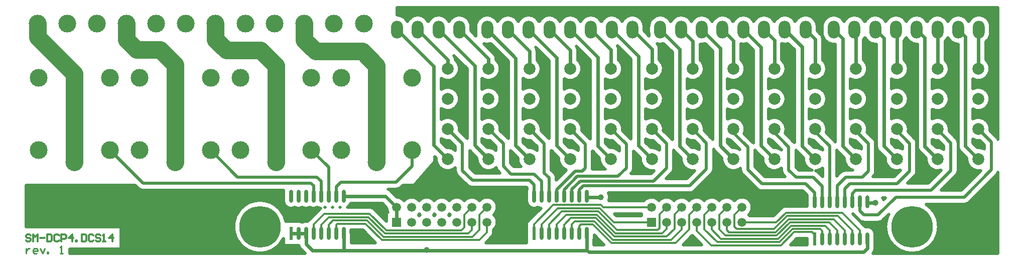
<source format=gbr>
%FSTAX42Y42*%
%MOMM*%
%SFA1B1*%

%IPPOS*%
%ADD10C,0.499999*%
%ADD11R,0.599999X2.199996*%
%ADD12O,0.599999X2.199996*%
%ADD13C,0.599999*%
%ADD14C,0.299999*%
%ADD15C,2.999994*%
%ADD16C,0.250000*%
%ADD17C,2.999994*%
%ADD18C,1.999996*%
%ADD19C,1.499997*%
%ADD20R,1.499997X1.499997*%
%ADD21O,1.999996X2.999994*%
%ADD22C,6.999986*%
%ADD23C,0.999998*%
%LNpcb_monitoring_bott_back-1*%
%LPD*%
G54D10*
X000587Y000329D02*
D01*
X000595Y000325*
X000603Y000322*
X000611Y000319*
X00062Y000316*
X000628Y000314*
X000637Y000313*
X000646Y000313*
X000654Y000313*
X000663Y000313*
X000672Y000314*
X00068Y000316*
X000689Y000318*
X000697Y000321*
X000705Y000325*
X000713Y000329*
X000714Y000329*
X000655Y-000316D02*
D01*
X000658Y-000325*
X000661Y-000333*
X000664Y-000341*
X000668Y-000349*
X000672Y-000357*
X000677Y-000364*
X000683Y-00037*
X000689Y-000377*
X000689Y-000377*
X000655Y-000316D02*
D01*
X000658Y-000325*
X000661Y-000333*
X000664Y-000341*
X000668Y-000349*
X000672Y-000357*
X000677Y-000364*
X000683Y-00037*
X000689Y-000377*
X000689Y-000377*
X001538Y-000112D02*
D01*
X001538Y-000104*
X001537Y-000101*
X000714Y000074D02*
D01*
X000707Y000079*
X000699Y000082*
X000691Y000085*
X000682Y000088*
X000674Y00009*
X000665Y000091*
X000656Y000091*
X000648Y000091*
X000806Y000088D02*
D01*
X000798Y00009*
X000789Y000091*
X00078Y000092*
X000772Y000092*
X000763Y000091*
X000754Y00009*
X000746Y000088*
X000737Y000085*
X000729Y000082*
X000721Y000079*
X000714Y000074*
X000826Y000116D02*
D01*
X000821Y000111*
X000816Y000105*
X000812Y000099*
X000808Y000092*
X000806Y000088*
X000826Y000116D02*
D01*
X000821Y000111*
X000816Y000105*
X000812Y000099*
X000808Y000092*
X000806Y000088*
X001538Y-000112D02*
D01*
X001538Y-000104*
X001537Y-000101*
X001027Y000311D02*
D01*
X001021Y000307*
X001015Y000303*
X001009Y000298*
X001005Y000294*
X001027Y000311D02*
D01*
X001021Y000307*
X001015Y000303*
X001009Y000298*
X001005Y000294*
X000714Y000329D02*
D01*
X000722Y000325*
X00073Y000322*
X000738Y000319*
X000747Y000316*
X000755Y000314*
X000764Y000313*
X000773Y000313*
X000781Y000313*
X00079Y000313*
X000799Y000314*
X000807Y000316*
X000816Y000318*
X000824Y000321*
X000832Y000325*
X00084Y000329*
X000841Y000329*
D01*
X000849Y000325*
X000857Y000322*
X000865Y000319*
X000874Y000316*
X000882Y000314*
X000891Y000313*
X0009Y000313*
X000908Y000313*
X000917Y000313*
X000926Y000314*
X000934Y000316*
X000943Y000318*
X000951Y000321*
X000959Y000325*
X000967Y000329*
X000968Y000329*
D01*
X000976Y000325*
X000984Y000322*
X000992Y000319*
X001001Y000316*
X001009Y000314*
X001018Y000313*
X001027Y000313*
X001027Y000311*
X001928Y000294D02*
D01*
X001923Y0003*
X001917Y000305*
X001911Y000309*
X001904Y000313*
X001897Y000316*
X00189Y000319*
X001883Y000322*
X001875Y000324*
X001868Y000325*
X00186Y000326*
X001852Y000327*
X00185Y000326*
X001928Y000294D02*
D01*
X001923Y0003*
X001917Y000305*
X001911Y000309*
X001904Y000313*
X001897Y000316*
X00189Y000319*
X001883Y000322*
X001875Y000324*
X001868Y000325*
X00186Y000326*
X001852Y000327*
X00185Y000326*
X002687Y000187D02*
D01*
X002679Y000196*
X002673Y000201*
D01*
X002682Y00021*
X002687Y000215*
X002701Y000201D02*
D01*
X002693Y000193*
X002687Y000187*
X002941D02*
D01*
X002933Y000196*
X002927Y000201*
X002955D02*
D01*
X002947Y000193*
X002941Y000187*
X002927Y000201D02*
D01*
X002936Y00021*
X002941Y000215*
D01*
X00295Y000207*
X002955Y000201*
X002687Y000215D02*
D01*
X002696Y000207*
X002701Y000201*
X002136Y000321D02*
D01*
X002137Y00031*
X002139Y000298*
X002142Y000286*
X002145Y000275*
X002149Y000264*
X002154Y000253*
X002159Y000244*
X-00206Y000652D02*
D01*
X-002054Y000647*
X-002048Y000641*
X-002041Y000637*
X-002034Y000632*
X-002026Y000629*
X-002019Y000625*
X-002011Y000623*
X-002003Y00062*
X-001994Y000619*
X-001986Y000618*
X-001978Y000617*
X-001975Y000616*
X-00206Y000652D02*
D01*
X-002054Y000647*
X-002048Y000641*
X-002041Y000637*
X-002034Y000632*
X-002026Y000629*
X-002019Y000625*
X-002011Y000623*
X-002003Y00062*
X-001994Y000619*
X-001986Y000618*
X-001978Y000617*
X-001975Y000616*
X001471Y000326D02*
D01*
X001479Y000331*
X001486Y000336*
X001493Y000341*
X0015Y000347*
X001506Y000353*
X001511Y00036*
X001516Y000367*
X001521Y000374*
X001525Y000382*
X001528Y00039*
X001529Y000391*
X000434Y000091D02*
D01*
X000427Y000122*
X000417Y000151*
X000406Y00018*
X000392Y000208*
X000377Y000235*
X000359Y00026*
X00034Y000285*
X00032Y000308*
X000297Y00033*
X000274Y00035*
X000249Y000368*
X000222Y000384*
X000195Y000399*
X000166Y000412*
X000137Y000422*
X000108Y000431*
X000077Y000437*
X000046Y000442*
X000015Y000444*
X-000015Y000444*
X-000046Y000442*
X-000076Y000437*
X-000107Y000431*
X-000136Y000422*
X-000166Y000412*
X-000194Y000399*
X-000221Y000385*
X-000248Y000368*
X-000273Y00035*
X-000297Y00033*
X-000319Y000309*
X-00034Y000286*
X-000359Y000261*
X-000376Y000235*
X-000392Y000209*
X-000405Y000181*
X-000417Y000152*
X-000427Y000122*
X-000434Y000092*
X-00044Y000062*
X-000443Y000031*
X-000444Y0*
X-000443Y-00003*
X-00044Y-000061*
X-000434Y-000091*
X-000427Y-000122*
X-000417Y-000151*
X-000406Y-00018*
X-000392Y-000208*
X-000377Y-000235*
X-000359Y-00026*
X-00034Y-000285*
X-00032Y-000308*
X-000297Y-00033*
X-000274Y-00035*
X-000249Y-000368*
X-000222Y-000384*
X-000195Y-000399*
X-000166Y-000412*
X-000137Y-000422*
X-000108Y-000431*
X-000077Y-000437*
X-000046Y-000442*
X-000015Y-000444*
X000015Y-000444*
X000046Y-000442*
X000076Y-000437*
X000107Y-000431*
X000136Y-000422*
X000166Y-000412*
X000194Y-000399*
X000221Y-000385*
X000248Y-000368*
X000273Y-00035*
X000297Y-00033*
X000319Y-000309*
X00034Y-000286*
X000359Y-000261*
X000376Y-000235*
X000392Y-000209*
X000398Y-000196*
Y000436D02*
D01*
X000399Y000428*
X0004Y000419*
X000401Y000411*
X000403Y000402*
X000406Y000394*
X000409Y000386*
X000413Y000378*
X000417Y00037*
X000422Y000363*
X000428Y000356*
X000434Y00035*
X00044Y000344*
X000447Y000338*
X000454Y000333*
X000461Y000328*
X000469Y000324*
X000477Y000321*
X000485Y000318*
X000493Y000315*
X000502Y000313*
X00051Y000312*
X000519Y000312*
X000528*
X000537Y000312*
X000545Y000313*
X000554Y000315*
X000562Y000318*
X00057Y000321*
X000578Y000324*
X000586Y000328*
X000587Y000329*
X002941Y000441D02*
D01*
X002933Y00045*
X002925Y000458*
X002915Y000465*
X002905Y000472*
X002895Y000478*
X002885Y000483*
X002874Y000488*
X002862Y000492*
X002851Y000495*
X002839Y000497*
X002827Y000498*
X002816Y000498*
X002804Y000498*
X002792Y000497*
X00278Y000495*
X002769Y000492*
X002757Y000489*
X002746Y000484*
X002736Y000479*
X002725Y000473*
X002715Y000467*
X002706Y000459*
X002697Y000451*
X002689Y000443*
X002687Y000441*
X0004Y000616D02*
D01*
X000399Y000608*
X000399Y000599*
X000398Y000596*
X002206Y000605D02*
D01*
X0022Y000611*
X002193Y000617*
X002186Y000622*
X002179Y000626*
X002171Y00063*
X002163Y000634*
X00216Y000635*
X002433Y000441D02*
D01*
X002425Y00045*
X002417Y000458*
X002407Y000465*
X002397Y000472*
X002387Y000478*
X002377Y000483*
X002366Y000488*
X002354Y000492*
X002343Y000495*
X002331Y000497*
X002319Y000498*
X002313Y000498*
X002206Y000605D02*
D01*
X0022Y000611*
X002193Y000617*
X002186Y000622*
X002179Y000626*
X002171Y00063*
X002163Y000634*
X00216Y000635*
X002298D02*
D01*
X002307Y000635*
X002315Y000636*
X002323Y000637*
X002332Y000639*
X00234Y000642*
X002347Y000645*
X002355Y000649*
X002362Y000653*
X002369Y000657*
X002376Y000663*
X002382Y000668*
X002382Y000669*
X002298Y000635D02*
D01*
X002307Y000635*
X002315Y000636*
X002323Y000637*
X002332Y000639*
X00234Y000642*
X002347Y000645*
X002355Y000649*
X002362Y000653*
X002369Y000657*
X002376Y000663*
X002382Y000668*
X002383Y000669*
X002687Y000441D02*
D01*
X002679Y00045*
X002671Y000458*
X002661Y000465*
X002651Y000472*
X002641Y000478*
X002631Y000483*
X00262Y000488*
X002608Y000492*
X002597Y000495*
X002585Y000497*
X002573Y000498*
X002562Y000498*
X00255Y000498*
X002538Y000497*
X002526Y000495*
X002515Y000492*
X002503Y000489*
X002492Y000484*
X002482Y000479*
X002471Y000473*
X002461Y000467*
X002452Y000459*
X002443Y000451*
X002435Y000443*
X002433Y000441*
X003907Y-000173D02*
D01*
X003913Y-000168*
X003918Y-000162*
X003922Y-000156*
X003926Y-000149*
X003929Y-000142*
X003932Y-000135*
X003935Y-000128*
X003937Y-00012*
X003938Y-000113*
X003939Y-000105*
X00394Y-000097*
X00394Y-000095*
X003907Y-000172D02*
D01*
X003913Y-000167*
X003918Y-000161*
X003922Y-000155*
X003926Y-000148*
X003929Y-000141*
X003932Y-000134*
X003935Y-000127*
X003937Y-000119*
X003938Y-000112*
X003939Y-000104*
X00394Y-000096*
X00394Y-000095*
Y-000053D02*
D01*
X003949Y-000046*
X003958Y-000037*
X003965Y-000028*
X003972Y-000018*
X003978Y-000008*
X003984Y000001*
X003989Y000012*
X003993Y000024*
X003996Y000035*
X003998Y000047*
X004Y000058*
X004001Y00007*
X004Y000074*
X003195Y000187D02*
D01*
X003187Y000196*
X003181Y000201*
X004Y000074D02*
D01*
X004Y000086*
X003999Y000098*
X003997Y00011*
X003994Y000121*
X00399Y000133*
X003986Y000144*
X003981Y000154*
X003975Y000165*
X003968Y000174*
X003961Y000184*
X003953Y000193*
X003944Y000201*
X003943Y000201*
X003209D02*
D01*
X003201Y000193*
X003195Y000187*
X003181Y000201D02*
D01*
X00319Y00021*
X003195Y000215*
D01*
X003204Y000207*
X003209Y000201*
X003195Y000441D02*
D01*
X003187Y00045*
X003179Y000458*
X003169Y000465*
X003159Y000472*
X003149Y000478*
X003139Y000483*
X003128Y000488*
X003116Y000492*
X003105Y000495*
X003093Y000497*
X003081Y000498*
X00307Y000498*
X003058Y000498*
X003046Y000497*
X003034Y000495*
X003023Y000492*
X003011Y000489*
X003Y000484*
X00299Y000479*
X002979Y000473*
X002969Y000467*
X00296Y000459*
X002951Y000451*
X002943Y000443*
X002941Y000441*
X003449D02*
D01*
X003441Y00045*
X003433Y000458*
X003423Y000465*
X003413Y000472*
X003403Y000478*
X003393Y000483*
X003382Y000488*
X00337Y000492*
X003359Y000495*
X003347Y000497*
X003335Y000498*
X003324Y000498*
X003312Y000498*
X0033Y000497*
X003288Y000495*
X003277Y000492*
X003265Y000489*
X003254Y000484*
X003244Y000479*
X003233Y000473*
X003223Y000467*
X003214Y000459*
X003205Y000451*
X003197Y000443*
X003195Y000441*
X003703D02*
D01*
X003695Y00045*
X003687Y000458*
X003677Y000465*
X003667Y000472*
X003657Y000478*
X003647Y000483*
X003636Y000488*
X003624Y000492*
X003613Y000495*
X003601Y000497*
X003589Y000498*
X003578Y000498*
X003566Y000498*
X003554Y000497*
X003542Y000495*
X003531Y000492*
X003519Y000489*
X003508Y000484*
X003498Y000479*
X003487Y000473*
X003477Y000467*
X003468Y000459*
X003459Y000451*
X003451Y000443*
X003449Y000441*
X003497Y000699D02*
D01*
X003504Y000694*
X00351Y000688*
X003517Y000684*
X003524Y000679*
X003532Y000676*
X003539Y000672*
X003547Y00067*
X003555Y000667*
X003564Y000666*
X003572Y000665*
X00358Y000664*
X003582Y000664*
X003497Y000699D02*
D01*
X003504Y000694*
X00351Y000688*
X003517Y000684*
X003524Y000679*
X003532Y000676*
X003539Y000672*
X003547Y00067*
X003555Y000667*
X003564Y000666*
X003572Y000665*
X00358Y000664*
X003582Y000664*
X004Y000328D02*
D01*
X004Y00034*
X003999Y000352*
X003997Y000364*
X003994Y000375*
X00399Y000387*
X003986Y000398*
X003981Y000408*
X003975Y000419*
X003968Y000428*
X003961Y000438*
X003953Y000447*
X003944Y000455*
X003935Y000462*
X003926Y000469*
X003915Y000476*
X003905Y000481*
X003894Y000486*
X003883Y00049*
X003872Y000493*
X00386Y000496*
X003848Y000498*
X003836Y000498*
X003825*
X003813Y000498*
X003801Y000496*
X003789Y000493*
X003778Y00049*
X003767Y000486*
X003756Y000481*
X003745Y000476*
X003735Y000469*
X003726Y000462*
X003717Y000455*
X003708Y000447*
X003703Y000441*
X003943Y000201D02*
D01*
X003952Y00021*
X00396Y000218*
X003967Y000228*
X003974Y000238*
X00398Y000248*
X003985Y000258*
X00399Y000269*
X003994Y000281*
X003997Y000292*
X003999Y000304*
X004Y000316*
X004Y000327*
X004Y000328*
X004545Y00012D02*
D01*
X00454Y000115*
X004535Y000109*
X004531Y000103*
X004527Y000096*
X004525Y000091*
X005635Y-000214D02*
D01*
X005637Y-000206*
X005637Y-000197*
X005637Y-000192*
X004545Y00012D02*
D01*
X00454Y000115*
X004535Y000109*
X004531Y000103*
X004527Y000096*
X004525Y000091*
X004498Y000436D02*
D01*
X004499Y000428*
X0045Y000419*
X004501Y000411*
X004503Y000402*
X004506Y000394*
X004509Y000386*
X004513Y000378*
X004517Y00037*
X004522Y000363*
X004528Y000356*
X004534Y00035*
X00454Y000344*
X004547Y000338*
X004554Y000333*
X004561Y000328*
X004569Y000324*
X004577Y000321*
X004585Y000318*
X004593Y000315*
X004602Y000313*
X00461Y000312*
X004619Y000312*
X004628*
X004637Y000312*
X004645Y000313*
X004654Y000315*
X004662Y000318*
X00467Y000321*
X004678Y000324*
X004686Y000328*
X004687Y000329*
D01*
X004695Y000325*
X004703Y000322*
X004711Y000319*
X00472Y000316*
X004728Y000314*
X004737Y000313*
X004738Y000312*
X005881Y000438D02*
D01*
X005885Y000448*
X005889Y000457*
X005891Y000467*
X005893Y000477*
X005894Y000487*
X005895Y000497*
X005894Y000499*
D01*
X005894Y00051*
X005893Y00052*
X005891Y00053*
X005889Y000539*
X005886Y000549*
X005882Y000558*
X005878Y000568*
X005875Y000571*
X004503Y000631D02*
D01*
X004501Y000623*
X0045Y000614*
X004499Y000606*
X004499Y000597*
X004498Y000596*
X006733Y000441D02*
D01*
X006725Y00045*
X006717Y000458*
X006707Y000465*
X006697Y000472*
X006687Y000478*
X006677Y000483*
X006666Y000488*
X006654Y000492*
X006643Y000495*
X006631Y000497*
X006619Y000498*
X006608Y000498*
X006596Y000498*
X006584Y000497*
X006572Y000495*
X006561Y000492*
X006549Y000489*
X006538Y000484*
X006528Y000479*
X006517Y000473*
X006507Y000467*
X006498Y000459*
X006489Y000451*
X006481Y000443*
X006477Y000438*
X006987Y000441D02*
D01*
X006979Y00045*
X006971Y000458*
X006961Y000465*
X006951Y000472*
X006941Y000478*
X006931Y000483*
X00692Y000488*
X006908Y000492*
X006897Y000495*
X006885Y000497*
X006873Y000498*
X006862Y000498*
X00685Y000498*
X006838Y000497*
X006826Y000495*
X006815Y000492*
X006803Y000489*
X006792Y000484*
X006782Y000479*
X006771Y000473*
X006761Y000467*
X006752Y000459*
X006743Y000451*
X006735Y000443*
X006733Y000441*
X007241D02*
D01*
X007233Y00045*
X007225Y000458*
X007215Y000465*
X007205Y000472*
X007195Y000478*
X007185Y000483*
X007174Y000488*
X007162Y000492*
X007151Y000495*
X007139Y000497*
X007127Y000498*
X007116Y000498*
X007104Y000498*
X007092Y000497*
X00708Y000495*
X007069Y000492*
X007057Y000489*
X007046Y000484*
X007036Y000479*
X007025Y000473*
X007015Y000467*
X007006Y000459*
X006997Y000451*
X006989Y000443*
X006987Y000441*
X003296Y000949D02*
D01*
X003297Y000941*
X003298Y000933*
X003299Y000925*
X003301Y000916*
X003304Y000908*
X003307Y000901*
X003311Y000893*
X003315Y000886*
X003319Y000879*
X003325Y000872*
X00333Y000866*
X003332Y000864*
X002973Y001157D02*
D01*
X002973Y001144*
X002973Y00113*
X002974Y001117*
X002976Y001103*
X002979Y00109*
X002983Y001077*
X002988Y001064*
X002994Y001052*
X003001Y00104*
X003008Y001029*
X003016Y001018*
X003025Y001008*
X003035Y000998*
X003045Y000989*
X003056Y000981*
X003067Y000974*
X003079Y000967*
X003091Y000961*
X003104Y000956*
X003117Y000952*
X00313Y000949*
X003144Y000947*
X003157Y000946*
X003171Y000946*
X003184Y000946*
X003198Y000948*
X003211Y000951*
X003224Y000954*
X003237Y000959*
X00325Y000964*
X003262Y00097*
X003274Y000977*
X003285Y000985*
X003295Y000994*
X003296Y000993*
Y000949D02*
D01*
X003297Y000941*
X003298Y000933*
X003299Y000925*
X003301Y000916*
X003304Y000908*
X003307Y000901*
X003311Y000893*
X003315Y000886*
X003319Y000879*
X003325Y000872*
X00333Y000866*
X003332Y000864*
X004997Y000823D02*
D01*
X004997Y000832*
X004996Y00084*
X004995Y000848*
X004993Y000857*
X00499Y000865*
X004987Y000872*
X004983Y00088*
X004979Y000887*
X004975Y000894*
X004969Y000901*
X004964Y000907*
X004962Y000908*
X004997Y000823D02*
D01*
X004997Y000832*
X004996Y00084*
X004995Y000848*
X004993Y000857*
X00499Y000865*
X004987Y000872*
X004983Y00088*
X004979Y000887*
X004975Y000894*
X004969Y000901*
X004964Y000907*
X004962Y000908*
X003662Y001157D02*
D01*
X003662Y001144*
X003662Y00113*
X003663Y001117*
X003665Y001103*
X003668Y00109*
X003672Y001077*
X003677Y001064*
X003683Y001052*
X00369Y00104*
X003697Y001029*
X003705Y001018*
X003714Y001008*
X003724Y000998*
X003734Y000989*
X003745Y000981*
X003756Y000974*
X003768Y000967*
X00378Y000961*
X003793Y000956*
X003806Y000952*
X003819Y000949*
X003833Y000947*
X003846Y000946*
X00386Y000946*
X003873Y000946*
X003887Y000948*
X0039Y000951*
X003913Y000954*
X003926Y000959*
X003939Y000964*
X003951Y00097*
X003963Y000977*
X003974Y000985*
X003984Y000994*
X003987Y000994*
D01*
X00399Y000986*
X003992Y000978*
X003995Y000971*
X003999Y000963*
X004003Y000956*
X004008Y000949*
X004013Y000942*
X004019Y000936*
X004019Y000934*
X003987Y000994D02*
D01*
X00399Y000986*
X003992Y000978*
X003995Y000971*
X003999Y000963*
X004003Y000956*
X004008Y000949*
X004013Y000942*
X004019Y000936*
X004019Y000934*
X003296Y001286D02*
D01*
X003286Y001295*
X003275Y001303*
X003263Y00131*
X003251Y001316*
X003239Y001322*
X003226Y001326*
X003213Y00133*
X0032Y001333*
X003186Y001334*
X003172Y001335*
X003159Y001335*
X00315Y001334*
X003984Y001287D02*
D01*
X003974Y001296*
X003963Y001304*
X003951Y001311*
X003939Y001317*
X003927Y001322*
X003914Y001327*
X003901Y00133*
X003887Y001333*
X003874Y001335*
X00386Y001335*
X003846Y001335*
X003839Y001334*
X00435Y001157D02*
D01*
X00435Y001144*
X00435Y00113*
X004351Y001117*
X004353Y001103*
X004356Y00109*
X00436Y001077*
X004365Y001064*
X004371Y001052*
X004378Y00104*
X004385Y001029*
X004393Y001018*
X0044Y001009*
X004674Y001285D02*
D01*
X004664Y001294*
X004653Y001302*
X004641Y001309*
X004629Y001315*
X004617Y001321*
X004604Y001325*
X004591Y001329*
X004578Y001332*
X004564Y001333*
X00455Y001334*
X004537Y001334*
X004527Y001334*
X005605Y000969D02*
D01*
X005606Y000978*
X005607Y000986*
X005607Y000987*
X006264Y000902D02*
D01*
X00627Y000909*
X006276Y000915*
X00628Y000922*
X006285Y000929*
X006288Y000937*
X006292Y000944*
X006294Y000952*
X006297Y00096*
X006298Y000969*
X006299Y000977*
X0063Y000985*
X006299Y000987*
X006264Y000902D02*
D01*
X00627Y000909*
X006276Y000915*
X00628Y000922*
X006285Y000929*
X006288Y000937*
X006292Y000944*
X006294Y000952*
X006297Y00096*
X006298Y000969*
X006299Y000977*
X0063Y000985*
X006299Y000987*
X005039Y001157D02*
D01*
X005039Y001144*
X005039Y00113*
X00504Y001117*
X005042Y001103*
X005045Y00109*
X005049Y001077*
X005054Y001064*
X00506Y001052*
X005067Y00104*
X005074Y001029*
X005082Y001018*
X005091Y001008*
X005101Y000998*
X005111Y000989*
X005122Y000981*
X005133Y000974*
X005145Y000967*
X005157Y000961*
X005166Y000956*
X005727Y001157D02*
D01*
X005727Y001144*
X005727Y00113*
X005728Y001117*
X00573Y001103*
X005733Y00109*
X005737Y001077*
X005742Y001064*
X005748Y001052*
X005755Y00104*
X005762Y001029*
X00577Y001018*
X005779Y001008*
X005789Y000998*
X005799Y000989*
X00581Y000981*
X005821Y000974*
X005827Y000969*
X006416Y001157D02*
D01*
X006416Y001144*
X006416Y00113*
X006417Y001117*
X006419Y001103*
X006422Y00109*
X006426Y001077*
X006431Y001064*
X006437Y001052*
X006444Y00104*
X006451Y001029*
X006459Y001018*
X006468Y001008*
X006478Y000998*
X006488Y000989*
X006499Y000981*
X00651Y000974*
X006522Y000967*
X006534Y000961*
X006547Y000956*
X00656Y000952*
X006573Y000949*
X006587Y000947*
X0066Y000946*
X006614Y000946*
X006627Y000946*
X006641Y000948*
X006649Y000948*
X006941Y000902D02*
D01*
X006947Y000909*
X006953Y000915*
X006957Y000922*
X006962Y000929*
X006965Y000937*
X006969Y000944*
X006971Y000952*
X006974Y00096*
X006975Y000969*
X006976Y000977*
X006977Y000985*
X006977Y000987*
X006941Y000902D02*
D01*
X006947Y000909*
X006953Y000915*
X006957Y000922*
X006962Y000929*
X006965Y000937*
X006969Y000944*
X006971Y000952*
X006974Y00096*
X006975Y000969*
X006976Y000977*
X006977Y000985*
X006977Y000987*
X005605Y000969D02*
D01*
X005606Y000978*
X005607Y000986*
X005607Y000987*
X005366Y001282D02*
D01*
X005356Y001291*
X005345Y0013*
X005334Y001307*
X005322Y001314*
X00531Y00132*
X005297Y001325*
X005284Y001329*
X005271Y001332*
X005257Y001334*
X005244Y001335*
X00523Y001336*
X005217Y001335*
X005216Y001334*
X006059Y001278D02*
D01*
X00605Y001288*
X006039Y001296*
X006028Y001304*
X006016Y001311*
X006004Y001317*
X005991Y001323*
X005979Y001327*
X005965Y001331*
X005952Y001333*
X005939Y001335*
X005925Y001336*
X005911Y001335*
X005904Y001334*
X006737Y001288D02*
D01*
X006727Y001297*
X006716Y001305*
X006704Y001312*
X006692Y001318*
X006679Y001323*
X006666Y001327*
X006653Y001331*
X00664Y001333*
X006626Y001335*
X006613Y001336*
X006599Y001335*
X006592Y001334*
X006977Y001288D02*
D01*
X006982Y001281*
X006988Y001275*
X006993Y001268*
X006977Y001288D02*
D01*
X006982Y001281*
X006988Y001275*
X006993Y001268*
X003054Y001489D02*
D01*
X003066Y001482*
X003078Y001475*
X00309Y001469*
X003102Y001464*
X003115Y00146*
X003129Y001457*
X003142Y001454*
X003156Y001453*
X003169Y001453*
X003183Y001453*
X003191Y001454*
X003363Y001647D02*
D01*
X003363Y001661*
X003362Y001675*
X003359Y001688*
X003356Y001701*
X003352Y001714*
X003347Y001727*
X003341Y001739*
X003334Y001751*
X003326Y001762*
X003318Y001773*
X003309Y001783*
X003299Y001792*
X003289Y001801*
X003278Y001809*
X003266Y001816*
X003254Y001823*
X003242Y001828*
X003229Y001833*
X003216Y001837*
X003202Y00184*
X003189Y001841*
X003175Y001842*
X003162*
X003148Y001841*
X003135Y00184*
X003121Y001837*
X003108Y001833*
X003095Y001828*
X003083Y001823*
X003071Y001816*
X003059Y001809*
X003054Y001806*
X003361Y001624D02*
D01*
X003363Y001638*
X003363Y001647*
X003746Y001486D02*
D01*
X003758Y001479*
X00377Y001473*
X003782Y001467*
X003795Y001462*
X003808Y001459*
X003821Y001456*
X003835Y001454*
X003849Y001453*
X003862Y001453*
X003876Y001453*
X00388Y001454*
X004051Y001647D02*
D01*
X004051Y001661*
X00405Y001675*
X004047Y001688*
X004044Y001701*
X00404Y001714*
X004035Y001727*
X004029Y001739*
X004022Y001751*
X004014Y001762*
X004006Y001773*
X003997Y001783*
X003987Y001792*
X003977Y001801*
X003966Y001809*
X003954Y001816*
X003942Y001823*
X00393Y001828*
X003917Y001833*
X003904Y001837*
X00389Y00184*
X003877Y001841*
X003863Y001842*
X00385*
X003836Y001841*
X003823Y00184*
X003809Y001837*
X003796Y001833*
X003783Y001828*
X003771Y001823*
X003759Y001816*
X003747Y001809*
X003746Y001809*
X003363Y002155D02*
D01*
X003363Y002169*
X003362Y002183*
X003359Y002196*
X003356Y002209*
X003352Y002222*
X003347Y002235*
X003341Y002247*
X003334Y002259*
X003326Y00227*
X003318Y002281*
X003309Y002291*
X003299Y0023*
X003289Y002309*
X003278Y002317*
X003266Y002324*
X003254Y002331*
X003242Y002336*
X003229Y002341*
X003216Y002345*
X003202Y002348*
X003189Y002349*
X003175Y00235*
X003162*
X003148Y002349*
X003135Y002348*
X003121Y002345*
X003108Y002341*
X003095Y002336*
X003083Y002331*
X003071Y002324*
X003059Y002317*
X003054Y002314*
Y001997D02*
D01*
X003066Y00199*
X003078Y001983*
X00309Y001977*
X003102Y001972*
X003115Y001968*
X003129Y001965*
X003142Y001962*
X003156Y001961*
X003169Y001961*
X003183Y001961*
X003196Y001963*
X00321Y001965*
X003223Y001968*
X003236Y001973*
X003248Y001978*
X003261Y001984*
X003272Y001991*
X003284Y001998*
X003294Y002007*
X003304Y002016*
X003314Y002026*
X003322Y002036*
X00333Y002047*
X003338Y002059*
X003344Y002071*
X003349Y002083*
X003354Y002096*
X003358Y002109*
X00336Y002122*
X003362Y002136*
X003363Y002149*
X003363Y002155*
X003746Y001994D02*
D01*
X003758Y001987*
X00377Y001981*
X003782Y001975*
X003795Y00197*
X003808Y001967*
X003821Y001964*
X003835Y001962*
X003849Y001961*
X003862Y001961*
X003876Y001961*
X003889Y001963*
X003903Y001966*
X003916Y00197*
X003928Y001974*
X003941Y00198*
X003953Y001986*
X003965Y001993*
X003976Y002001*
X003986Y00201*
X003996Y002019*
X004005Y002029*
X004014Y00204*
X004021Y002051*
X004028Y002063*
X004034Y002075*
X004039Y002088*
X004044Y002101*
X004047Y002114*
X004049Y002127*
X004051Y002141*
X004051Y002154*
X004051Y002155*
D01*
X004051Y002169*
X00405Y002183*
X004047Y002196*
X004044Y002209*
X00404Y002222*
X004035Y002235*
X004029Y002247*
X004022Y002259*
X004014Y00227*
X004006Y002281*
X003997Y002291*
X003987Y0023*
X003977Y002309*
X003966Y002317*
X003954Y002324*
X003942Y002331*
X00393Y002336*
X003917Y002341*
X003904Y002345*
X00389Y002348*
X003877Y002349*
X003863Y00235*
X00385*
X003836Y002349*
X003823Y002348*
X003809Y002345*
X003796Y002341*
X003783Y002336*
X003771Y002331*
X003759Y002324*
X003747Y002317*
X003746Y002317*
X00405Y001624D02*
D01*
X004052Y001638*
X004051Y001647*
X004439Y001483D02*
D01*
X004451Y001477*
X004463Y00147*
X004476Y001465*
X004489Y001461*
X004502Y001457*
X004515Y001455*
X004529Y001453*
X004543Y001452*
X004556Y001453*
X004568Y001454*
X00474Y001647D02*
D01*
X00474Y001661*
X004739Y001675*
X004736Y001688*
X004733Y001701*
X004729Y001714*
X004724Y001727*
X004718Y001739*
X004711Y001751*
X004703Y001762*
X004695Y001773*
X004686Y001783*
X004676Y001792*
X004666Y001801*
X004655Y001809*
X004643Y001816*
X004631Y001823*
X004619Y001828*
X004606Y001833*
X004593Y001837*
X004579Y00184*
X004566Y001841*
X004552Y001842*
X004539*
X004525Y001841*
X004512Y00184*
X004498Y001837*
X004485Y001833*
X004472Y001828*
X00446Y001823*
X004448Y001816*
X004439Y001811*
X004738Y001624D02*
D01*
X00474Y001638*
X00474Y001647*
Y002155D02*
D01*
X00474Y002169*
X004739Y002183*
X004736Y002196*
X004733Y002209*
X004729Y002222*
X004724Y002235*
X004718Y002247*
X004711Y002259*
X004703Y00227*
X004695Y002281*
X004686Y002291*
X004676Y0023*
X004666Y002309*
X004655Y002317*
X004643Y002324*
X004631Y002331*
X004619Y002336*
X004606Y002341*
X004593Y002345*
X004579Y002348*
X004566Y002349*
X004552Y00235*
X004539*
X004525Y002349*
X004512Y002348*
X004498Y002345*
X004485Y002341*
X004472Y002336*
X00446Y002331*
X004448Y002324*
X004439Y002319*
Y001991D02*
D01*
X004451Y001985*
X004463Y001978*
X004476Y001973*
X004489Y001969*
X004502Y001965*
X004515Y001963*
X004529Y001961*
X004543Y00196*
X004556Y001961*
X00457Y001962*
X004583Y001964*
X004596Y001967*
X004609Y001971*
X004622Y001976*
X004635Y001982*
X004646Y001988*
X004658Y001996*
X004669Y002004*
X004679Y002013*
X004689Y002023*
X004698Y002033*
X004706Y002044*
X004713Y002055*
X00472Y002067*
X004725Y00208*
X00473Y002092*
X004734Y002105*
X004737Y002119*
X004739Y002132*
X004741Y002146*
X00474Y002155*
X003054Y002505D02*
D01*
X003066Y002498*
X003078Y002491*
X00309Y002485*
X003102Y00248*
X003115Y002476*
X003129Y002473*
X003142Y00247*
X003156Y002469*
X003169Y002469*
X003183Y002469*
X003196Y002471*
X00321Y002473*
X003223Y002476*
X003236Y002481*
X003248Y002486*
X003261Y002492*
X003272Y002499*
X003284Y002506*
X003294Y002515*
X003304Y002524*
X003314Y002534*
X003322Y002544*
X00333Y002555*
X003338Y002567*
X003344Y002579*
X003349Y002591*
X003354Y002604*
X003358Y002617*
X00336Y00263*
X003362Y002644*
X003363Y002657*
X003363Y002663*
D01*
X003363Y002677*
X003362Y002691*
X003359Y002704*
X003356Y002717*
X003352Y00273*
X003347Y002743*
X003341Y002755*
X003334Y002767*
X003326Y002778*
X003318Y002789*
X003309Y002799*
X003299Y002808*
X003293Y002813*
Y002818D02*
D01*
X003293Y002827*
X003292Y002836*
X003291Y002844*
X003289Y002853*
X003286Y002861*
X003283Y002869*
X003279Y002877*
X003275Y002885*
X003272Y002887*
X003293Y002818D02*
D01*
X003293Y002827*
X003292Y002836*
X003291Y002844*
X003289Y002853*
X003286Y002861*
X003283Y002869*
X003279Y002877*
X003275Y002885*
X003272Y002887*
X003637Y003274D02*
D01*
X003638Y003261*
X003639Y003247*
X003642Y003234*
X003645Y003221*
X003645Y003217*
X003775Y003087D02*
D01*
X003789Y003084*
X003802Y003081*
X003816Y00308*
X003829Y003079*
X003843Y003079*
X003856Y00308*
X00387Y003083*
X003883Y003086*
X003891Y003088*
X003746Y002502D02*
D01*
X003758Y002495*
X00377Y002489*
X003782Y002483*
X003795Y002478*
X003808Y002475*
X003821Y002472*
X003835Y00247*
X003849Y002469*
X003862Y002469*
X003876Y002469*
X003889Y002471*
X003903Y002474*
X003916Y002478*
X003928Y002482*
X003941Y002488*
X003953Y002494*
X003965Y002501*
X003976Y002509*
X003986Y002518*
X003996Y002527*
X004005Y002537*
X004014Y002548*
X004021Y002559*
X004028Y002571*
X004034Y002583*
X004039Y002596*
X004044Y002609*
X004047Y002622*
X004049Y002635*
X004051Y002649*
X004051Y002662*
X004051Y002663*
X003557Y003374D02*
D01*
X003557Y003388*
X003556Y003402*
X003553Y003415*
X00355Y003428*
X003546Y003441*
X003541Y003454*
X003535Y003466*
X003528Y003478*
X00352Y003489*
X003512Y0035*
X003503Y00351*
X003493Y003519*
X003483Y003528*
X003472Y003536*
X00346Y003543*
X003448Y00355*
X003436Y003555*
X003423Y00356*
X00341Y003564*
X003396Y003567*
X003383Y003568*
X003369Y003569*
X003356*
X003342Y003568*
X003329Y003567*
X003315Y003564*
X003302Y00356*
X003289Y003555*
X003277Y00355*
X003265Y003543*
X003253Y003536*
X003242Y003528*
X003232Y003519*
X003222Y00351*
X003213Y0035*
X003205Y003489*
X003197Y003478*
X00319Y003466*
X003187Y00346*
X004007D02*
D01*
X004001Y003472*
X003994Y003484*
X003986Y003495*
X003977Y003505*
X003968Y003515*
X003957Y003524*
X003947Y003533*
X003935Y00354*
X003924Y003547*
X003911Y003553*
X003899Y003558*
X003886Y003562*
X003872Y003565*
X003859Y003568*
X003846Y003569*
X003832Y003569*
X003818Y003569*
X003805Y003568*
X003791Y003565*
X003778Y003562*
X003765Y003558*
X003753Y003552*
X00374Y003546*
X003729Y00354*
X003717Y003532*
X003707Y003523*
X003697Y003514*
X003687Y003505*
X003678Y003494*
X003671Y003483*
X003663Y003471*
X003657Y003459*
X003651Y003447*
X003647Y003434*
X003643Y003421*
X00364Y003408*
X003639Y003394*
X003638Y003381*
X003637Y003374*
X002487Y00346D02*
D01*
X002481Y003472*
X002474Y003484*
X002466Y003495*
X002457Y003505*
X002448Y003515*
X002437Y003524*
X002427Y003533*
X002415Y00354*
X002404Y003547*
X002391Y003553*
X002379Y003558*
X002366Y003562*
X002352Y003565*
X002339Y003568*
X002326Y003569*
X002312Y003569*
X002311Y003569*
X002837Y00346D02*
D01*
X002831Y003472*
X002824Y003484*
X002816Y003495*
X002807Y003505*
X002798Y003515*
X002787Y003524*
X002777Y003533*
X002765Y00354*
X002754Y003547*
X002741Y003553*
X002729Y003558*
X002716Y003562*
X002702Y003565*
X002689Y003568*
X002676Y003569*
X002662Y003569*
X002648Y003569*
X002635Y003568*
X002621Y003565*
X002608Y003562*
X002595Y003558*
X002583Y003552*
X00257Y003546*
X002559Y00354*
X002547Y003532*
X002537Y003523*
X002527Y003514*
X002517Y003505*
X002508Y003494*
X002501Y003483*
X002493Y003471*
X002487Y00346*
X003187D02*
D01*
X003181Y003472*
X003174Y003484*
X003166Y003495*
X003157Y003505*
X003148Y003515*
X003137Y003524*
X003127Y003533*
X003115Y00354*
X003104Y003547*
X003091Y003553*
X003079Y003558*
X003066Y003562*
X003052Y003565*
X003039Y003568*
X003026Y003569*
X003012Y003569*
X002998Y003569*
X002985Y003568*
X002971Y003565*
X002958Y003562*
X002945Y003558*
X002933Y003552*
X00292Y003546*
X002909Y00354*
X002897Y003532*
X002887Y003523*
X002877Y003514*
X002867Y003505*
X002858Y003494*
X002851Y003483*
X002843Y003471*
X002837Y00346*
X004051Y002663D02*
D01*
X004051Y002677*
X00405Y002691*
X004047Y002704*
X004044Y002717*
X00404Y00273*
X004035Y002743*
X004029Y002755*
X004022Y002767*
X004014Y002778*
X004006Y002789*
X003997Y002799*
X003987Y002808*
X003981Y002813*
Y002829D02*
D01*
X003981Y002838*
X00398Y002847*
X003979Y002855*
X003977Y002864*
X003974Y002872*
X003971Y00288*
X003967Y002888*
X003963Y002896*
X003958Y002903*
X003952Y00291*
X003946Y002916*
X003944Y002918*
X003981Y002829D02*
D01*
X003981Y002838*
X00398Y002847*
X003979Y002855*
X003977Y002864*
X003974Y002872*
X003971Y00288*
X003967Y002888*
X003963Y002896*
X003958Y002903*
X003952Y00291*
X003946Y002916*
X003944Y002918*
X004439Y002499D02*
D01*
X004451Y002493*
X004463Y002486*
X004476Y002481*
X004489Y002477*
X004502Y002473*
X004515Y002471*
X004529Y002469*
X004543Y002468*
X004556Y002469*
X00457Y00247*
X004583Y002472*
X004596Y002475*
X004609Y002479*
X004622Y002484*
X004635Y00249*
X004646Y002496*
X004658Y002504*
X004669Y002512*
X004679Y002521*
X004689Y002531*
X004698Y002541*
X004706Y002552*
X004713Y002563*
X00472Y002575*
X004725Y002588*
X00473Y0026*
X004734Y002613*
X004737Y002627*
X004739Y00264*
X004741Y002654*
X00474Y002663*
D01*
X00474Y002677*
X004739Y002691*
X004736Y002704*
X004733Y002717*
X004729Y00273*
X004724Y002743*
X004718Y002755*
X004711Y002767*
X004703Y002778*
X004695Y002789*
X004686Y002799*
X004676Y002808*
X00467Y002813*
X004357Y00346D02*
D01*
X004351Y003472*
X004344Y003484*
X004336Y003495*
X004327Y003505*
X004318Y003515*
X004307Y003524*
X004297Y003533*
X004285Y00354*
X004274Y003547*
X004261Y003553*
X004249Y003558*
X004236Y003562*
X004222Y003565*
X004209Y003568*
X004196Y003569*
X004182Y003569*
X004168Y003569*
X004155Y003568*
X004141Y003565*
X004128Y003562*
X004115Y003558*
X004103Y003552*
X00409Y003546*
X004079Y00354*
X004067Y003532*
X004057Y003523*
X004047Y003514*
X004037Y003505*
X004028Y003494*
X004021Y003483*
X004013Y003471*
X004007Y00346*
X004707D02*
D01*
X004701Y003472*
X004694Y003484*
X004686Y003495*
X004677Y003505*
X004668Y003515*
X004657Y003524*
X004647Y003533*
X004635Y00354*
X004624Y003547*
X004611Y003553*
X004599Y003558*
X004586Y003562*
X004572Y003565*
X004559Y003568*
X004546Y003569*
X004532Y003569*
X004518Y003569*
X004505Y003568*
X004491Y003565*
X004478Y003562*
X004465Y003558*
X004453Y003552*
X00444Y003546*
X004429Y00354*
X004417Y003532*
X004407Y003523*
X004397Y003514*
X004387Y003505*
X004378Y003494*
X004371Y003483*
X004363Y003471*
X004357Y00346*
X00467Y002961D02*
D01*
X00467Y00297*
X004669Y002979*
X004668Y002987*
X004666Y002996*
X004663Y003004*
X00466Y003012*
X004656Y00302*
X004652Y003028*
X004649Y00303*
X00467Y002961D02*
D01*
X00467Y00297*
X004669Y002979*
X004668Y002987*
X004666Y002996*
X004663Y003004*
X00466Y003012*
X004656Y00302*
X004652Y003028*
X004649Y00303*
X005129Y001482D02*
D01*
X005141Y001476*
X005153Y00147*
X005166Y001464*
X005179Y00146*
X005192Y001457*
X005206Y001454*
X005219Y001453*
X005233Y001452*
X005246Y001453*
X005257Y001454*
X005428Y001647D02*
D01*
X005428Y001661*
X005427Y001675*
X005424Y001688*
X005421Y001701*
X005417Y001714*
X005412Y001727*
X005406Y001739*
X005399Y001751*
X005391Y001762*
X005383Y001773*
X005374Y001783*
X005364Y001792*
X005354Y001801*
X005343Y001809*
X005331Y001816*
X005319Y001823*
X005307Y001828*
X005294Y001833*
X005281Y001837*
X005267Y00184*
X005254Y001841*
X00524Y001842*
X005227*
X005213Y001841*
X0052Y00184*
X005186Y001837*
X005173Y001833*
X00516Y001828*
X005148Y001823*
X005136Y001816*
X005129Y001812*
X005427Y001624D02*
D01*
X005429Y001638*
X005428Y001647*
X005824Y001478D02*
D01*
X005837Y001472*
X005849Y001467*
X005862Y001462*
X005875Y001458*
X005888Y001456*
X005902Y001454*
X005915Y001453*
X005929Y001453*
X005942Y001454*
X005945Y001454*
X006116Y001647D02*
D01*
X006116Y001661*
X006115Y001675*
X006112Y001688*
X006109Y001701*
X006105Y001714*
X0061Y001727*
X006094Y001739*
X006087Y001751*
X006079Y001762*
X006071Y001773*
X006062Y001783*
X006052Y001792*
X006042Y001801*
X006031Y001809*
X006019Y001816*
X006007Y001823*
X005995Y001828*
X005982Y001833*
X005969Y001837*
X005955Y00184*
X005942Y001841*
X005928Y001842*
X005915*
X005901Y001841*
X005888Y00184*
X005874Y001837*
X005861Y001833*
X005848Y001828*
X005836Y001823*
X005824Y001816*
X005129Y00199D02*
D01*
X005141Y001984*
X005153Y001978*
X005166Y001972*
X005179Y001968*
X005192Y001965*
X005206Y001962*
X005219Y001961*
X005233Y00196*
X005246Y001961*
X00526Y001962*
X005273Y001965*
X005287Y001968*
X005299Y001972*
X005312Y001977*
X005324Y001983*
X005336Y00199*
X005348Y001997*
X005358Y002006*
X005368Y002015*
X005378Y002024*
X005387Y002035*
X005395Y002046*
X005402Y002057*
X005408Y002069*
X005414Y002082*
X005419Y002095*
X005423Y002108*
X005425Y002121*
X005427Y002134*
X005428Y002148*
X005428Y002155*
D01*
X005428Y002169*
X005427Y002183*
X005424Y002196*
X005421Y002209*
X005417Y002222*
X005412Y002235*
X005406Y002247*
X005399Y002259*
X005391Y00227*
X005383Y002281*
X005374Y002291*
X005364Y0023*
X005354Y002309*
X005343Y002317*
X005331Y002324*
X005319Y002331*
X005307Y002336*
X005294Y002341*
X005281Y002345*
X005267Y002348*
X005254Y002349*
X00524Y00235*
X005227*
X005213Y002349*
X0052Y002348*
X005186Y002345*
X005173Y002341*
X00516Y002336*
X005148Y002331*
X005136Y002324*
X005129Y00232*
X005824Y001986D02*
D01*
X005837Y00198*
X005849Y001975*
X005862Y00197*
X005875Y001966*
X005888Y001964*
X005902Y001962*
X005915Y001961*
X005929Y001961*
X005942Y001962*
X005956Y001964*
X005969Y001967*
X005982Y00197*
X005995Y001975*
X006007Y001981*
X006019Y001987*
X006031Y001994*
X006042Y002002*
X006052Y002011*
X006062Y00202*
X006071Y002031*
X006079Y002041*
X006087Y002053*
X006094Y002064*
X0061Y002077*
X006105Y002089*
X006109Y002102*
X006112Y002115*
X006115Y002129*
X006116Y002142*
X006116Y002155*
D01*
X006116Y002169*
X006115Y002183*
X006112Y002196*
X006109Y002209*
X006105Y002222*
X0061Y002235*
X006094Y002247*
X006087Y002259*
X006079Y00227*
X006071Y002281*
X006062Y002291*
X006052Y0023*
X006042Y002309*
X006031Y002317*
X006019Y002324*
X006007Y002331*
X005995Y002336*
X005982Y002341*
X005969Y002345*
X005955Y002348*
X005942Y002349*
X005928Y00235*
X005915*
X005901Y002349*
X005888Y002348*
X005874Y002345*
X005861Y002341*
X005848Y002336*
X005836Y002331*
X005824Y002324*
X006506Y001482D02*
D01*
X006518Y001476*
X00653Y00147*
X006543Y001465*
X006556Y001461*
X006569Y001457*
X006583Y001455*
X006596Y001453*
X00661Y001453*
X006623Y001453*
X006634Y001454*
X006115Y001624D02*
D01*
X006117Y001638*
X006116Y001647*
X006956Y001467D02*
D01*
X006952Y001474*
X006946Y001481*
X006941Y001486*
X006956Y001467D02*
D01*
X006952Y001474*
X006946Y001481*
X006941Y001486*
X006805Y001647D02*
D01*
X006805Y001661*
X006804Y001675*
X006801Y001688*
X006798Y001701*
X006794Y001714*
X006789Y001727*
X006783Y001739*
X006776Y001751*
X006768Y001762*
X00676Y001773*
X006751Y001783*
X006741Y001792*
X006731Y001801*
X00672Y001809*
X006708Y001816*
X006696Y001823*
X006684Y001828*
X006671Y001833*
X006658Y001837*
X006644Y00184*
X006631Y001841*
X006617Y001842*
X006604*
X00659Y001841*
X006577Y00184*
X006563Y001837*
X00655Y001833*
X006537Y001828*
X006525Y001823*
X006513Y001816*
X006506Y001813*
X006803Y001624D02*
D01*
X006805Y001638*
X006805Y001647*
X006506Y00199D02*
D01*
X006518Y001984*
X00653Y001978*
X006543Y001973*
X006556Y001969*
X006569Y001965*
X006583Y001963*
X006596Y001961*
X00661Y001961*
X006623Y001961*
X006637Y001963*
X00665Y001965*
X006663Y001969*
X006676Y001973*
X006689Y001978*
X006701Y001984*
X006713Y001991*
X006724Y001998*
X006735Y002007*
X006745Y002016*
X006754Y002025*
X006763Y002036*
X006771Y002047*
X006778Y002058*
X006784Y00207*
X00679Y002083*
X006795Y002095*
X006798Y002109*
X006801Y002122*
X006803Y002135*
X006804Y002149*
X006805Y002155*
D01*
X006805Y002169*
X006804Y002183*
X006801Y002196*
X006798Y002209*
X006794Y002222*
X006789Y002235*
X006783Y002247*
X006776Y002259*
X006768Y00227*
X00676Y002281*
X006751Y002291*
X006741Y0023*
X006731Y002309*
X00672Y002317*
X006708Y002324*
X006696Y002331*
X006684Y002336*
X006671Y002341*
X006658Y002345*
X006644Y002348*
X006631Y002349*
X006617Y00235*
X006604*
X00659Y002349*
X006577Y002348*
X006563Y002345*
X00655Y002341*
X006537Y002336*
X006525Y002331*
X006513Y002324*
X006506Y002321*
X005129Y002498D02*
D01*
X005141Y002492*
X005153Y002486*
X005166Y00248*
X005179Y002476*
X005192Y002473*
X005206Y00247*
X005219Y002469*
X005233Y002468*
X005246Y002469*
X00526Y00247*
X005273Y002473*
X005287Y002476*
X005299Y00248*
X005312Y002485*
X005324Y002491*
X005336Y002498*
X005348Y002505*
X005358Y002514*
X005368Y002523*
X005378Y002532*
X005387Y002543*
X005395Y002554*
X005402Y002565*
X005408Y002577*
X005414Y00259*
X005419Y002603*
X005423Y002616*
X005425Y002629*
X005427Y002642*
X005428Y002656*
X005428Y002663*
D01*
X005428Y002677*
X005427Y002691*
X005424Y002704*
X005421Y002717*
X005417Y00273*
X005412Y002743*
X005406Y002755*
X005399Y002767*
X005391Y002778*
X005383Y002789*
X005374Y002799*
X005364Y002808*
X005358Y002813*
Y002973D02*
D01*
X005358Y002982*
X005357Y002991*
X005356Y002999*
X005354Y003008*
X005351Y003016*
X005348Y003024*
X005344Y003032*
X00534Y00304*
X005337Y003041*
X005358Y002973D02*
D01*
X005358Y002982*
X005357Y002991*
X005356Y002999*
X005354Y003008*
X005351Y003016*
X005348Y003024*
X005344Y003032*
X00534Y00304*
X005337Y003041*
X005824Y002494D02*
D01*
X005837Y002488*
X005849Y002483*
X005862Y002478*
X005875Y002474*
X005888Y002472*
X005902Y00247*
X005915Y002469*
X005929Y002469*
X005942Y00247*
X005956Y002472*
X005969Y002475*
X005982Y002478*
X005995Y002483*
X006007Y002489*
X006019Y002495*
X006031Y002502*
X006042Y00251*
X006052Y002519*
X006062Y002528*
X006071Y002539*
X006079Y002549*
X006087Y002561*
X006094Y002572*
X0061Y002585*
X006105Y002597*
X006109Y00261*
X006112Y002623*
X006115Y002637*
X006116Y00265*
X006116Y002663*
D01*
X006116Y002677*
X006115Y002691*
X006112Y002704*
X006109Y002717*
X006105Y00273*
X0061Y002743*
X006094Y002755*
X006087Y002767*
X006079Y002778*
X006071Y002789*
X006062Y002799*
X006052Y002808*
X006046Y002813*
Y002984D02*
D01*
X006046Y002993*
X006045Y003002*
X006044Y00301*
X006042Y003019*
X006039Y003027*
X006036Y003035*
X006032Y003043*
X006028Y003051*
X006026Y003053*
X006046Y002984D02*
D01*
X006046Y002993*
X006045Y003002*
X006044Y00301*
X006042Y003019*
X006039Y003027*
X006036Y003035*
X006032Y003043*
X006028Y003051*
X006026Y003053*
X005057Y00346D02*
D01*
X005051Y003472*
X005044Y003484*
X005036Y003495*
X005027Y003505*
X005018Y003515*
X005007Y003524*
X004997Y003533*
X004985Y00354*
X004974Y003547*
X004961Y003553*
X004949Y003558*
X004936Y003562*
X004922Y003565*
X004909Y003568*
X004896Y003569*
X004882Y003569*
X004868Y003569*
X004855Y003568*
X004841Y003565*
X004828Y003562*
X004815Y003558*
X004803Y003552*
X00479Y003546*
X004779Y00354*
X004767Y003532*
X004757Y003523*
X004747Y003514*
X004737Y003505*
X004728Y003494*
X004721Y003483*
X004713Y003471*
X004707Y00346*
X005407D02*
D01*
X005401Y003472*
X005394Y003484*
X005386Y003495*
X005377Y003505*
X005368Y003515*
X005357Y003524*
X005347Y003533*
X005335Y00354*
X005324Y003547*
X005311Y003553*
X005299Y003558*
X005286Y003562*
X005272Y003565*
X005259Y003568*
X005246Y003569*
X005232Y003569*
X005218Y003569*
X005205Y003568*
X005191Y003565*
X005178Y003562*
X005165Y003558*
X005153Y003552*
X00514Y003546*
X005129Y00354*
X005117Y003532*
X005107Y003523*
X005097Y003514*
X005087Y003505*
X005078Y003494*
X005071Y003483*
X005063Y003471*
X005057Y00346*
X005757D02*
D01*
X005751Y003472*
X005744Y003484*
X005736Y003495*
X005727Y003505*
X005718Y003515*
X005707Y003524*
X005697Y003533*
X005685Y00354*
X005674Y003547*
X005661Y003553*
X005649Y003558*
X005636Y003562*
X005622Y003565*
X005609Y003568*
X005596Y003569*
X005582Y003569*
X005568Y003569*
X005555Y003568*
X005541Y003565*
X005528Y003562*
X005515Y003558*
X005503Y003552*
X00549Y003546*
X005479Y00354*
X005467Y003532*
X005457Y003523*
X005447Y003514*
X005437Y003505*
X005428Y003494*
X005421Y003483*
X005413Y003471*
X005407Y00346*
X006107D02*
D01*
X006101Y003472*
X006094Y003484*
X006086Y003495*
X006077Y003505*
X006068Y003515*
X006057Y003524*
X006047Y003533*
X006035Y00354*
X006024Y003547*
X006011Y003553*
X005999Y003558*
X005986Y003562*
X005972Y003565*
X005959Y003568*
X005946Y003569*
X005932Y003569*
X005918Y003569*
X005905Y003568*
X005891Y003565*
X005878Y003562*
X005865Y003558*
X005853Y003552*
X00584Y003546*
X005829Y00354*
X005817Y003532*
X005807Y003523*
X005797Y003514*
X005787Y003505*
X005778Y003494*
X005771Y003483*
X005763Y003471*
X005757Y00346*
X006735Y002996D02*
D01*
X006735Y003005*
X006734Y003014*
X006733Y003022*
X006731Y003031*
X006728Y003039*
X006725Y003047*
X006721Y003055*
X006717Y003063*
X006712Y00307*
X006706Y003077*
X0067Y003083*
X006698Y003084*
X006735Y002996D02*
D01*
X006735Y003005*
X006734Y003014*
X006733Y003022*
X006731Y003031*
X006728Y003039*
X006725Y003047*
X006721Y003055*
X006717Y003063*
X006712Y00307*
X006706Y003077*
X0067Y003083*
X006698Y003084*
X006805Y002663D02*
D01*
X006805Y002677*
X006804Y002691*
X006801Y002704*
X006798Y002717*
X006794Y00273*
X006789Y002743*
X006783Y002755*
X006776Y002767*
X006768Y002778*
X00676Y002789*
X006751Y002799*
X006741Y002808*
X006735Y002813*
X006506Y002498D02*
D01*
X006518Y002492*
X00653Y002486*
X006543Y002481*
X006556Y002477*
X006569Y002473*
X006583Y002471*
X006596Y002469*
X00661Y002469*
X006623Y002469*
X006637Y002471*
X00665Y002473*
X006663Y002477*
X006676Y002481*
X006689Y002486*
X006701Y002492*
X006713Y002499*
X006724Y002506*
X006735Y002515*
X006745Y002524*
X006754Y002533*
X006763Y002544*
X006771Y002555*
X006778Y002566*
X006784Y002578*
X00679Y002591*
X006795Y002603*
X006798Y002617*
X006801Y00263*
X006803Y002643*
X006804Y002657*
X006805Y002663*
X006695Y003087D02*
D01*
X006709Y003084*
X006722Y003081*
X006736Y00308*
X006749Y003079*
X006763Y003079*
X006776Y00308*
X00679Y003083*
X006803Y003086*
X006811Y003088*
X006477Y003374D02*
D01*
X006477Y003388*
X006476Y003402*
X006473Y003415*
X00647Y003428*
X006466Y003441*
X006461Y003454*
X006455Y003466*
X006448Y003478*
X00644Y003489*
X006432Y0035*
X006423Y00351*
X006413Y003519*
X006403Y003528*
X006392Y003536*
X00638Y003543*
X006368Y00355*
X006356Y003555*
X006343Y00356*
X00633Y003564*
X006316Y003567*
X006303Y003568*
X006289Y003569*
X006276*
X006262Y003568*
X006249Y003567*
X006235Y003564*
X006222Y00356*
X006209Y003555*
X006197Y00355*
X006185Y003543*
X006173Y003536*
X006162Y003528*
X006152Y003519*
X006142Y00351*
X006133Y0035*
X006125Y003489*
X006117Y003478*
X00611Y003466*
X006107Y00346*
X006557Y003274D02*
D01*
X006558Y003261*
X006559Y003247*
X006562Y003234*
X006565Y003221*
X006565Y003217*
X006927Y00346D02*
D01*
X006921Y003472*
X006914Y003484*
X006906Y003495*
X006897Y003505*
X006888Y003515*
X006877Y003524*
X006867Y003533*
X006855Y00354*
X006844Y003547*
X006831Y003553*
X006819Y003558*
X006806Y003562*
X006792Y003565*
X006779Y003568*
X006766Y003569*
X006752Y003569*
X006738Y003569*
X006725Y003568*
X006711Y003565*
X006698Y003562*
X006685Y003558*
X006673Y003552*
X00666Y003546*
X006649Y00354*
X006637Y003532*
X006627Y003523*
X006617Y003514*
X006607Y003505*
X006598Y003494*
X006591Y003483*
X006583Y003471*
X006577Y003459*
X006571Y003447*
X006567Y003434*
X006563Y003421*
X00656Y003408*
X006559Y003394*
X006558Y003381*
X006557Y003374*
X007277Y00346D02*
D01*
X007271Y003472*
X007264Y003484*
X007256Y003495*
X007247Y003505*
X007238Y003515*
X007227Y003524*
X007217Y003533*
X007205Y00354*
X007194Y003547*
X007181Y003553*
X007169Y003558*
X007156Y003562*
X007142Y003565*
X007129Y003568*
X007116Y003569*
X007102Y003569*
X007088Y003569*
X007075Y003568*
X007061Y003565*
X007048Y003562*
X007035Y003558*
X007023Y003552*
X00701Y003546*
X006999Y00354*
X006987Y003532*
X006977Y003523*
X006967Y003514*
X006957Y003505*
X006948Y003494*
X006941Y003483*
X006933Y003471*
X006927Y00346*
X007495Y000441D02*
D01*
X007487Y00045*
X007479Y000458*
X007469Y000465*
X007459Y000472*
X007449Y000478*
X007439Y000483*
X007428Y000488*
X007416Y000492*
X007405Y000495*
X007393Y000497*
X007381Y000498*
X00737Y000498*
X007358Y000498*
X007346Y000497*
X007334Y000495*
X007323Y000492*
X007311Y000489*
X0073Y000484*
X00729Y000479*
X007279Y000473*
X007269Y000467*
X00726Y000459*
X007251Y000451*
X007243Y000443*
X007241Y000441*
X007749D02*
D01*
X007741Y00045*
X007733Y000458*
X007723Y000465*
X007713Y000472*
X007703Y000478*
X007693Y000483*
X007682Y000488*
X00767Y000492*
X007659Y000495*
X007647Y000497*
X007635Y000498*
X007624Y000498*
X007612Y000498*
X0076Y000497*
X007588Y000495*
X007577Y000492*
X007565Y000489*
X007554Y000484*
X007544Y000479*
X007533Y000473*
X007523Y000467*
X007514Y000459*
X007505Y000451*
X007497Y000443*
X007495Y000441*
X008259Y000184D02*
D01*
X008252Y000193*
X008243Y000201*
D01*
X008252Y00021*
X00826Y000218*
X008267Y000228*
X008274Y000238*
X00828Y000248*
X008285Y000258*
X00829Y000269*
X008294Y000281*
X008297Y000292*
X008299Y000304*
X0083Y000316*
X0083Y000327*
X0083Y000328*
X008003Y000441D02*
D01*
X007995Y00045*
X007987Y000458*
X007977Y000465*
X007967Y000472*
X007957Y000478*
X007947Y000483*
X007936Y000488*
X007924Y000492*
X007913Y000495*
X007901Y000497*
X007889Y000498*
X007878Y000498*
X007866Y000498*
X007854Y000497*
X007842Y000495*
X007831Y000492*
X007819Y000489*
X007808Y000484*
X007798Y000479*
X007787Y000473*
X007777Y000467*
X007768Y000459*
X007759Y000451*
X007751Y000443*
X007749Y000441*
X0083Y000328D02*
D01*
X0083Y00034*
X008299Y000352*
X008297Y000364*
X008294Y000375*
X00829Y000387*
X008286Y000398*
X008281Y000408*
X008275Y000419*
X008268Y000428*
X008261Y000438*
X008253Y000447*
X008244Y000455*
X008235Y000462*
X008226Y000469*
X008215Y000476*
X008205Y000481*
X008194Y000486*
X008183Y00049*
X008172Y000493*
X00816Y000496*
X008148Y000498*
X008136Y000498*
X008125*
X008113Y000498*
X008101Y000496*
X008089Y000493*
X008078Y00049*
X008067Y000486*
X008056Y000481*
X008045Y000476*
X008035Y000469*
X008026Y000462*
X008017Y000455*
X008008Y000447*
X008003Y000441*
X007249Y000571D02*
D01*
X007258Y000572*
X007266Y000573*
X007274Y000574*
X007283Y000576*
X007291Y000579*
X007298Y000582*
X007306Y000586*
X007313Y00059*
X00732Y000594*
X007327Y0006*
X007333Y000605*
X007334Y000607*
X007249Y000571D02*
D01*
X007258Y000572*
X007266Y000573*
X007274Y000574*
X007283Y000576*
X007291Y000579*
X007298Y000582*
X007306Y000586*
X007313Y00059*
X00732Y000594*
X007327Y0006*
X007333Y000605*
X007334Y000607*
X007616Y000889D02*
D01*
X007622Y000896*
X007628Y000902*
X007632Y000909*
X007637Y000916*
X00764Y000924*
X007644Y000931*
X007646Y000939*
X007649Y000947*
X00765Y000956*
X007651Y000964*
X007652Y000972*
X007652Y000974*
X007616Y000889D02*
D01*
X007622Y000896*
X007628Y000902*
X007632Y000909*
X007637Y000916*
X00764Y000924*
X007644Y000931*
X007646Y000939*
X007649Y000947*
X00765Y000956*
X007651Y000964*
X007652Y000972*
X007652Y000974*
X008106Y000964D02*
D01*
X008107Y000956*
X008108Y000948*
X008109Y00094*
X008111Y000931*
X008114Y000923*
X008117Y000916*
X008121Y000908*
X008125Y000901*
X008129Y000894*
X008135Y000887*
X00814Y000881*
X008142Y000879*
X008106Y000964D02*
D01*
X008107Y000956*
X008108Y000948*
X008109Y00094*
X008111Y000931*
X008114Y000923*
X008117Y000916*
X008121Y000908*
X008125Y000901*
X008129Y000894*
X008135Y000887*
X00814Y000881*
X008142Y000879*
X00887Y000346D02*
D01*
X008863Y000346*
X008855Y000345*
X008848Y000344*
X00884Y000342*
X008833Y00034*
X008826Y000337*
X008819Y000334*
X008812Y00033*
X008806Y000325*
X0088Y000321*
X008794Y000316*
X008792Y000314*
X00887Y000346D02*
D01*
X008863Y000346*
X008855Y000345*
X008848Y000344*
X00884Y000342*
X008833Y00034*
X008826Y000337*
X008819Y000334*
X008812Y00033*
X008806Y000325*
X0088Y000321*
X008794Y000316*
X008792Y000314*
X010008Y000218D02*
D01*
X010012Y000211*
X010016Y000204*
X010021Y000197*
X010026Y00019*
X010032Y000184*
X010033Y000181*
X010008Y000218D02*
D01*
X010012Y000211*
X010016Y000204*
X010021Y000197*
X010026Y00019*
X010032Y000184*
X010033Y00018*
X009996Y000216D02*
D01*
X010005Y000217*
X010008Y000218*
X009233Y000527D02*
D01*
X009232Y000519*
X009231Y00051*
X009231Y000502*
X009231Y000501*
X008382Y000639D02*
D01*
X008389Y000634*
X008395Y000628*
X008402Y000624*
X008409Y000619*
X008417Y000616*
X008424Y000612*
X008432Y00061*
X00844Y000607*
X008449Y000606*
X008457Y000605*
X008465Y000604*
X008467Y000604*
X008382Y000639D02*
D01*
X008389Y000634*
X008395Y000628*
X008402Y000624*
X008409Y000619*
X008417Y000616*
X008424Y000612*
X008432Y00061*
X00844Y000607*
X008449Y000606*
X008457Y000605*
X008465Y000604*
X008467Y000604*
X008799Y000951D02*
D01*
X0088Y000943*
X008801Y000935*
X008802Y000927*
X008804Y000918*
X008807Y00091*
X00881Y000903*
X008814Y000895*
X008818Y000888*
X008822Y000881*
X008828Y000874*
X008833Y000868*
X008834Y000867*
X008799Y000951D02*
D01*
X0088Y000943*
X008801Y000935*
X008802Y000927*
X008804Y000918*
X008807Y00091*
X00881Y000903*
X008814Y000895*
X008818Y000888*
X008822Y000881*
X008828Y000874*
X008833Y000868*
X008834Y000867*
X009416Y000916D02*
D01*
X00941Y000922*
X009404Y000928*
X009397Y000932*
X00939Y000937*
X009382Y00094*
X009375Y000944*
X009372Y000945*
X009416Y000916D02*
D01*
X00941Y000922*
X009404Y000928*
X009397Y000932*
X00939Y000937*
X009382Y00094*
X009375Y000944*
X009372Y000945*
D01*
X009386Y000947*
X0094Y000949*
X009413Y000951*
X009426Y000955*
X009439Y00096*
X009451Y000966*
X009463Y000972*
X009475Y000979*
X009486Y000987*
X009489Y00099*
X009877Y000951D02*
D01*
X009869Y000951*
X009861Y00095*
X009853Y000949*
X009844Y000947*
X009836Y000944*
X009829Y000941*
X009821Y000937*
X009814Y000933*
X009807Y000929*
X0098Y000923*
X009794Y000918*
X009792Y000916*
X009877Y000951D02*
D01*
X009869Y000951*
X009861Y00095*
X009853Y000949*
X009844Y000947*
X009836Y000944*
X009829Y000941*
X009821Y000937*
X009814Y000933*
X009807Y000929*
X0098Y000923*
X009794Y000918*
X009792Y000916*
X007104Y001157D02*
D01*
X007104Y001144*
X007104Y00113*
X007105Y001117*
X007107Y001103*
X00711Y00109*
X007114Y001077*
X007119Y001064*
X007125Y001052*
X007132Y00104*
X007139Y001029*
X007147Y001018*
X007156Y001008*
X007166Y000998*
X007176Y000989*
X007187Y000981*
X007198Y000974*
X00721Y000967*
X007222Y000961*
X007235Y000956*
X007248Y000952*
X007261Y000949*
X007275Y000947*
X007288Y000946*
X007302Y000946*
X007315Y000946*
X007329Y000948*
X007336Y000948*
X007652Y001305D02*
D01*
X007657Y001298*
X007662Y001291*
X007667Y001284*
X007673Y001277*
X007673Y001276*
X007411Y001298D02*
D01*
X0074Y001306*
X007388Y001313*
X007376Y001319*
X007363Y001323*
X00735Y001328*
X007337Y001331*
X007324Y001333*
X00731Y001334*
X007296Y001335*
X007283Y001334*
X007281Y001334*
X007652Y001305D02*
D01*
X007657Y001298*
X007662Y001291*
X007667Y001284*
X007673Y001277*
X007673Y001276*
X007793Y001157D02*
D01*
X007793Y001144*
X007793Y00113*
X007794Y001117*
X007796Y001103*
X007799Y00109*
X007803Y001077*
X007808Y001064*
X007814Y001052*
X007821Y00104*
X007828Y001029*
X007836Y001018*
X007845Y001008*
X007855Y000998*
X007865Y000989*
X007876Y000981*
X007887Y000974*
X007899Y000967*
X007911Y000961*
X007924Y000956*
X007937Y000952*
X00795Y000949*
X007964Y000947*
X007977Y000946*
X007991Y000946*
X008004Y000946*
X008018Y000948*
X008031Y000951*
X008044Y000954*
X008057Y000959*
X00807Y000964*
X008082Y00097*
X008094Y000977*
X008105Y000985*
X008106Y000985*
X008481Y001157D02*
D01*
X008481Y001144*
X008481Y00113*
X008482Y001117*
X008484Y001103*
X008487Y00109*
X008491Y001077*
X008496Y001064*
X008502Y001052*
X008509Y00104*
X008516Y001029*
X008524Y001018*
X008533Y001008*
X008543Y000998*
X008553Y000989*
X008564Y000981*
X008575Y000974*
X008587Y000967*
X008599Y000961*
X008612Y000956*
X008625Y000952*
X008638Y000949*
X008652Y000947*
X008665Y000946*
X008679Y000946*
X008692Y000946*
X008706Y000948*
X008719Y000951*
X008732Y000954*
X008745Y000959*
X008758Y000964*
X00877Y00097*
X008782Y000977*
X008793Y000985*
X008799Y000989*
X008091Y001304D02*
D01*
X00808Y001311*
X008068Y001317*
X008055Y001323*
X008042Y001327*
X008029Y00133*
X008015Y001333*
X008002Y001334*
X007988Y001335*
X007975Y001334*
X007969Y001334*
X008346Y001294D02*
D01*
X008352Y001288*
X008358Y001281*
X008361Y001277*
X008346Y001294D02*
D01*
X008352Y001288*
X008358Y001281*
X008361Y001277*
X007206Y001475D02*
D01*
X007219Y001469*
X007231Y001464*
X007244Y00146*
X007257Y001457*
X007271Y001454*
X007284Y001453*
X007298Y001452*
X007312Y001453*
X007322Y001454*
X007637Y001472D02*
D01*
X007633Y00148*
X007628Y001487*
X007623Y001493*
X007617Y001499*
X007616Y001499*
X007637Y001472D02*
D01*
X007633Y00148*
X007628Y001487*
X007623Y001493*
X007617Y001499*
X007616Y001499*
X008324Y001408D02*
D01*
X008319Y001415*
X008314Y001421*
X008311Y001423*
X008324Y001408D02*
D01*
X008319Y001415*
X008314Y001421*
X008311Y001423*
X007887Y00148D02*
D01*
X007899Y001474*
X007912Y001468*
X007924Y001463*
X007936Y001459*
X008574Y001481D02*
D01*
X008586Y001475*
X008599Y001469*
X008611Y001464*
X008624Y00146*
X008638Y001457*
X00864Y001456*
X00917Y001157D02*
D01*
X00917Y001144*
X00917Y00113*
X009171Y001117*
X009173Y001103*
X009176Y00109*
X00918Y001077*
X009185Y001064*
X009191Y001052*
X009198Y00104*
X009205Y001029*
X009213Y001018*
X009222Y001008*
X009232Y000998*
X009242Y000989*
X009253Y000981*
X009264Y000974*
X009276Y000967*
X009288Y000961*
X009301Y000956*
X009312Y000951*
X008799Y00129D02*
D01*
X008789Y001299*
X008777Y001306*
X008765Y001313*
X008753Y001319*
X00874Y001324*
X008727Y001328*
X008714Y001331*
X008701Y001333*
X008687Y001335*
X008673Y001335*
X00866Y001334*
X008658Y001334*
X009039Y00129D02*
D01*
X009045Y001284*
X009051Y001277*
X009053Y001273*
X009039Y00129D02*
D01*
X009045Y001284*
X009051Y001277*
X009053Y001273*
X009858Y001157D02*
D01*
X009858Y001144*
X009858Y00113*
X009859Y001117*
X009861Y001103*
X009864Y00109*
X009868Y001077*
X009873Y001064*
X009879Y001052*
X009886Y00104*
X009893Y001029*
X009901Y001018*
X00991Y001008*
X00992Y000998*
X00993Y000989*
X009941Y000981*
X009952Y000974*
X009964Y000967*
X009976Y000961*
X009989Y000956*
X01Y000951*
X009489Y001289D02*
D01*
X009479Y001298*
X009468Y001305*
X009456Y001312*
X009444Y001318*
X009431Y001323*
X009418Y001327*
X009405Y001331*
X009392Y001333*
X009378Y001335*
X009364Y001335*
X009351Y001335*
X009346Y001334*
X009729Y001288D02*
D01*
X009735Y001282*
X009741Y001275*
X009741Y001274*
X009729Y001288D02*
D01*
X009735Y001282*
X009741Y001275*
X009741Y001274*
X009017Y001416D02*
D01*
X009012Y001423*
X009007Y001429*
X009004Y001431*
X009017Y001416D02*
D01*
X009012Y001423*
X009007Y001429*
X009004Y001431*
X009704Y001429D02*
D01*
X009699Y001436*
X009694Y001441*
X009704Y001429D02*
D01*
X009699Y001436*
X009694Y001441*
X009267Y001478D02*
D01*
X00928Y001472*
X009292Y001467*
X009305Y001462*
X009318Y001458*
X009331Y001456*
X009342Y001454*
X010338Y-000449D02*
D01*
X010344Y-000443*
X010349Y-000436*
X010354Y-000428*
X010358Y-000421*
X010361Y-000413*
X010364Y-000404*
X010367Y-000396*
X010368Y-000388*
X01037Y-000379*
X01037Y-00037*
X01037Y-000366*
X010338Y-000449D02*
D01*
X010344Y-000443*
X010349Y-000436*
X010354Y-000428*
X010358Y-000421*
X010361Y-000413*
X010364Y-000404*
X010367Y-000396*
X010368Y-000388*
X01037Y-000379*
X01037Y-00037*
X01037Y-000366*
Y-000127D02*
D01*
X01037Y-000119*
X010369Y-00011*
X010368Y-000102*
X010366Y-000093*
X010363Y-000085*
X01036Y-000077*
X010356Y-000069*
X010352Y-000061*
X010347Y-000054*
X010341Y-000047*
X010335Y-000041*
X010329Y-000035*
X010322Y-000029*
X010315Y-000024*
X010308Y-000019*
X0103Y-000015*
X010292Y-000012*
X010284Y-000009*
X010276Y-000006*
X010267Y-000004*
X010259Y-000003*
X01025Y-000003*
X010241*
X010232Y-000003*
X010224Y-000004*
X010215Y-000006*
X010214Y-000005*
D01*
X01021Y0*
X010206Y000006*
X010201Y000012*
X010196Y000018*
X010195Y000017*
X010214Y-000005D02*
D01*
X01021Y0*
X010206Y000006*
X010201Y000012*
X010196Y000018*
X010195Y000017*
X010607Y00021D02*
D01*
X010594Y000183*
X010582Y000154*
X010572Y000124*
X010565Y000094*
X010559Y000064*
X010556Y000033*
X010554Y000002*
X010555Y-000028*
X010558Y-000059*
X010564Y-00009*
X010571Y-00012*
X01058Y-00015*
X010592Y-000178*
X010605Y-000206*
X010621Y-000233*
X010638Y-000259*
X010657Y-000284*
X010678Y-000307*
X0107Y-000329*
X010724Y-000349*
X010749Y-000367*
X010775Y-000384*
X010802Y-000399*
X010831Y-000411*
X01086Y-000422*
X01089Y-000431*
X01092Y-000438*
X010951Y-000442*
X010982Y-000444*
X011013Y-000444*
X011044Y-000442*
X011075Y-000438*
X011105Y-000432*
X011135Y-000424*
X011164Y-000413*
X011193Y-000401*
X01122Y-000386*
X011247Y-00037*
X011272Y-000352*
X011296Y-000332*
X011318Y-00031*
X011339Y-000287*
X011358Y-000263*
X011376Y-000237*
X011391Y-00021*
X011405Y-000183*
X011417Y-000154*
X011427Y-000124*
X011434Y-000094*
X01144Y-000064*
X011443Y-000033*
X011445Y-000002*
X011444Y0*
X010102Y000112D02*
D01*
X010109Y000107*
X010115Y000101*
X010122Y000097*
X010129Y000092*
X010137Y000089*
X010144Y000085*
X010152Y000083*
X01016Y00008*
X010169Y000079*
X010177Y000078*
X010185Y000077*
X010187Y000076*
X010424D02*
D01*
X010433Y000077*
X010441Y000078*
X010449Y000079*
X010458Y000081*
X010466Y000084*
X010473Y000087*
X010481Y000091*
X010488Y000095*
X010495Y000099*
X010502Y000105*
X010508Y00011*
X010509Y000112*
X010424Y000076D02*
D01*
X010433Y000077*
X010441Y000078*
X010449Y000079*
X010458Y000081*
X010466Y000084*
X010473Y000087*
X010481Y000091*
X010488Y000095*
X010495Y000099*
X010502Y000105*
X010508Y00011*
X010509Y000112*
X010102D02*
D01*
X010109Y000107*
X010115Y000101*
X010122Y000097*
X010129Y000092*
X010137Y000089*
X010144Y000085*
X010152Y000083*
X01016Y00008*
X010169Y000079*
X010177Y000078*
X010185Y000077*
X010187Y000076*
X010349Y000852D02*
D01*
X010355Y000859*
X010361Y000865*
X010365Y000872*
X01037Y000879*
X010373Y000887*
X010377Y000894*
X010379Y000902*
X010382Y00091*
X010383Y000919*
X010384Y000927*
X010385Y000935*
X010384Y000937*
X010516Y000458D02*
D01*
X010512Y000468*
X010508Y000477*
X010502Y000485*
X010497Y000492*
X010349Y000852D02*
D01*
X010355Y000859*
X010361Y000865*
X010365Y000872*
X01037Y000879*
X010373Y000887*
X010377Y000894*
X010379Y000902*
X010382Y00091*
X010383Y000919*
X010384Y000927*
X010385Y000935*
X010384Y000937*
X011444Y0D02*
D01*
X011443Y000031*
X01144Y000061*
X011435Y000092*
X011427Y000122*
X011418Y000152*
X011406Y00018*
X011392Y000208*
X011377Y000235*
X01136Y000261*
X01134Y000286*
X01132Y000309*
X011297Y00033*
X011273Y00035*
X011248Y000368*
X011235Y000377*
X011044Y000854D02*
D01*
X01105Y000861*
X011056Y000867*
X01106Y000874*
X011065Y000881*
X011068Y000889*
X011072Y000896*
X011074Y000904*
X011077Y000912*
X011078Y000921*
X011079Y000929*
X01108Y000937*
X011079Y000939*
X011044Y000854D02*
D01*
X01105Y000861*
X011056Y000867*
X01106Y000874*
X011065Y000881*
X011068Y000889*
X011072Y000896*
X011074Y000904*
X011077Y000912*
X011078Y000921*
X011079Y000929*
X01108Y000937*
X011079Y000939*
X011875Y000377D02*
D01*
X011884Y000378*
X011892Y000379*
X0119Y00038*
X011909Y000382*
X011917Y000385*
X011924Y000388*
X011932Y000392*
X011939Y000396*
X011946Y0004*
X011953Y000406*
X011959Y000411*
X01196Y000412*
X011875Y000377D02*
D01*
X011884Y000378*
X011892Y000379*
X0119Y00038*
X011909Y000382*
X011917Y000385*
X011924Y000388*
X011932Y000392*
X011939Y000396*
X011946Y0004*
X011953Y000406*
X011959Y000411*
X01196Y000412*
X012421Y000873D02*
D01*
X012427Y00088*
X012433Y000886*
X012437Y000893*
X012442Y0009*
X012445Y000908*
X012449Y000915*
X012449Y000916*
X012421Y000873D02*
D01*
X012427Y00088*
X012433Y000886*
X012437Y000893*
X012442Y0009*
X012445Y000908*
X012449Y000915*
X012449Y000916*
X010144Y001311D02*
D01*
X010132Y001317*
X01012Y001323*
X010107Y001327*
X010094Y00133*
X01008Y001333*
X010067Y001334*
X010053Y001335*
X010039Y001334*
X010035Y001334*
X010399Y001356D02*
D01*
X0104Y001348*
X010401Y001339*
X010402Y001331*
X010404Y001322*
X010407Y001314*
X01041Y001306*
X010414Y001298*
X010418Y00129*
X010423Y001283*
X010429Y001276*
X010435Y00127*
X010436Y001268*
X010399Y001356D02*
D01*
X0104Y001348*
X010401Y001339*
X010402Y001331*
X010404Y001322*
X010407Y001314*
X01041Y001306*
X010414Y001298*
X010418Y00129*
X010423Y001283*
X010429Y001276*
X010435Y00127*
X010436Y001268*
X010546Y001157D02*
D01*
X010546Y001144*
X010546Y00113*
X010547Y001117*
X010549Y001103*
X010552Y00109*
X010556Y001077*
X010561Y001064*
X010567Y001052*
X010574Y00104*
X010581Y001029*
X010589Y001018*
X010598Y001008*
X010608Y000998*
X010618Y000989*
X010629Y000981*
X01064Y000974*
X010652Y000967*
X010664Y000961*
X010677Y000956*
X01069Y000952*
X010703Y000949*
X010717Y000947*
X01073Y000946*
X010744Y000946*
X010757Y000946*
X010771Y000948*
X010784Y000951*
X010797Y000954*
X010806Y000956*
X010839Y001308D02*
D01*
X010828Y001315*
X010815Y001321*
X010802Y001325*
X010789Y001329*
X010776Y001332*
X010763Y001334*
X010749Y001335*
X010736Y001335*
X010723Y001334*
X011089Y001355D02*
D01*
X01109Y001347*
X011091Y001338*
X011092Y00133*
X011094Y001321*
X011097Y001313*
X0111Y001305*
X011104Y001297*
X011108Y001289*
X011113Y001282*
X011119Y001275*
X011125Y001269*
X011126Y001266*
X011089Y001355D02*
D01*
X01109Y001347*
X011091Y001338*
X011092Y00133*
X011094Y001321*
X011097Y001313*
X0111Y001305*
X011104Y001297*
X011108Y001289*
X011113Y001282*
X011119Y001275*
X011125Y001269*
X011126Y001266*
X009954Y001479D02*
D01*
X009966Y001473*
X009979Y001467*
X009992Y001463*
X010005Y001459*
X010018Y001456*
X010031Y001454*
X010043Y001453*
X010384Y001401D02*
D01*
X010384Y00141*
X010383Y001418*
X010382Y001426*
X01038Y001435*
X010377Y001443*
X010374Y00145*
X01037Y001458*
X010366Y001465*
X010362Y001472*
X010356Y001479*
X010351Y001485*
X010349Y001486*
X010384Y001401D02*
D01*
X010384Y00141*
X010383Y001418*
X010382Y001426*
X01038Y001435*
X010377Y001443*
X010374Y00145*
X01037Y001458*
X010366Y001465*
X010362Y001472*
X010356Y001479*
X010351Y001485*
X010349Y001486*
X010649Y001475D02*
D01*
X010662Y001469*
X010674Y001464*
X010687Y00146*
X0107Y001457*
X010714Y001454*
X010727Y001453*
X010741Y001452*
X010743Y001452*
X011079Y001406D02*
D01*
X011079Y001415*
X011078Y001423*
X011077Y001431*
X011075Y00144*
X011072Y001448*
X011069Y001455*
X011065Y001463*
X011061Y00147*
X011057Y001477*
X011051Y001484*
X011046Y00149*
X011044Y001491*
X011079Y001406D02*
D01*
X011079Y001415*
X011078Y001423*
X011077Y001431*
X011075Y00144*
X011072Y001448*
X011069Y001455*
X011065Y001463*
X011061Y00147*
X011057Y001477*
X011051Y001484*
X011046Y00149*
X011044Y001491*
X011739Y000864D02*
D01*
X011745Y000871*
X011751Y000877*
X011755Y000884*
X01176Y000891*
X011763Y000899*
X011767Y000906*
X011769Y000914*
X011772Y000922*
X011773Y000931*
X011774Y000939*
X011775Y000947*
X011774Y000949*
X011739Y000864D02*
D01*
X011745Y000871*
X011751Y000877*
X011755Y000884*
X01176Y000891*
X011763Y000899*
X011767Y000906*
X011769Y000914*
X011772Y000922*
X011773Y000931*
X011774Y000939*
X011775Y000947*
X011774Y000949*
X011235Y001157D02*
D01*
X011235Y001144*
X011235Y00113*
X011236Y001117*
X011238Y001103*
X011241Y00109*
X011245Y001077*
X01125Y001064*
X011256Y001052*
X011263Y00104*
X01127Y001029*
X011278Y001018*
X011287Y001008*
X011297Y000998*
X011307Y000989*
X011318Y000981*
X011329Y000974*
X011341Y000967*
X011353Y000961*
X011366Y000956*
X011379Y000952*
X011392Y000949*
X011406Y000947*
X011419Y000946*
X011433Y000946*
X011446Y000946*
X01146Y000948*
X011473Y000951*
X011486Y000954*
X011489Y000954*
X011534Y001304D02*
D01*
X011523Y001311*
X011511Y001318*
X011498Y001323*
X011485Y001327*
X011472Y001331*
X011459Y001333*
X011445Y001335*
X011432Y001335*
X011418Y001335*
X011412Y001334*
X011774Y001357D02*
D01*
X011775Y001349*
X011776Y00134*
X011777Y001332*
X01178Y001323*
X011782Y001315*
X011786Y001307*
X01179Y001299*
X011794Y001291*
X011799Y001284*
X011804Y001277*
X01181Y001271*
X011811Y00127*
X011774Y001357D02*
D01*
X011775Y001349*
X011776Y00134*
X011777Y001332*
X01178Y001323*
X011782Y001315*
X011786Y001307*
X01179Y001299*
X011794Y001291*
X011799Y001284*
X011804Y001277*
X01181Y001271*
X011811Y00127*
X011923Y001157D02*
D01*
X011923Y001144*
X011923Y00113*
X011924Y001117*
X011926Y001103*
X011929Y00109*
X011933Y001077*
X011938Y001064*
X011944Y001052*
X011951Y00104*
X011958Y001029*
X011966Y001018*
X011975Y001008*
X011985Y000998*
X011995Y000989*
X012006Y000981*
X012017Y000974*
X012029Y000967*
X012041Y000961*
X012054Y000956*
X012067Y000952*
X01208Y000949*
X012094Y000947*
X012107Y000946*
X012121Y000946*
X012134Y000946*
X012148Y000948*
X012158Y000949*
X012217Y001307D02*
D01*
X012206Y001314*
X012193Y00132*
X01218Y001324*
X012167Y001328*
X012154Y001331*
X012141Y001333*
X012127Y001334*
X012113Y001334*
X0121Y001334*
X011339Y001474D02*
D01*
X011352Y001469*
X011364Y001464*
X011377Y00146*
X011391Y001456*
X011404Y001454*
X011418Y001453*
X011431Y001452*
X011442Y001453*
X011774Y001411D02*
D01*
X011774Y00142*
X011773Y001428*
X011772Y001436*
X01177Y001445*
X011767Y001453*
X011764Y00146*
X01176Y001468*
X011756Y001475*
X011752Y001482*
X011746Y001489*
X011741Y001495*
X011739Y001496*
X011774Y001411D02*
D01*
X011774Y00142*
X011773Y001428*
X011772Y001436*
X01177Y001445*
X011767Y001453*
X011764Y00146*
X01176Y001468*
X011756Y001475*
X011752Y001482*
X011746Y001489*
X011741Y001495*
X011739Y001496*
X012024Y001476D02*
D01*
X012037Y00147*
X012049Y001465*
X012062Y001461*
X012075Y001457*
X012089Y001455*
X012102Y001453*
X012116Y001452*
X012129Y001453*
X012141Y001454*
X012449Y00147D02*
D01*
X012446Y001478*
X012443Y001486*
X012438Y001493*
X012434Y0015*
X012428Y001506*
X012423Y001512*
X012421Y001513*
X012449Y00147D02*
D01*
X012446Y001478*
X012443Y001486*
X012438Y001493*
X012434Y0015*
X012428Y001506*
X012423Y001512*
X012421Y001513*
X007493Y001647D02*
D01*
X007493Y001661*
X007492Y001675*
X007489Y001688*
X007486Y001701*
X007482Y001714*
X007477Y001727*
X007471Y001739*
X007464Y001751*
X007456Y001762*
X007448Y001773*
X007439Y001783*
X007429Y001792*
X007419Y001801*
X007408Y001809*
X007396Y001816*
X007384Y001823*
X007372Y001828*
X007359Y001833*
X007346Y001837*
X007332Y00184*
X007319Y001841*
X007305Y001842*
X007292*
X007278Y001841*
X007265Y00184*
X007251Y001837*
X007238Y001833*
X007225Y001828*
X007213Y001823*
X007206Y001819*
X007493Y001624D02*
D01*
X007494Y001638*
X007493Y001647*
X007206Y001983D02*
D01*
X007219Y001977*
X007231Y001972*
X007244Y001968*
X007257Y001965*
X007271Y001962*
X007284Y001961*
X007298Y00196*
X007312Y001961*
X007325Y001962*
X007339Y001965*
X007352Y001968*
X007365Y001972*
X007377Y001977*
X00739Y001983*
X007401Y00199*
X007413Y001997*
X007424Y002006*
X007434Y002015*
X007443Y002025*
X007452Y002035*
X00746Y002046*
X007467Y002058*
X007474Y00207*
X007479Y002082*
X007484Y002095*
X007488Y002108*
X007491Y002121*
X007492Y002135*
X007493Y002148*
X007493Y002155*
X008182Y001647D02*
D01*
X008182Y001661*
X008181Y001675*
X008178Y001688*
X008175Y001701*
X008171Y001714*
X008166Y001727*
X00816Y001739*
X008153Y001751*
X008145Y001762*
X008137Y001773*
X008128Y001783*
X008118Y001792*
X008108Y001801*
X008097Y001809*
X008085Y001816*
X008073Y001823*
X008061Y001828*
X008048Y001833*
X008035Y001837*
X008021Y00184*
X008008Y001841*
X007994Y001842*
X007981*
X007967Y001841*
X007954Y00184*
X00794Y001837*
X007927Y001833*
X007914Y001828*
X007902Y001823*
X00789Y001816*
X007887Y001815*
X008165Y001569D02*
D01*
X008171Y001582*
X008175Y001595*
X008178Y001608*
X00818Y001622*
X008181Y001635*
X008182Y001647*
X007887Y001988D02*
D01*
X007899Y001982*
X007912Y001976*
X007924Y001971*
X007937Y001967*
X007951Y001964*
X007964Y001962*
X007978Y001961*
X007991Y001961*
X008005Y001962*
X008018Y001963*
X008032Y001966*
X008045Y001969*
X008058Y001974*
X00807Y001979*
X008082Y001985*
X008094Y001992*
X008105Y002*
X008115Y002009*
X008125Y002018*
X008135Y002028*
X008143Y002039*
X008151Y00205*
X008158Y002061*
X008164Y002074*
X008169Y002086*
X008174Y002099*
X008177Y002112*
X00818Y002125*
X008181Y002139*
X008182Y002152*
X008182Y002155*
X007493D02*
D01*
X007493Y002169*
X007492Y002183*
X007489Y002196*
X007486Y002209*
X007482Y002222*
X007477Y002235*
X007471Y002247*
X007464Y002259*
X007456Y00227*
X007448Y002281*
X007439Y002291*
X007429Y0023*
X007419Y002309*
X007408Y002317*
X007396Y002324*
X007384Y002331*
X007372Y002336*
X007359Y002341*
X007346Y002345*
X007332Y002348*
X007319Y002349*
X007305Y00235*
X007292*
X007278Y002349*
X007265Y002348*
X007251Y002345*
X007238Y002341*
X007225Y002336*
X007213Y002331*
X007206Y002327*
X008182Y002155D02*
D01*
X008182Y002169*
X008181Y002183*
X008178Y002196*
X008175Y002209*
X008171Y002222*
X008166Y002235*
X00816Y002247*
X008153Y002259*
X008145Y00227*
X008137Y002281*
X008128Y002291*
X008118Y0023*
X008108Y002309*
X008097Y002317*
X008085Y002324*
X008073Y002331*
X008061Y002336*
X008048Y002341*
X008035Y002345*
X008021Y002348*
X008008Y002349*
X007994Y00235*
X007981*
X007967Y002349*
X007954Y002348*
X00794Y002345*
X007927Y002341*
X007914Y002336*
X007902Y002331*
X00789Y002324*
X007887Y002323*
X00887Y001647D02*
D01*
X00887Y001661*
X008869Y001675*
X008866Y001688*
X008863Y001701*
X008859Y001714*
X008854Y001727*
X008848Y001739*
X008841Y001751*
X008833Y001762*
X008825Y001773*
X008816Y001783*
X008806Y001792*
X008796Y001801*
X008785Y001809*
X008773Y001816*
X008761Y001823*
X008749Y001828*
X008736Y001833*
X008723Y001837*
X008709Y00184*
X008696Y001841*
X008682Y001842*
X008669*
X008655Y001841*
X008642Y00184*
X008628Y001837*
X008615Y001833*
X008602Y001828*
X00859Y001823*
X008578Y001816*
X008574Y001814*
X008857Y001577D02*
D01*
X008862Y00159*
X008865Y001604*
X008868Y001617*
X00887Y00163*
X00887Y001644*
X00887Y001647*
X008574Y001989D02*
D01*
X008586Y001983*
X008599Y001977*
X008611Y001972*
X008624Y001968*
X008638Y001965*
X008651Y001963*
X008665Y001962*
X008678Y001961*
X008692Y001962*
X008705Y001964*
X008719Y001966*
X008732Y00197*
X008745Y001974*
X008757Y001979*
X00877Y001986*
X008781Y001993*
X008793Y002*
X008803Y002009*
X008813Y002018*
X008822Y002028*
X008831Y002039*
X008839Y00205*
X008846Y002061*
X008852Y002074*
X008858Y002086*
X008862Y002099*
X008866Y002112*
X008868Y002125*
X00887Y002139*
X008871Y002153*
X00887Y002155*
X009559Y001647D02*
D01*
X009559Y001661*
X009558Y001675*
X009555Y001688*
X009552Y001701*
X009548Y001714*
X009543Y001727*
X009537Y001739*
X00953Y001751*
X009522Y001762*
X009514Y001773*
X009505Y001783*
X009495Y001792*
X009485Y001801*
X009474Y001809*
X009462Y001816*
X00945Y001823*
X009438Y001828*
X009425Y001833*
X009412Y001837*
X009398Y00184*
X009385Y001841*
X009371Y001842*
X009358*
X009344Y001841*
X009331Y00184*
X009317Y001837*
X009304Y001833*
X009291Y001828*
X009279Y001823*
X009267Y001816*
X009549Y001586D02*
D01*
X009553Y0016*
X009556Y001613*
X009558Y001626*
X009559Y00164*
X009559Y001647*
X009267Y001986D02*
D01*
X00928Y00198*
X009292Y001975*
X009305Y00197*
X009318Y001966*
X009331Y001964*
X009345Y001962*
X009358Y001961*
X009372Y001961*
X009385Y001962*
X009399Y001964*
X009412Y001967*
X009425Y00197*
X009438Y001975*
X00945Y001981*
X009462Y001987*
X009474Y001994*
X009485Y002002*
X009495Y002011*
X009505Y00202*
X009514Y002031*
X009522Y002041*
X00953Y002053*
X009537Y002064*
X009543Y002077*
X009548Y002089*
X009552Y002102*
X009555Y002115*
X009558Y002129*
X009559Y002142*
X009559Y002155*
X00887D02*
D01*
X00887Y002169*
X008869Y002183*
X008866Y002196*
X008863Y002209*
X008859Y002222*
X008854Y002235*
X008848Y002247*
X008841Y002259*
X008833Y00227*
X008825Y002281*
X008816Y002291*
X008806Y0023*
X008796Y002309*
X008785Y002317*
X008773Y002324*
X008761Y002331*
X008749Y002336*
X008736Y002341*
X008723Y002345*
X008709Y002348*
X008696Y002349*
X008682Y00235*
X008669*
X008655Y002349*
X008642Y002348*
X008628Y002345*
X008615Y002341*
X008602Y002336*
X00859Y002331*
X008578Y002324*
X008574Y002322*
X009559Y002155D02*
D01*
X009559Y002169*
X009558Y002183*
X009555Y002196*
X009552Y002209*
X009548Y002222*
X009543Y002235*
X009537Y002247*
X00953Y002259*
X009522Y00227*
X009514Y002281*
X009505Y002291*
X009495Y0023*
X009485Y002309*
X009474Y002317*
X009462Y002324*
X00945Y002331*
X009438Y002336*
X009425Y002341*
X009412Y002345*
X009398Y002348*
X009385Y002349*
X009371Y00235*
X009358*
X009344Y002349*
X009331Y002348*
X009317Y002345*
X009304Y002341*
X009291Y002336*
X009279Y002331*
X009267Y002324*
X007493Y002663D02*
D01*
X007493Y002677*
X007492Y002691*
X007489Y002704*
X007486Y002717*
X007482Y00273*
X007477Y002743*
X007471Y002755*
X007464Y002767*
X007456Y002778*
X007448Y002789*
X007439Y002799*
X007429Y002808*
X007423Y002813*
X007206Y002491D02*
D01*
X007219Y002485*
X007231Y00248*
X007244Y002476*
X007257Y002473*
X007271Y00247*
X007284Y002469*
X007298Y002468*
X007312Y002469*
X007325Y00247*
X007339Y002473*
X007352Y002476*
X007365Y00248*
X007377Y002485*
X00739Y002491*
X007401Y002498*
X007413Y002505*
X007424Y002514*
X007434Y002523*
X007443Y002533*
X007452Y002543*
X00746Y002554*
X007467Y002566*
X007474Y002578*
X007479Y00259*
X007484Y002603*
X007488Y002616*
X007491Y002629*
X007492Y002643*
X007493Y002656*
X007493Y002663*
X007627Y00346D02*
D01*
X007621Y003472*
X007614Y003484*
X007606Y003495*
X007597Y003505*
X007588Y003515*
X007577Y003524*
X007567Y003533*
X007555Y00354*
X007544Y003547*
X007531Y003553*
X007519Y003558*
X007506Y003562*
X007492Y003565*
X007479Y003568*
X007466Y003569*
X007452Y003569*
X007438Y003569*
X007425Y003568*
X007411Y003565*
X007398Y003562*
X007385Y003558*
X007373Y003552*
X00736Y003546*
X007349Y00354*
X007337Y003532*
X007327Y003523*
X007317Y003514*
X007307Y003505*
X007298Y003494*
X007291Y003483*
X007283Y003471*
X007277Y00346*
X007423Y003081D02*
D01*
X007437Y00308*
X007451Y003079*
X007464Y00308*
X007478Y003081*
X007491Y003084*
X007504Y003087*
X007511Y003088*
X008182Y002663D02*
D01*
X008182Y002677*
X008181Y002691*
X008178Y002704*
X008175Y002717*
X008171Y00273*
X008166Y002743*
X00816Y002755*
X008153Y002767*
X008145Y002778*
X008137Y002789*
X008128Y002799*
X008118Y002808*
X008112Y002813*
X007887Y002496D02*
D01*
X007899Y00249*
X007912Y002484*
X007924Y002479*
X007937Y002475*
X007951Y002472*
X007964Y00247*
X007978Y002469*
X007991Y002469*
X008005Y00247*
X008018Y002471*
X008032Y002474*
X008045Y002477*
X008058Y002482*
X00807Y002487*
X008082Y002493*
X008094Y0025*
X008105Y002508*
X008115Y002517*
X008125Y002526*
X008135Y002536*
X008143Y002547*
X008151Y002558*
X008158Y002569*
X008164Y002582*
X008169Y002594*
X008174Y002607*
X008177Y00262*
X00818Y002633*
X008181Y002647*
X008182Y00266*
X008182Y002663*
X008574Y002497D02*
D01*
X008586Y002491*
X008599Y002485*
X008611Y00248*
X008624Y002476*
X008638Y002473*
X008651Y002471*
X008665Y00247*
X008678Y002469*
X008692Y00247*
X008705Y002472*
X008719Y002474*
X008732Y002478*
X008745Y002482*
X008757Y002487*
X00877Y002494*
X008781Y002501*
X008793Y002508*
X008803Y002517*
X008813Y002526*
X008822Y002536*
X008831Y002547*
X008839Y002558*
X008846Y002569*
X008852Y002582*
X008858Y002594*
X008862Y002607*
X008866Y00262*
X008868Y002633*
X00887Y002647*
X008871Y002661*
X00887Y002663*
X007977Y00346D02*
D01*
X007971Y003472*
X007964Y003484*
X007956Y003495*
X007947Y003505*
X007938Y003515*
X007927Y003524*
X007917Y003533*
X007905Y00354*
X007894Y003547*
X007881Y003553*
X007869Y003558*
X007856Y003562*
X007842Y003565*
X007829Y003568*
X007816Y003569*
X007802Y003569*
X007788Y003569*
X007775Y003568*
X007761Y003565*
X007748Y003562*
X007735Y003558*
X007723Y003552*
X00771Y003546*
X007699Y00354*
X007687Y003532*
X007677Y003523*
X007667Y003514*
X007657Y003505*
X007648Y003494*
X007641Y003483*
X007633Y003471*
X007627Y00346*
X008327D02*
D01*
X008321Y003472*
X008314Y003484*
X008306Y003495*
X008297Y003505*
X008288Y003515*
X008277Y003524*
X008267Y003533*
X008255Y00354*
X008244Y003547*
X008231Y003553*
X008219Y003558*
X008206Y003562*
X008192Y003565*
X008179Y003568*
X008166Y003569*
X008152Y003569*
X008138Y003569*
X008125Y003568*
X008111Y003565*
X008098Y003562*
X008085Y003558*
X008073Y003552*
X00806Y003546*
X008049Y00354*
X008037Y003532*
X008027Y003523*
X008017Y003514*
X008007Y003505*
X007998Y003494*
X007991Y003483*
X007983Y003471*
X007977Y00346*
X008112Y003083D02*
D01*
X008126Y003081*
X008139Y00308*
X008153Y003079*
X008167Y00308*
X00818Y003081*
X008194Y003084*
X008207Y003087*
X008211Y003088*
X008677Y00346D02*
D01*
X008671Y003472*
X008664Y003484*
X008656Y003495*
X008647Y003505*
X008638Y003515*
X008627Y003524*
X008617Y003533*
X008605Y00354*
X008594Y003547*
X008581Y003553*
X008569Y003558*
X008556Y003562*
X008542Y003565*
X008529Y003568*
X008516Y003569*
X008502Y003569*
X008488Y003569*
X008475Y003568*
X008461Y003565*
X008448Y003562*
X008435Y003558*
X008423Y003552*
X00841Y003546*
X008399Y00354*
X008387Y003532*
X008377Y003523*
X008367Y003514*
X008357Y003505*
X008348Y003494*
X008341Y003483*
X008333Y003471*
X008327Y00346*
X00887Y002663D02*
D01*
X00887Y002677*
X008869Y002691*
X008866Y002704*
X008863Y002717*
X008859Y00273*
X008854Y002743*
X008848Y002755*
X008841Y002767*
X008833Y002778*
X008825Y002789*
X008816Y002799*
X008806Y002808*
X0088Y002813*
Y003086D02*
D01*
X008814Y003083*
X008827Y003081*
X008841Y00308*
X008854Y00308*
X008868Y00308*
X008881Y003082*
X008895Y003085*
X008908Y003088*
X008911Y003088*
X009489Y003162D02*
D01*
X009489Y003171*
X009488Y00318*
X009487Y003188*
X009485Y003197*
X009482Y003205*
X009479Y003213*
X009475Y003221*
X009471Y003229*
X009466Y003236*
X00946Y003243*
X009454Y003249*
X009452Y00325*
X009559Y002663D02*
D01*
X009559Y002677*
X009558Y002691*
X009555Y002704*
X009552Y002717*
X009548Y00273*
X009543Y002743*
X009537Y002755*
X00953Y002767*
X009522Y002778*
X009514Y002789*
X009505Y002799*
X009495Y002808*
X009489Y002813*
X009267Y002494D02*
D01*
X00928Y002488*
X009292Y002483*
X009305Y002478*
X009318Y002474*
X009331Y002472*
X009345Y00247*
X009358Y002469*
X009372Y002469*
X009385Y00247*
X009399Y002472*
X009412Y002475*
X009425Y002478*
X009438Y002483*
X00945Y002489*
X009462Y002495*
X009474Y002502*
X009485Y00251*
X009495Y002519*
X009505Y002528*
X009514Y002539*
X009522Y002549*
X00953Y002561*
X009537Y002572*
X009543Y002585*
X009548Y002597*
X009552Y00261*
X009555Y002623*
X009558Y002637*
X009559Y00265*
X009559Y002663*
X009489Y003162D02*
D01*
X009489Y003171*
X009488Y00318*
X009487Y003188*
X009485Y003197*
X009482Y003205*
X009479Y003213*
X009475Y003221*
X009471Y003229*
X009466Y003236*
X00946Y003243*
X009454Y003249*
X009452Y00325*
X009482Y003274D02*
D01*
X009483Y003261*
X009484Y003247*
X009487Y003234*
X00949Y003221*
X009494Y003208*
X009499Y003195*
X009505Y003183*
X009512Y003171*
X00952Y00316*
X009528Y003149*
X009537Y003139*
X009547Y00313*
X009557Y003121*
X009568Y003113*
X00958Y003106*
X009592Y003099*
X009604Y003094*
X009617Y003089*
X00963Y003085*
X009644Y003082*
X009657Y003081*
X009671Y00308*
X009684*
X009698Y003081*
X009704Y003081*
X009027Y00346D02*
D01*
X009021Y003472*
X009014Y003484*
X009006Y003495*
X008997Y003505*
X008988Y003515*
X008977Y003524*
X008967Y003533*
X008955Y00354*
X008944Y003547*
X008931Y003553*
X008919Y003558*
X008906Y003562*
X008892Y003565*
X008879Y003568*
X008866Y003569*
X008852Y003569*
X008838Y003569*
X008825Y003568*
X008811Y003565*
X008798Y003562*
X008785Y003558*
X008773Y003552*
X00876Y003546*
X008749Y00354*
X008737Y003532*
X008727Y003523*
X008717Y003514*
X008707Y003505*
X008698Y003494*
X008691Y003483*
X008683Y003471*
X008677Y00346*
X009398Y003374D02*
D01*
X009397Y003388*
X009396Y003402*
X009393Y003415*
X00939Y003428*
X009386Y003441*
X009381Y003454*
X009375Y003466*
X009368Y003478*
X00936Y003489*
X009352Y0035*
X009343Y00351*
X009333Y003519*
X009323Y003528*
X009312Y003536*
X0093Y003543*
X009288Y00355*
X009276Y003555*
X009263Y00356*
X00925Y003564*
X009236Y003567*
X009223Y003568*
X009209Y003569*
X009196*
X009182Y003568*
X009169Y003567*
X009155Y003564*
X009142Y00356*
X009129Y003555*
X009117Y00355*
X009105Y003543*
X009093Y003536*
X009082Y003528*
X009072Y003519*
X009062Y00351*
X009053Y0035*
X009045Y003489*
X009037Y003478*
X00903Y003466*
X009027Y00346*
X010247Y001647D02*
D01*
X010247Y001661*
X010246Y001675*
X010243Y001688*
X01024Y001701*
X010236Y001714*
X010231Y001727*
X010225Y001739*
X010218Y001751*
X01021Y001762*
X010202Y001773*
X010193Y001783*
X010183Y001792*
X010173Y001801*
X010162Y001809*
X01015Y001816*
X010138Y001823*
X010126Y001828*
X010113Y001833*
X0101Y001837*
X010086Y00184*
X010073Y001841*
X010059Y001842*
X010046*
X010032Y001841*
X010019Y00184*
X010005Y001837*
X009992Y001833*
X009979Y001828*
X009967Y001823*
X009955Y001816*
X009954Y001816*
X01024Y001595D02*
D01*
X010244Y001609*
X010246Y001622*
X010247Y001636*
X010247Y001647*
X009954Y001987D02*
D01*
X009966Y001981*
X009979Y001975*
X009992Y001971*
X010005Y001967*
X010018Y001964*
X010031Y001962*
X010045Y001961*
X010058Y001961*
X010072Y001962*
X010085Y001964*
X010099Y001967*
X010112Y00197*
X010125Y001975*
X010137Y00198*
X010149Y001987*
X010161Y001994*
X010172Y002002*
X010182Y00201*
X010192Y00202*
X010201Y00203*
X010209Y00204*
X010217Y002052*
X010224Y002063*
X01023Y002076*
X010235Y002088*
X010239Y002101*
X010243Y002114*
X010245Y002128*
X010246Y002141*
X010247Y002155*
X010247Y002155*
X010936Y001647D02*
D01*
X010936Y001661*
X010935Y001675*
X010932Y001688*
X010929Y001701*
X010925Y001714*
X01092Y001727*
X010914Y001739*
X010907Y001751*
X010899Y001762*
X010891Y001773*
X010882Y001783*
X010872Y001792*
X010862Y001801*
X010851Y001809*
X010839Y001816*
X010827Y001823*
X010815Y001828*
X010802Y001833*
X010789Y001837*
X010775Y00184*
X010762Y001841*
X010748Y001842*
X010735*
X010721Y001841*
X010708Y00184*
X010694Y001837*
X010681Y001833*
X010668Y001828*
X010656Y001823*
X010649Y00182*
X010931Y001604D02*
D01*
X010934Y001618*
X010936Y001631*
X010936Y001645*
X010936Y001647*
X010649Y001983D02*
D01*
X010662Y001977*
X010674Y001972*
X010687Y001968*
X0107Y001965*
X010714Y001962*
X010727Y001961*
X010741Y00196*
X010755Y001961*
X010768Y001962*
X010782Y001965*
X010795Y001968*
X010808Y001972*
X01082Y001977*
X010833Y001983*
X010844Y00199*
X010856Y001997*
X010867Y002006*
X010877Y002015*
X010886Y002025*
X010895Y002035*
X010903Y002046*
X01091Y002058*
X010917Y00207*
X010922Y002082*
X010927Y002095*
X010931Y002108*
X010934Y002121*
X010935Y002135*
X010936Y002148*
X010936Y002155*
X010247D02*
D01*
X010247Y002169*
X010246Y002183*
X010243Y002196*
X01024Y002209*
X010236Y002222*
X010231Y002235*
X010225Y002247*
X010218Y002259*
X01021Y00227*
X010202Y002281*
X010193Y002291*
X010183Y0023*
X010173Y002309*
X010162Y002317*
X01015Y002324*
X010138Y002331*
X010126Y002336*
X010113Y002341*
X0101Y002345*
X010086Y002348*
X010073Y002349*
X010059Y00235*
X010046*
X010032Y002349*
X010019Y002348*
X010005Y002345*
X009992Y002341*
X009979Y002336*
X009967Y002331*
X009955Y002324*
X009954Y002324*
X010936Y002155D02*
D01*
X010936Y002169*
X010935Y002183*
X010932Y002196*
X010929Y002209*
X010925Y002222*
X01092Y002235*
X010914Y002247*
X010907Y002259*
X010899Y00227*
X010891Y002281*
X010882Y002291*
X010872Y0023*
X010862Y002309*
X010851Y002317*
X010839Y002324*
X010827Y002331*
X010815Y002336*
X010802Y002341*
X010789Y002345*
X010775Y002348*
X010762Y002349*
X010748Y00235*
X010735*
X010721Y002349*
X010708Y002348*
X010694Y002345*
X010681Y002341*
X010668Y002336*
X010656Y002331*
X010649Y002328*
X011624Y002155D02*
D01*
X011624Y002169*
X011623Y002183*
X01162Y002196*
X011617Y002209*
X011613Y002222*
X011608Y002235*
X011602Y002247*
X011595Y002259*
X011587Y00227*
X011579Y002281*
X01157Y002291*
X01156Y0023*
X01155Y002309*
X011539Y002317*
X011527Y002324*
X011515Y002331*
X011503Y002336*
X01149Y002341*
X011477Y002345*
X011463Y002348*
X01145Y002349*
X011436Y00235*
X011423*
X011409Y002349*
X011396Y002348*
X011382Y002345*
X011369Y002341*
X011356Y002336*
X011344Y002331*
X011339Y002328*
X011624Y001647D02*
D01*
X011624Y001661*
X011623Y001675*
X01162Y001688*
X011617Y001701*
X011613Y001714*
X011608Y001727*
X011602Y001739*
X011595Y001751*
X011587Y001762*
X011579Y001773*
X01157Y001783*
X01156Y001792*
X01155Y001801*
X011539Y001809*
X011527Y001816*
X011515Y001823*
X011503Y001828*
X01149Y001833*
X011477Y001837*
X011463Y00184*
X01145Y001841*
X011436Y001842*
X011423*
X011409Y001841*
X011396Y00184*
X011382Y001837*
X011369Y001833*
X011356Y001828*
X011344Y001823*
X011339Y00182*
X011621Y001614D02*
D01*
X011623Y001628*
X011624Y001642*
X011624Y001647*
X011339Y001982D02*
D01*
X011352Y001977*
X011364Y001972*
X011377Y001968*
X011391Y001964*
X011404Y001962*
X011418Y001961*
X011431Y00196*
X011445Y001961*
X011458Y001963*
X011472Y001965*
X011485Y001969*
X011498Y001973*
X01151Y001978*
X011523Y001984*
X011534Y001991*
X011546Y001999*
X011556Y002007*
X011566Y002016*
X011576Y002026*
X011584Y002037*
X011592Y002048*
X011599Y00206*
X011606Y002072*
X011611Y002084*
X011615Y002097*
X011619Y00211*
X011622Y002123*
X011624Y002137*
X011624Y00215*
X011624Y002155*
X012313Y001647D02*
D01*
X012313Y001661*
X012312Y001675*
X012309Y001688*
X012306Y001701*
X012302Y001714*
X012297Y001727*
X012291Y001739*
X012284Y001751*
X012276Y001762*
X012268Y001773*
X012259Y001783*
X012249Y001792*
X012239Y001801*
X012228Y001809*
X012216Y001816*
X012204Y001823*
X012192Y001828*
X012179Y001833*
X012166Y001837*
X012152Y00184*
X012139Y001841*
X012125Y001842*
X012112*
X012098Y001841*
X012085Y00184*
X012071Y001837*
X012058Y001833*
X012045Y001828*
X012033Y001823*
X012024Y001818*
X012311Y001624D02*
D01*
X012313Y001638*
X012313Y001647*
X012024Y001984D02*
D01*
X012037Y001978*
X012049Y001973*
X012062Y001969*
X012075Y001965*
X012089Y001963*
X012102Y001961*
X012116Y00196*
X012129Y001961*
X012143Y001962*
X012156Y001964*
X01217Y001967*
X012183Y001971*
X012195Y001976*
X012208Y001982*
X01222Y001989*
X012231Y001996*
X012242Y002004*
X012252Y002013*
X012262Y002023*
X012271Y002033*
X012279Y002044*
X012286Y002056*
X012293Y002068*
X012298Y00208*
X012303Y002093*
X012307Y002106*
X01231Y002119*
X012312Y002132*
X012313Y002146*
X012313Y002155*
D01*
X012313Y002169*
X012312Y002183*
X012309Y002196*
X012306Y002209*
X012302Y002222*
X012297Y002235*
X012291Y002247*
X012284Y002259*
X012276Y00227*
X012268Y002281*
X012259Y002291*
X012249Y0023*
X012239Y002309*
X012228Y002317*
X012216Y002324*
X012204Y002331*
X012192Y002336*
X012179Y002341*
X012166Y002345*
X012152Y002348*
X012139Y002349*
X012125Y00235*
X012112*
X012098Y002349*
X012085Y002348*
X012071Y002345*
X012058Y002341*
X012045Y002336*
X012033Y002331*
X012024Y002326*
X010247Y002663D02*
D01*
X010247Y002677*
X010246Y002691*
X010243Y002704*
X01024Y002717*
X010236Y00273*
X010231Y002743*
X010225Y002755*
X010218Y002767*
X01021Y002778*
X010202Y002789*
X010193Y002799*
X010183Y002808*
X010177Y002813*
X009954Y002495D02*
D01*
X009966Y002489*
X009979Y002483*
X009992Y002479*
X010005Y002475*
X010018Y002472*
X010031Y00247*
X010045Y002469*
X010058Y002469*
X010072Y00247*
X010085Y002472*
X010099Y002475*
X010112Y002478*
X010125Y002483*
X010137Y002488*
X010149Y002495*
X010161Y002502*
X010172Y00251*
X010182Y002518*
X010192Y002528*
X010201Y002538*
X010209Y002548*
X010217Y00256*
X010224Y002571*
X01023Y002584*
X010235Y002596*
X010239Y002609*
X010243Y002622*
X010245Y002636*
X010246Y002649*
X010247Y002663*
X010247Y002663*
X009852Y00346D02*
D01*
X009846Y003472*
X009839Y003484*
X009831Y003495*
X009822Y003505*
X009813Y003515*
X009802Y003524*
X009792Y003533*
X00978Y00354*
X009769Y003547*
X009756Y003553*
X009744Y003558*
X009731Y003562*
X009717Y003565*
X009704Y003568*
X009691Y003569*
X009677Y003569*
X009663Y003569*
X00965Y003568*
X009636Y003565*
X009623Y003562*
X00961Y003558*
X009598Y003552*
X009585Y003546*
X009574Y00354*
X009562Y003532*
X009552Y003523*
X009542Y003514*
X009532Y003505*
X009523Y003494*
X009516Y003483*
X009508Y003471*
X009502Y003459*
X009496Y003447*
X009492Y003434*
X009488Y003421*
X009485Y003408*
X009484Y003394*
X009483Y003381*
X009482Y003374*
X010202Y003188D02*
D01*
X010209Y003177*
X010216Y003165*
X010224Y003154*
X010233Y003144*
X010242Y003134*
X010253Y003125*
X010263Y003116*
X010275Y003109*
X010286Y003102*
X010299Y003096*
X010311Y003091*
X010324Y003087*
X010338Y003084*
X010351Y003081*
X010364Y00308*
X010378Y00308*
X010392Y00308*
X010399Y00308*
X010177Y00315D02*
D01*
X010186Y003161*
X010193Y003173*
X0102Y003185*
X010202Y003188*
X010936Y002663D02*
D01*
X010936Y002677*
X010935Y002691*
X010932Y002704*
X010929Y002717*
X010925Y00273*
X01092Y002743*
X010914Y002755*
X010907Y002767*
X010899Y002778*
X010891Y002789*
X010882Y002799*
X010872Y002808*
X010866Y002813*
X010649Y002491D02*
D01*
X010662Y002485*
X010674Y00248*
X010687Y002476*
X0107Y002473*
X010714Y00247*
X010727Y002469*
X010741Y002468*
X010755Y002469*
X010768Y00247*
X010782Y002473*
X010795Y002476*
X010808Y00248*
X01082Y002485*
X010833Y002491*
X010844Y002498*
X010856Y002505*
X010867Y002514*
X010877Y002523*
X010886Y002533*
X010895Y002543*
X010903Y002554*
X01091Y002566*
X010917Y002578*
X010922Y00259*
X010927Y002603*
X010931Y002616*
X010934Y002629*
X010935Y002643*
X010936Y002656*
X010936Y002663*
X010866Y003137D02*
D01*
X010876Y003148*
X010884Y003158*
X010892Y003169*
X010899Y003181*
X010902Y003188*
D01*
X010909Y003177*
X010916Y003165*
X010924Y003154*
X010933Y003144*
X010942Y003134*
X010953Y003125*
X010963Y003116*
X010975Y003109*
X010986Y003102*
X010999Y003096*
X011011Y003091*
X011024Y003087*
X011038Y003084*
X011051Y003081*
X011064Y00308*
X011078Y00308*
X011089Y003079*
X010202Y00346D02*
D01*
X010196Y003472*
X010189Y003484*
X010181Y003495*
X010172Y003505*
X010163Y003515*
X010152Y003524*
X010142Y003533*
X01013Y00354*
X010119Y003547*
X010106Y003553*
X010094Y003558*
X010081Y003562*
X010067Y003565*
X010054Y003568*
X010041Y003569*
X010027Y003569*
X010013Y003569*
X01Y003568*
X009986Y003565*
X009973Y003562*
X00996Y003558*
X009948Y003552*
X009935Y003546*
X009924Y00354*
X009912Y003532*
X009902Y003523*
X009892Y003514*
X009882Y003505*
X009873Y003494*
X009866Y003483*
X009858Y003471*
X009852Y00346*
X010552D02*
D01*
X010546Y003472*
X010539Y003484*
X010531Y003495*
X010522Y003505*
X010513Y003515*
X010502Y003524*
X010492Y003533*
X01048Y00354*
X010469Y003547*
X010456Y003553*
X010444Y003558*
X010431Y003562*
X010417Y003565*
X010404Y003568*
X010391Y003569*
X010377Y003569*
X010363Y003569*
X01035Y003568*
X010336Y003565*
X010323Y003562*
X01031Y003558*
X010298Y003552*
X010285Y003546*
X010274Y00354*
X010262Y003532*
X010252Y003523*
X010242Y003514*
X010232Y003505*
X010223Y003494*
X010216Y003483*
X010208Y003471*
X010202Y00346*
X010902D02*
D01*
X010896Y003472*
X010889Y003484*
X010881Y003495*
X010872Y003505*
X010863Y003515*
X010852Y003524*
X010842Y003533*
X01083Y00354*
X010819Y003547*
X010806Y003553*
X010794Y003558*
X010781Y003562*
X010767Y003565*
X010754Y003568*
X010741Y003569*
X010727Y003569*
X010713Y003569*
X0107Y003568*
X010686Y003565*
X010673Y003562*
X01066Y003558*
X010648Y003552*
X010635Y003546*
X010624Y00354*
X010612Y003532*
X010602Y003523*
X010592Y003514*
X010582Y003505*
X010573Y003494*
X010566Y003483*
X010558Y003471*
X010552Y00346*
X011252D02*
D01*
X011246Y003472*
X011239Y003484*
X011231Y003495*
X011222Y003505*
X011213Y003515*
X011202Y003524*
X011192Y003533*
X01118Y00354*
X011169Y003547*
X011156Y003553*
X011144Y003558*
X011131Y003562*
X011117Y003565*
X011104Y003568*
X011091Y003569*
X011077Y003569*
X011063Y003569*
X01105Y003568*
X011036Y003565*
X011023Y003562*
X01101Y003558*
X010998Y003552*
X010985Y003546*
X010974Y00354*
X010962Y003532*
X010952Y003523*
X010942Y003514*
X010932Y003505*
X010923Y003494*
X010916Y003483*
X010908Y003471*
X010902Y00346*
X011624Y002663D02*
D01*
X011624Y002677*
X011623Y002691*
X01162Y002704*
X011617Y002717*
X011613Y00273*
X011608Y002743*
X011602Y002755*
X011595Y002767*
X011587Y002778*
X011579Y002789*
X01157Y002799*
X01156Y002808*
X011554Y002813*
X011339Y00249D02*
D01*
X011352Y002485*
X011364Y00248*
X011377Y002476*
X011391Y002472*
X011404Y00247*
X011418Y002469*
X011431Y002468*
X011445Y002469*
X011458Y002471*
X011472Y002473*
X011485Y002477*
X011498Y002481*
X01151Y002486*
X011523Y002492*
X011534Y002499*
X011546Y002507*
X011556Y002515*
X011566Y002524*
X011576Y002534*
X011584Y002545*
X011592Y002556*
X011599Y002568*
X011606Y00258*
X011611Y002592*
X011615Y002605*
X011619Y002618*
X011622Y002631*
X011624Y002645*
X011624Y002658*
X011624Y002663*
X011554Y003127D02*
D01*
X011564Y003137*
X011574Y003147*
X011582Y003157*
X01159Y003168*
X011597Y00318*
X011602Y003188*
D01*
X011609Y003177*
X011616Y003165*
X011624Y003154*
X011633Y003144*
X011642Y003134*
X011653Y003125*
X011663Y003116*
X011675Y003109*
X011686Y003102*
X011699Y003096*
X011711Y003091*
X011724Y003087*
X011738Y003084*
X011751Y003081*
X011764Y00308*
X011774Y003079*
X012313Y002663D02*
D01*
X012313Y002677*
X012312Y002691*
X012309Y002704*
X012306Y002717*
X012302Y00273*
X012297Y002743*
X012291Y002755*
X012284Y002767*
X012276Y002778*
X012268Y002789*
X012259Y002799*
X012249Y002808*
X012243Y002813*
X012024Y002492D02*
D01*
X012037Y002486*
X012049Y002481*
X012062Y002477*
X012075Y002473*
X012089Y002471*
X012102Y002469*
X012116Y002468*
X012129Y002469*
X012143Y00247*
X012156Y002472*
X01217Y002475*
X012183Y002479*
X012195Y002484*
X012208Y00249*
X01222Y002497*
X012231Y002504*
X012242Y002512*
X012252Y002521*
X012262Y002531*
X012271Y002541*
X012279Y002552*
X012286Y002564*
X012293Y002576*
X012298Y002588*
X012303Y002601*
X012307Y002614*
X01231Y002627*
X012312Y00264*
X012313Y002654*
X012313Y002663*
X012243Y003117D02*
D01*
X012254Y003126*
X012264Y003135*
X012274Y003145*
X012282Y003156*
X01229Y003167*
X012297Y003178*
X012304Y00319*
X012309Y003203*
X012314Y003216*
X012317Y003229*
X01232Y003242*
X012322Y003256*
X012323Y003269*
X012322Y003274*
X011602Y00346D02*
D01*
X011596Y003472*
X011589Y003484*
X011581Y003495*
X011572Y003505*
X011563Y003515*
X011552Y003524*
X011542Y003533*
X01153Y00354*
X011519Y003547*
X011506Y003553*
X011494Y003558*
X011481Y003562*
X011467Y003565*
X011454Y003568*
X011441Y003569*
X011427Y003569*
X011413Y003569*
X0114Y003568*
X011386Y003565*
X011373Y003562*
X01136Y003558*
X011348Y003552*
X011335Y003546*
X011324Y00354*
X011312Y003532*
X011302Y003523*
X011292Y003514*
X011282Y003505*
X011273Y003494*
X011266Y003483*
X011258Y003471*
X011252Y00346*
X011952D02*
D01*
X011946Y003472*
X011939Y003484*
X011931Y003495*
X011922Y003505*
X011913Y003515*
X011902Y003524*
X011892Y003533*
X01188Y00354*
X011869Y003547*
X011856Y003553*
X011844Y003558*
X011831Y003562*
X011817Y003565*
X011804Y003568*
X011791Y003569*
X011777Y003569*
X011763Y003569*
X01175Y003568*
X011736Y003565*
X011723Y003562*
X01171Y003558*
X011698Y003552*
X011685Y003546*
X011674Y00354*
X011662Y003532*
X011652Y003523*
X011642Y003514*
X011632Y003505*
X011623Y003494*
X011616Y003483*
X011608Y003471*
X011602Y00346*
X012322Y003374D02*
D01*
X012322Y003388*
X012321Y003402*
X012318Y003415*
X012315Y003428*
X012311Y003441*
X012306Y003454*
X0123Y003466*
X012293Y003478*
X012285Y003489*
X012277Y0035*
X012268Y00351*
X012258Y003519*
X012248Y003528*
X012237Y003536*
X012225Y003543*
X012213Y00355*
X012201Y003555*
X012188Y00356*
X012175Y003564*
X012161Y003567*
X012148Y003568*
X012134Y003569*
X012121*
X012107Y003568*
X012094Y003567*
X01208Y003564*
X012067Y00356*
X012054Y003555*
X012042Y00355*
X01203Y003543*
X012018Y003536*
X012007Y003528*
X011997Y003519*
X011987Y00351*
X011978Y0035*
X01197Y003489*
X011962Y003478*
X011955Y003466*
X011952Y00346*
X001158Y000516D02*
Y001001D01*
X000868Y001291D02*
X001158Y001001D01*
X-00253Y001291D02*
X-001975Y000736D01*
X000855*
X000904Y000687*
Y000516D02*
Y000687D01*
X001031Y000516D02*
Y000763D01*
X000955Y000839D02*
X001031Y000763D01*
X-000378Y000839D02*
X000955D01*
X-00083Y001291D02*
X-000378Y000839D01*
X001363Y000754D02*
X002298D01*
X001285Y000676D02*
X001363Y000754D01*
X001285Y000516D02*
Y000676D01*
X002568Y001024D02*
Y001291D01*
X002298Y000754D02*
X002568Y001024D01*
X010018Y001647D02*
X010264Y001401D01*
X010718Y001647D02*
X010959Y001406D01*
X011418Y001647D02*
X011654Y001411D01*
X012337Y000958D02*
Y001429D01*
X012118Y001647D02*
X012337Y001429D01*
X010118Y000265D02*
Y000421D01*
X009991D02*
Y000556D01*
X009864Y000421D02*
Y000422D01*
X009609Y000421D02*
Y001356D01*
X009318Y001647D02*
X009609Y001356D01*
X009356Y000421D02*
Y000575D01*
X009737Y000421D02*
Y000692D01*
X009877Y000831*
X009864Y000422D02*
Y000639D01*
X009949Y000724*
X009991Y000556D02*
X010046Y000611D01*
X009949Y000724D02*
X010744D01*
X010959Y000939*
Y001406*
X009877Y000831D02*
X01016D01*
X010264Y000937*
Y001401*
X010046Y000611D02*
X011317D01*
X011654Y000949*
Y001411*
X008618Y001647D02*
X008919Y001346D01*
Y000951D02*
Y001346D01*
Y000951D02*
X009039Y000831D01*
X009331*
X009483Y00068*
Y000421D02*
Y00068D01*
X009206Y000724D02*
X009356Y000575D01*
X007918Y001647D02*
X008227Y001339D01*
Y000964D02*
Y001339D01*
Y000964D02*
X008467Y000724D01*
X009206*
X010118Y000265D02*
X010187Y000197D01*
X010424*
X010724Y000496*
X011875*
X012337Y000958*
X007531Y000974D02*
Y001414D01*
X007298Y001647D02*
X007531Y001414D01*
X006856Y000987D02*
Y001401D01*
X00661Y001647D02*
X006856Y001401D01*
X006179Y000987D02*
Y00139D01*
X005921Y001647D02*
X006179Y00139D01*
X005385Y000516D02*
Y000623D01*
X005258Y000516D02*
Y000628D01*
X005131Y000516D02*
Y000626D01*
X005385Y000623D02*
X005454Y000692D01*
X007249*
X007531Y000974*
X006642Y000771D02*
X006856Y000987D01*
X005258Y000628D02*
X005402Y000771D01*
X006642*
X005131Y000626D02*
X005354Y000849D01*
X006041*
X006179Y000987*
X005233Y001647D02*
X005487Y001394D01*
X005434Y000934D02*
X005487Y000987D01*
Y001394*
X005004Y000516D02*
Y000624D01*
X005314Y000934*
X005434*
X004545Y001647D02*
X004794Y001398D01*
X004104Y001019D02*
Y001399D01*
X003856Y001647D02*
X004104Y001399D01*
X004623Y000516D02*
Y000707D01*
X004546Y000784D02*
X004623Y000707D01*
X003582Y000784D02*
X004546D01*
X003416Y000949D02*
X003582Y000784D01*
X003416Y000949D02*
Y001399D01*
X003168Y001647D02*
X003416Y001399D01*
X00475Y000516D02*
Y000765D01*
X004104Y001019D02*
X004234Y000889D01*
X004627*
X00475Y000765*
X004794Y000906D02*
Y001398D01*
Y000906D02*
X004877Y000823D01*
Y000516D02*
Y000823D01*
X-003149Y-000449D02*
Y-000374D01*
X-003099Y-000449D02*
Y-000374D01*
X-003209Y-000449D02*
Y-000374D01*
X-003199Y-000449D02*
Y-000374D01*
X-002849Y-000449D02*
Y-000374D01*
X-002799Y-000449D02*
Y-000374D01*
X-003049Y-000449D02*
Y-000374D01*
X-002899Y-000449D02*
Y-000374D01*
X-002999Y-000449D02*
Y-000374D01*
X-002599Y-000449D02*
Y-000374D01*
X-002549Y-000449D02*
Y-000374D01*
X-002749Y-000449D02*
Y-000374D01*
X-002649Y-000449D02*
Y-000374D01*
X-002699Y-000449D02*
Y-000374D01*
X-002349Y-000449D02*
Y-000374D01*
X-000399Y-000449D02*
Y-000194D01*
X-002499Y-000449D02*
Y-000374D01*
X-002399Y-000449D02*
Y-000374D01*
X-002449Y-000449D02*
Y-000374D01*
X-000149Y-000449D02*
Y-000418D01*
X-000099Y-000449D02*
Y-000433D01*
X-000199Y-000449D02*
Y-000397D01*
X-003209Y-000449D02*
X000762D01*
X000149D02*
Y-000418D01*
X000199Y-000449D02*
Y-000397D01*
X-000049Y-000449D02*
Y-000441D01*
X000049Y-000449D02*
Y-000441D01*
X000099Y-000449D02*
Y-000433D01*
X000249Y-000449D02*
Y-000367D01*
X000299Y-000449D02*
Y-000328D01*
X-000349Y-000449D02*
Y-000274D01*
X-000249Y-000449D02*
Y-000367D01*
X-000299Y-000449D02*
Y-000328D01*
X000549Y-000449D02*
Y-000317D01*
X000599Y-000449D02*
Y-000317D01*
X000399Y-000449D02*
Y-000317D01*
X000499Y-000449D02*
Y-000317D01*
X000449Y-000449D02*
Y-000317D01*
X-002949Y-000449D02*
Y-000374D01*
X-003209D02*
X-002344D01*
Y-000299D02*
X-000328D01*
X-002344Y-000349D02*
X-000274D01*
X-002344Y-000199D02*
X-000397D01*
X-002344Y-000249D02*
X-000367D01*
X-002344Y-000049D02*
X-000441D01*
X-002344Y-000149D02*
X-000418D01*
X-002344Y-000099D02*
X-000433D01*
X-003949Y000149D02*
X-000418D01*
X-003949Y000199D02*
X-000397D01*
X-003949Y000249D02*
X-000367D01*
X-003949Y000299D02*
X-000328D01*
X-003949Y000349D02*
X-000274D01*
X-003949Y-000004D02*
X-002344D01*
Y-000374D02*
Y-000004D01*
X-003949Y0D02*
X-000444D01*
X-003949Y000049D02*
X-000441D01*
X-003949Y000099D02*
X-000433D01*
X-003209Y-000399D02*
X-000194D01*
X000194D02*
X000711D01*
X000328Y-000299D02*
X000398D01*
X000274Y-000349D02*
X000668D01*
X000349Y-000449D02*
Y-000274D01*
X000398Y-000317D02*
Y-000196D01*
X000367Y-000249D02*
X000398D01*
Y-000317D02*
X000648D01*
X000434Y000091D02*
X000648D01*
X000418Y000149D02*
X00086D01*
X000397Y000199D02*
X00091D01*
X000274Y000349D02*
X000434D01*
X000367Y000249D02*
X00096D01*
X000328Y000299D02*
X00101D01*
X000449Y000091D02*
Y000336D01*
X000499Y000091D02*
Y000314D01*
X000549Y000091D02*
Y000314D01*
X000433Y000099D02*
X000813D01*
X000649Y-000449D02*
Y-000317D01*
X000689Y-000377D02*
X000762Y-000449D01*
X000699D02*
Y-000387D01*
X000749Y-000449D02*
Y-000437D01*
X001537Y-000101D02*
Y-000057D01*
X001538Y-000272D02*
Y-000112D01*
X000599Y000091D02*
Y000322D01*
X000649Y000091D02*
Y000311D01*
X000699Y000081D02*
Y000321D01*
X000749Y000088D02*
Y000315D01*
X000826Y000116D02*
X001005Y000294D01*
X000799Y000089D02*
Y000313D01*
X001538Y-000199D02*
X001878D01*
X001538Y-000249D02*
X001928D01*
X001537Y-000099D02*
X001778D01*
X001799Y-000272D02*
Y-00012D01*
X001538Y-000272D02*
X001951D01*
X001538Y-000149D02*
X001828D01*
X001899Y-000272D02*
Y-00022D01*
X001849Y-000272D02*
Y-00017D01*
X001649Y-000272D02*
Y-000057D01*
X001699Y-000272D02*
Y-000057D01*
X001549Y-000272D02*
Y-000057D01*
X001537D02*
X001736D01*
X001599Y-000272D02*
Y-000057D01*
X001749Y-000272D02*
Y-00007D01*
X001736Y-000057D02*
X001951Y-000272D01*
X002123Y000099D02*
X002136D01*
Y000086D02*
Y000244D01*
X001928Y000294D02*
X002136Y000086D01*
X000849Y000138D02*
Y000324D01*
X000899Y000188D02*
Y000312D01*
X000949Y000238D02*
Y00032D01*
X000999Y000288D02*
Y000316D01*
X00109Y000326D02*
X001099D01*
X001471D02*
X00185D01*
X001217D02*
X001226D01*
X001344D02*
X001353D01*
X001499D02*
Y000347D01*
X001799Y000326D02*
Y000391D01*
X001899Y000315D02*
Y000391D01*
X001849Y000326D02*
Y000391D01*
X002073Y000149D02*
X002136D01*
X002023Y000199D02*
X002136D01*
X002675D02*
X002698D01*
X002949Y000196D02*
Y000207D01*
X002929Y000199D02*
X002952D01*
X002099Y000123D02*
Y000358D01*
X002136Y000244D02*
X002159D01*
X001501Y000349D02*
X002108D01*
X001973Y000249D02*
X002155D01*
X001923Y000299D02*
X002138D01*
X002149Y000244D02*
Y000262D01*
X-001999Y-000449D02*
Y000619D01*
X-001949Y-000449D02*
Y000616D01*
X-002099Y-000449D02*
Y00069D01*
X-002049Y-000449D02*
Y000642D01*
X-001749Y-000449D02*
Y000616D01*
X-001699Y-000449D02*
Y000616D01*
X-001899Y-000449D02*
Y000616D01*
X-001799Y-000449D02*
Y000616D01*
X-001849Y-000449D02*
Y000616D01*
X-003349Y-000004D02*
Y000699D01*
X-003299Y-000004D02*
Y000699D01*
X-003499Y-000004D02*
Y000699D01*
X-003399Y-000004D02*
Y000699D01*
X-003449Y-000004D02*
Y000699D01*
X-002199Y-000449D02*
Y000699D01*
X-002149Y-000449D02*
Y000699D01*
X-003149Y-000004D02*
Y000699D01*
X-002249Y-000449D02*
Y000699D01*
X-002299Y-000449D02*
Y000699D01*
X-001049Y-000449D02*
Y000616D01*
X-000999Y-000449D02*
Y000616D01*
X-001149Y-000449D02*
Y000616D01*
X-001099Y-000449D02*
Y000616D01*
X-000799Y-000449D02*
Y000616D01*
X-000749Y-000449D02*
Y000616D01*
X-000949Y-000449D02*
Y000616D01*
X-000849Y-000449D02*
Y000616D01*
X-000899Y-000449D02*
Y000616D01*
X-001499Y-000449D02*
Y000616D01*
X-001449Y-000449D02*
Y000616D01*
X-001649Y-000449D02*
Y000616D01*
X-001549Y-000449D02*
Y000616D01*
X-001599Y-000449D02*
Y000616D01*
X-001249Y-000449D02*
Y000616D01*
X-001199Y-000449D02*
Y000616D01*
X-001399Y-000449D02*
Y000616D01*
X-001299Y-000449D02*
Y000616D01*
X-001349Y-000449D02*
Y000616D01*
X-003049Y-000004D02*
Y000699D01*
X-002999Y-000004D02*
Y000699D01*
X-003199Y-000004D02*
Y000699D01*
X-003099Y-000004D02*
Y000699D01*
X-002799Y-000004D02*
Y000699D01*
X-002749Y-000004D02*
Y000699D01*
X-002949Y-000004D02*
Y000699D01*
X-002849Y-000004D02*
Y000699D01*
X-002899Y-000004D02*
Y000699D01*
X-003799Y-000004D02*
Y000699D01*
X-003749Y-000004D02*
Y000699D01*
X-003949Y-000004D02*
Y000699D01*
X-003849Y-000004D02*
Y000699D01*
X-003899Y-000004D02*
Y000699D01*
X-003549Y-000004D02*
Y000699D01*
X-003249Y-000004D02*
Y000699D01*
X-003699Y-000004D02*
Y000699D01*
X-003599Y-000004D02*
Y000699D01*
X-003649Y-000004D02*
Y000699D01*
X-003949Y000399D02*
X-000194D01*
X-003949Y000449D02*
X000398D01*
X-003949Y000499D02*
X000398D01*
X-003949Y000549D02*
X000398D01*
X-003949Y000599D02*
X000398D01*
X-001975Y000616D02*
X0004D01*
X-003949Y000699D02*
X-002108D01*
X-003949Y000649D02*
X-002058D01*
X-002599Y-000004D02*
Y000699D01*
X-002549Y-000004D02*
Y000699D01*
X-002699Y-000004D02*
Y000699D01*
X-003949D02*
X-002108D01*
X-002649Y-000004D02*
Y000699D01*
X-002499Y-000004D02*
Y000699D01*
X-002449Y-000004D02*
Y000699D01*
X-002399Y-000004D02*
Y000699D01*
X-002108D02*
X-00206Y000652D01*
X-002349Y-000004D02*
Y000699D01*
X-000199Y000397D02*
Y000616D01*
X-000149Y000418D02*
Y000616D01*
X-000099Y000433D02*
Y000616D01*
X-000049Y000441D02*
Y000616D01*
X000199Y000397D02*
Y000616D01*
X000249Y000367D02*
Y000616D01*
X000049Y000441D02*
Y000616D01*
X000149Y000418D02*
Y000616D01*
X000099Y000433D02*
Y000616D01*
X-000549Y-000449D02*
Y000616D01*
X-000499Y-000449D02*
Y000616D01*
X-000699Y-000449D02*
Y000616D01*
X-000599Y-000449D02*
Y000616D01*
X-000649Y-000449D02*
Y000616D01*
X-000449Y-000449D02*
Y000616D01*
X-000399Y000194D02*
Y000616D01*
X-000349Y000274D02*
Y000616D01*
X-000249Y000367D02*
Y000616D01*
X-000299Y000328D02*
Y000616D01*
X001549Y000326D02*
Y000391D01*
X001599Y000326D02*
Y000391D01*
X001529D02*
X002066D01*
X002049Y000173D02*
Y000391D01*
X002066D02*
X002136Y000321D01*
X001649Y000326D02*
Y000391D01*
X001749Y000326D02*
Y000391D01*
X001699Y000326D02*
Y000391D01*
X000349Y000274D02*
Y000616D01*
X000299Y000328D02*
Y000616D01*
X000194Y000399D02*
X000404D01*
X000399Y000194D02*
Y000422D01*
X001999Y000223D02*
Y000391D01*
X000398Y000436D02*
Y000596D01*
X001949Y000273D02*
Y000391D01*
X0Y000444D02*
Y000616D01*
X00216Y000635D02*
X002298D01*
X002425Y000449D02*
X00244D01*
X002199Y000611D02*
Y000635D01*
X002206Y000605D02*
X002313Y000498D01*
X002249Y000562D02*
Y000635D01*
X002299Y000512D02*
Y000635D01*
X002349Y000493D02*
Y000645D01*
X002399Y00047D02*
Y000686D01*
X002449Y000457D02*
Y000699D01*
X002383Y000669D02*
X002413Y000699D01*
X002549Y000498D02*
Y000699D01*
X002499Y000487D02*
Y000699D01*
X002679Y000449D02*
X002694D01*
X002599Y000494D02*
Y000699D01*
X002413D02*
X002599D01*
X002649Y000473D02*
Y000756D01*
X002699Y000454D02*
Y000813D01*
X002933Y000449D02*
X002948D01*
X002749Y000486D02*
Y00087D01*
X002799Y000498D02*
Y000928D01*
X002849Y000495D02*
Y000985D01*
X002899Y000475D02*
Y001042D01*
X002949Y00045D02*
Y001099D01*
X002599Y000699D02*
X002949Y001099D01*
X002861Y000999D02*
X003032D01*
X002905Y001049D02*
X002995D01*
X002949Y001099D02*
X002977D01*
X002999Y000484D02*
Y001041D01*
X002949Y001099D02*
Y001181D01*
Y001149D02*
X002973D01*
X002949Y001181D02*
X002973Y001157D01*
X003849Y-000272D02*
Y-000231D01*
X003808Y-000272D02*
X003907Y-000173D01*
X003899Y-000272D02*
Y-000181D01*
X003949Y-000272D02*
Y-000045D01*
X003999Y-000272D02*
Y00006D01*
X00394Y-000095D02*
Y-000053D01*
X003199Y000192D02*
Y000211D01*
X003183Y000199D02*
X003206D01*
X004099Y-000272D02*
Y000664D01*
X004149Y-000272D02*
Y000664D01*
X003949Y000195D02*
Y000207D01*
X003999Y000089D02*
Y000314D01*
X004049Y-000272D02*
Y000664D01*
X003831Y-000249D02*
X004498D01*
X003808Y-000272D02*
X004498D01*
X003925Y-000149D02*
X004498D01*
X003881Y-000199D02*
X004498D01*
X003944Y-000049D02*
X004498D01*
X00394Y-000099D02*
X004498D01*
X003982Y0D02*
X004498D01*
X003998Y000049D02*
X004498D01*
Y000091D02*
X004525D01*
X004199Y-000272D02*
Y000664D01*
X004249Y-000272D02*
Y000664D01*
X003998Y000099D02*
X004529D01*
X003982Y000149D02*
X004575D01*
X003945Y000199D02*
X004625D01*
X004449Y-000272D02*
Y000664D01*
X004498Y-000272D02*
Y000091D01*
X004299Y-000272D02*
Y000664D01*
X004399Y-000272D02*
Y000664D01*
X004349Y-000272D02*
Y000664D01*
X003187Y000449D02*
X003202D01*
X003441D02*
X003456D01*
X003699Y000445D02*
Y000664D01*
X003599Y000497D02*
Y000664D01*
X003399Y00048D02*
Y000797D01*
X003449Y000442D02*
Y000747D01*
X002686Y000799D02*
X003397D01*
X002413Y000699D02*
X003497D01*
X002643Y000749D02*
X003447D01*
X003499Y00048D02*
Y000697D01*
X003649Y000482D02*
Y000664D01*
X003549Y000496D02*
Y000668D01*
X003695Y000449D02*
X00371D01*
X002312Y000499D02*
X004498D01*
X002262Y000549D02*
X004498D01*
X00398Y000249D02*
X004675D01*
X003997Y000299D02*
X004725D01*
X003949Y000449D02*
X004498D01*
X003998Y000349D02*
X004534D01*
X003984Y000399D02*
X004504D01*
X003749Y000478D02*
Y000664D01*
X003799Y000496D02*
Y000664D01*
X003582D02*
X004497D01*
X002212Y000599D02*
X004498D01*
X002356Y000649D02*
X004503D01*
X003949Y000449D02*
Y000664D01*
X003999Y000343D02*
Y000664D01*
X003849Y000497D02*
Y000664D01*
X004497D02*
X004503Y000658D01*
X003899Y000484D02*
Y000664D01*
X005635Y-000304D02*
Y-000214D01*
Y-000249D02*
X005747D01*
X005649Y-000304D02*
Y-000151D01*
X005699Y-000304D02*
Y-000201D01*
X005637Y-000192D02*
Y-000139D01*
Y-000199D02*
X005697D01*
X005637Y-000149D02*
X005647D01*
X004499Y000091D02*
Y000422D01*
X004498Y000436D02*
Y000596D01*
X004545Y00012D02*
X004738Y000312D01*
X004549Y000123D02*
Y000336D01*
X004599Y000173D02*
Y000314D01*
X004649Y000223D02*
Y000314D01*
X004699Y000273D02*
Y000322D01*
X005749Y-000304D02*
Y-000251D01*
X005637Y-000139D02*
X005802Y-000304D01*
X005635Y-000299D02*
X005797D01*
X005635Y-000304D02*
X005802D01*
X006049Y000184D02*
Y000218D01*
X006099Y000184D02*
Y000218D01*
X005999Y000197D02*
Y000218D01*
X006012Y000184D02*
X006436D01*
X005997Y000199D02*
X006436D01*
X006149Y000184D02*
Y000218D01*
X006199Y000184D02*
Y000218D01*
X005899Y000438D02*
Y000571D01*
X005978Y000218D02*
X006436D01*
X005978D02*
X006012Y000184D01*
X006399D02*
Y000218D01*
X006436Y000184D02*
Y000218D01*
X006249Y000184D02*
Y000218D01*
X00635Y000184D02*
Y000218D01*
X006299Y000184D02*
Y000218D01*
X005881Y000438D02*
X006477D01*
X005885Y000449D02*
X006486D01*
X006099Y000438D02*
Y000571D01*
X006149Y000438D02*
Y000571D01*
X005949Y000438D02*
Y000571D01*
X006049Y000438D02*
Y000571D01*
X005999Y000438D02*
Y000571D01*
X006199Y000438D02*
Y000571D01*
X004499Y000611D02*
Y000662D01*
X004503Y000631D02*
Y000658D01*
X004997Y000799D02*
X005009D01*
X006399Y000438D02*
Y000571D01*
X006449Y000438D02*
Y000571D01*
X006249Y000438D02*
Y000571D01*
X00635Y000438D02*
Y000571D01*
X006299Y000438D02*
Y000571D01*
X006499Y000461D02*
Y000571D01*
X006649Y000493D02*
Y000571D01*
X005894Y000499D02*
X009231D01*
X005885Y000549D02*
X009212D01*
X006699Y00047D02*
Y000571D01*
X006979Y000449D02*
X006994D01*
X006725D02*
X00674D01*
X006749Y000457D02*
Y000571D01*
X006799Y000487D02*
Y000571D01*
X006549Y000489D02*
Y000571D01*
X005875D02*
X007249D01*
X006599Y000498D02*
Y000571D01*
X006949Y000473D02*
Y000571D01*
X006999Y000454D02*
Y000571D01*
X006849Y000498D02*
Y000571D01*
X007049Y000486D02*
Y000571D01*
X006899Y000494D02*
Y000571D01*
X003149Y000478D02*
Y000945D01*
X00273Y000849D02*
X003347D01*
X002818Y000949D02*
X003126D01*
X002774Y000899D02*
X003307D01*
X003199Y000446D02*
Y000947D01*
X003349Y000496D02*
Y000847D01*
X00321Y000949D02*
X003296D01*
X003332Y000864D02*
X003497Y000699D01*
X003299Y000497D02*
Y000925D01*
X003099Y000495D02*
Y000957D01*
X003249Y000482D02*
Y000962D01*
X003049Y000497D02*
Y000985D01*
X003537Y000999D02*
X003631Y000904D01*
X003599Y000936D02*
Y00122D01*
X003699Y000904D02*
Y001024D01*
X003649Y000904D02*
Y00117D01*
X003849Y000904D02*
Y000945D01*
X003631Y000904D02*
X004049D01*
X003586Y000949D02*
X003814D01*
X003898D02*
X004007D01*
X004019Y000934D02*
X004049Y000904D01*
X004994Y000849D02*
X005059D01*
X00497Y000899D02*
X005109D01*
X003899Y000904D02*
Y000949D01*
X003949Y000904D02*
Y000968D01*
X003749Y000904D02*
Y000976D01*
X003799Y000904D02*
Y000953D01*
X003999Y000904D02*
Y000961D01*
X004914Y000956D02*
X004962Y000908D01*
X004949Y000921D02*
Y001247D01*
X003296Y000949D02*
Y000993D01*
X003537Y000999D02*
X003721D01*
X003537Y001099D02*
X003665D01*
X003537Y001049D02*
X003683D01*
X004224Y001069D02*
X004284Y001009D01*
X004299D02*
Y001208D01*
X003537Y001249D02*
X00357D01*
X003537Y001149D02*
X003661D01*
X003537Y001199D02*
X00362D01*
X003537Y000999D02*
Y001282D01*
X003549Y000986D02*
Y00127D01*
X003296Y001286D02*
Y001349D01*
X003537Y001282D02*
X003662Y001157D01*
X004224Y001069D02*
Y001283D01*
X004249Y001044D02*
Y001258D01*
X004224Y001249D02*
X004258D01*
X003984Y001287D02*
Y00135D01*
X004284Y001009D02*
X0044D01*
X004224Y001149D02*
X00435D01*
X004244Y001049D02*
X004372D01*
X004224Y001099D02*
X004354D01*
X004914Y000999D02*
X005098D01*
X004921Y000949D02*
X005159D01*
X004914Y001149D02*
X005038D01*
X004914Y001049D02*
X00506D01*
X004914Y001099D02*
X005042D01*
X004349Y001009D02*
Y001158D01*
X004226Y001282D02*
X00435Y001157D01*
X004224Y001199D02*
X004308D01*
X004657Y001299D02*
X004674D01*
X004914Y000956D02*
Y001282D01*
X004916Y00128D02*
X005039Y001157D01*
X004674Y001285D02*
Y001348D01*
X004914Y001199D02*
X004997D01*
X004914Y001249D02*
X004947D01*
X004997Y000787D02*
Y000823D01*
Y000787D02*
X005166Y000956D01*
X005099Y000889D02*
Y000998D01*
X005149Y000939D02*
Y000963D01*
X006254Y000892D02*
X006264Y000902D01*
X006299Y000892D02*
Y000984D01*
X004999Y000789D02*
Y001197D01*
X005049Y000839D02*
Y001075D01*
X005699Y000969D02*
Y001185D01*
X005649Y000969D02*
Y001235D01*
X006399Y000892D02*
Y001174D01*
X006449Y000892D02*
Y001029D01*
X005749Y000969D02*
Y001048D01*
X00635Y000892D02*
Y001224D01*
X006254Y000892D02*
X006592D01*
X006851Y000811D02*
X006941Y000902D01*
X006599Y000899D02*
Y000945D01*
X006261Y000899D02*
X006599D01*
X006899Y000811D02*
Y000859D01*
X006851Y000811D02*
X007199D01*
X006949D02*
Y00091D01*
X006889Y000849D02*
X007237D01*
X006939Y000899D02*
X007287D01*
X006549Y000892D02*
Y000954D01*
X006592Y000892D02*
X006649Y000948D01*
X006499Y000892D02*
Y000979D01*
X006293Y000949D02*
X006568D01*
X006999Y000811D02*
Y001262D01*
X007049Y000811D02*
Y001212D01*
X00697Y000949D02*
X007256D01*
X005605Y000969D02*
X005827D01*
X005607Y001049D02*
X005749D01*
X005607Y000999D02*
X005786D01*
X005607Y001099D02*
X005731D01*
X005799Y000969D02*
Y000988D01*
X005607Y001249D02*
X005635D01*
X005607Y001149D02*
X005727D01*
X005607Y001199D02*
X005685D01*
X005607Y000987D02*
Y001278D01*
X005349Y001296D02*
Y001362D01*
X005345Y001299D02*
X005366D01*
Y001282D02*
Y001344D01*
X005611Y001273D02*
X005727Y001157D01*
X006049Y001287D02*
Y00135D01*
X006034Y001299D02*
X006059D01*
Y001278D02*
Y00134D01*
X006299Y001049D02*
X006437D01*
X006299Y000999D02*
X006475D01*
X006299Y001199D02*
X006374D01*
X006299Y001099D02*
X006419D01*
X006299Y001149D02*
X006415D01*
X006977Y001049D02*
X007126D01*
X006977Y000999D02*
X007163D01*
X006977Y001199D02*
X007062D01*
X006977Y001099D02*
X007108D01*
X006977Y001149D02*
X007104D01*
X006299Y000987D02*
Y001274D01*
X006416Y001157*
X006299Y001249D02*
X006324D01*
X006737Y001288D02*
Y001351D01*
X006977Y000987D02*
Y001288D01*
X006993Y001268D02*
X007104Y001157D01*
X006977Y001249D02*
X007012D01*
X003054Y00143D02*
X00315Y001334D01*
X003135Y001349D02*
X003296D01*
X003054Y001449D02*
X003196D01*
X003085Y001399D02*
X003246D01*
X003249Y001317D02*
Y001397D01*
X00328Y001299D02*
X003296D01*
X003149Y001335D02*
Y001453D01*
X003199Y001332D02*
Y001446D01*
X003191Y001454D02*
X003296Y001349D01*
X003054Y00143D02*
Y001489D01*
X003099Y001385D02*
Y001465D01*
X003054Y001806D02*
Y001997D01*
X003356Y001699D02*
X003496D01*
X003249Y001825D02*
Y001978D01*
X003299Y001791D02*
Y002011D01*
X003349Y001719D02*
Y002084D01*
X003746Y001426D02*
Y001486D01*
Y001426D02*
X003839Y001334D01*
X003746Y001449D02*
X003885D01*
X003849Y001334D02*
Y001453D01*
X003823Y001349D02*
X003984D01*
X003749Y001423D02*
Y001484D01*
X003773Y001399D02*
X003935D01*
X003799Y001373D02*
Y001461D01*
X003386Y001599D02*
X003496D01*
X003361Y001624D02*
X003496Y001488D01*
X00329Y001799D02*
X003496D01*
X003363Y001649D02*
X003496D01*
X003334Y001749D02*
X003496D01*
X003436Y001549D02*
X003496D01*
X003486Y001499D02*
X003496D01*
X003746Y001809D02*
Y001994D01*
X003749Y00181D02*
Y001992D01*
X003099Y00183D02*
Y001973D01*
X003054Y001849D02*
X003496D01*
X003054Y001949D02*
X003496D01*
X003054Y001899D02*
X003496D01*
X003149Y001842D02*
Y001961D01*
X003199Y00184D02*
Y001963D01*
X003354Y002099D02*
X003496D01*
X003284Y001999D02*
X003496D01*
X003331Y002049D02*
X003496D01*
X003054Y002499D02*
X003063D01*
X003054Y002349D02*
X003144D01*
X003099Y002338D02*
Y002481D01*
X003358Y002199D02*
X003496D01*
X003362Y002149D02*
X003496D01*
X003149Y00235D02*
Y002469D01*
X003199Y002348D02*
Y002471D01*
X003249Y002333D02*
Y002486D01*
X003746Y001949D02*
X004189D01*
X003746Y001899D02*
X004189D01*
X0033Y002299D02*
X003496D01*
X003339Y002249D02*
X003496D01*
X003799Y001834D02*
Y001969D01*
X003849Y001842D02*
Y001961D01*
X003746Y001849D02*
X004189D01*
X00388Y002349D02*
X004189D01*
X003191D02*
X003496D01*
X003272Y002499D02*
X003496D01*
X003054Y002399D02*
X003496D01*
X003054Y002449D02*
X003496D01*
X003799Y002342D02*
Y002477D01*
X003746Y002349D02*
X003833D01*
X003849Y00235D02*
Y002469D01*
X003746Y002399D02*
X004189D01*
X003746Y002449D02*
X004189D01*
X003949Y001311D02*
Y001385D01*
X003968Y001299D02*
X003984D01*
X003899Y00133D02*
Y001435D01*
X00388Y001454D02*
X003984Y00135D01*
X004499Y001362D02*
Y001458D01*
X004439Y001422D02*
X004527Y001334D01*
X004174Y001499D02*
X004189D01*
X004449Y001412D02*
Y001477D01*
X004439Y001422D02*
Y001483D01*
X004049Y001676D02*
Y002127D01*
X004044Y001699D02*
X004189D01*
X003999Y00178D02*
Y002023D01*
X004023Y001749D02*
X004189D01*
X003979Y001799D02*
X004189D01*
X00405Y001624D02*
X004189Y001484D01*
X004124Y001549D02*
X004189D01*
X004074Y001599D02*
X004189D01*
X004051Y001649D02*
X004189D01*
X004462Y001399D02*
X004623D01*
X004512Y001349D02*
X004673D01*
X004439Y001449D02*
X004573D01*
X004599Y001327D02*
Y001423D01*
X004649Y001304D02*
Y001373D01*
X004549Y001334D02*
Y001452D01*
X004568Y001454D02*
X004674Y001348D01*
X004863Y001499D02*
X004879D01*
X004733Y001699D02*
X004879D01*
X004699Y001766D02*
Y002036D01*
X004711Y001749D02*
X004879D01*
X004667Y001799D02*
X004879D01*
X004738Y001624D02*
X004879Y001483D01*
X004813Y001549D02*
X004879D01*
X004763Y001599D02*
X004879D01*
X00474Y001649D02*
X004879D01*
X003899Y001838D02*
Y001965D01*
X003949Y001819D02*
Y001984D01*
X004019Y002049D02*
X004189D01*
X003973Y001999D02*
X004189D01*
X004439Y001811D02*
Y001991D01*
X004449Y001817D02*
Y001985D01*
X004051Y002149D02*
X004189D01*
X004499Y001837D02*
Y001966D01*
X004043Y002099D02*
X004189D01*
X003988Y002299D02*
X004189D01*
X004027Y002249D02*
X004189D01*
X003899Y002346D02*
Y002473D01*
X003949Y002327D02*
Y002492D01*
X003961Y002499D02*
X004189D01*
X004046Y002199D02*
X004189D01*
X004449Y002325D02*
Y002493D01*
X004499Y002345D02*
Y002474D01*
X004439Y002349D02*
X004521D01*
X004549Y00235D02*
Y002468D01*
Y001842D02*
Y00196D01*
X004599Y001835D02*
Y001968D01*
X004439Y001949D02*
X004879D01*
X004439Y001849D02*
X004879D01*
X004439Y001899D02*
X004879D01*
X004649Y001812D02*
Y001991D01*
X004661Y001999D02*
X004879D01*
X004739Y002149D02*
X004879D01*
X004708Y002049D02*
X004879D01*
X004731Y002099D02*
X004879D01*
X004439Y002449D02*
X004879D01*
X004568Y002349D02*
X004879D01*
X004439Y002399D02*
X004879D01*
X004716Y002249D02*
X004879D01*
X004735Y002199D02*
X004879D01*
X004599Y002343D02*
Y002476D01*
X004676Y002299D02*
X004879D01*
X004649Y00232D02*
Y002499D01*
X003299Y002299D02*
Y002519D01*
X003349Y002227D02*
Y002592D01*
X003054Y002314D02*
Y002505D01*
X003449Y001536D02*
Y00271D01*
X003496Y001488D02*
Y002662D01*
X003359Y002699D02*
X00346D01*
X003352Y002599D02*
X003496D01*
X003362Y002649D02*
X003496D01*
X003272Y002887D02*
X003496Y002662D01*
X003289Y002849D02*
X00331D01*
X003349Y002735D02*
Y00281D01*
X003399Y001586D02*
Y00276D01*
X003299Y002807D02*
Y00286D01*
X003343Y002749D02*
X00341D01*
X003308Y002799D02*
X00336D01*
X003326Y002549D02*
X003496D01*
X003563Y003299D02*
X003637D01*
X003613Y003249D02*
X003638D01*
X003746Y002317D02*
Y002502D01*
X003749Y002318D02*
Y0025D01*
X003775Y003087D02*
X003944Y002918D01*
X003557Y003306D02*
Y003374D01*
Y003349D02*
X003637D01*
X003549Y003429D02*
Y003699D01*
X003556Y003399D02*
X003638D01*
X003599Y003263D02*
Y003699D01*
X003557Y003306D02*
X003645Y003217D01*
X003637Y003274D02*
Y003374D01*
X003649Y003443D02*
Y003699D01*
X002398Y003549D02*
X002575D01*
X002311Y003569D02*
Y003699D01*
X002349Y003565D02*
Y003699D01*
X002499Y003482D02*
Y003699D01*
X002461Y003499D02*
X002512D01*
X002811D02*
X002862D01*
X002748Y003549D02*
X002925D01*
X002449Y003512D02*
Y003699D01*
X002549Y003533D02*
Y003699D01*
X002399Y003548D02*
Y003699D01*
X002649Y003569D02*
Y003699D01*
X002599Y003559D02*
Y003699D01*
X002799Y003512D02*
Y003699D01*
X002849Y003482D02*
Y003699D01*
X002699Y003565D02*
Y003699D01*
X002899Y003533D02*
Y003699D01*
X002749Y003548D02*
Y003699D01*
X003149Y003512D02*
Y003699D01*
X002949Y003559D02*
Y003699D01*
X003098Y003549D02*
X003275D01*
X002999Y003569D02*
Y003699D01*
X003199Y003482D02*
Y003699D01*
X003542Y003449D02*
X003651D01*
X003161Y003499D02*
X003212D01*
X003511D02*
X003683D01*
X003448Y003549D02*
X003745D01*
X003099Y003548D02*
Y003699D01*
X003249Y003533D02*
Y003699D01*
X003049Y003565D02*
Y003699D01*
X003349Y003569D02*
Y003699D01*
X003299Y003559D02*
Y003699D01*
X003499Y003512D02*
Y003699D01*
X003699Y003517D02*
Y003699D01*
X003399Y003565D02*
Y003699D01*
X003749Y003551D02*
Y003699D01*
X003449Y003548D02*
Y003699D01*
X003999Y002288D02*
Y002531D01*
X003981Y002813D02*
Y002829D01*
X003996Y002799D02*
X00418D01*
X004049Y002184D02*
Y002635D01*
X004189Y001484D02*
Y00279D01*
X004051Y002649D02*
X004189D01*
X004014Y002549D02*
X004189D01*
X00404Y002599D02*
X004189D01*
X003949Y002913D02*
Y00303D01*
X00396Y002899D02*
X00408D01*
X003913Y002949D02*
X00403D01*
X004099Y001574D02*
Y00288D01*
X004149Y001524D02*
Y00283D01*
X003999Y002796D02*
Y00298D01*
X00398Y002849D02*
X00413D01*
X004049Y002692D02*
Y00293D01*
X004439Y002319D02*
Y002499D01*
X004031Y002749D02*
X004189D01*
X004048Y002699D02*
X004189D01*
X004699Y002274D02*
Y002544D01*
X004649Y002499D02*
X004879D01*
X004685Y002799D02*
X004879D01*
X004739Y002649D02*
X004879D01*
X004736Y002699D02*
X004879D01*
X003891Y003088D02*
X004189Y00279D01*
X00467Y002813D02*
Y002961D01*
Y002849D02*
X00483D01*
X00467Y002899D02*
X00478D01*
X004849Y001513D02*
Y00283D01*
X004879Y001483D02*
Y0028D01*
X004699Y002782D02*
Y00298D01*
X004799Y001563D02*
Y00288D01*
X004749Y001613D02*
Y00293D01*
X003849Y003013D02*
Y00308D01*
X003813Y003049D02*
X00393D01*
X003799Y003566D02*
Y003699D01*
Y003063D02*
Y003082D01*
X003899Y002963D02*
Y00308D01*
X003863Y002999D02*
X00398D01*
X003949Y00353D02*
Y003699D01*
X003981Y003499D02*
X004032D01*
X003918Y003549D02*
X004095D01*
X003999Y003474D02*
Y003699D01*
X004049Y003517D02*
Y003699D01*
X003849Y003568D02*
Y003699D01*
X004099Y003551D02*
Y003699D01*
X003899Y003557D02*
Y003699D01*
X004299Y00353D02*
Y003699D01*
X004349Y003474D02*
Y003699D01*
X004149Y003566D02*
Y003699D01*
X004249Y003557D02*
Y003699D01*
X004199Y003568D02*
Y003699D01*
X004331Y003499D02*
X004382D01*
X004618Y003549D02*
X004795D01*
X004268D02*
X004445D01*
X00467Y002949D02*
X00473D01*
X004664Y002999D02*
X00468D01*
X004681Y003499D02*
X004732D01*
X004399Y003517D02*
Y003699D01*
X004449Y003551D02*
Y003699D01*
X004499Y003566D02*
Y003699D01*
X004599Y003557D02*
Y003699D01*
X004549Y003568D02*
Y003699D01*
X004699Y003474D02*
Y003699D01*
X004749Y003517D02*
Y003699D01*
X004649Y00353D02*
Y003699D01*
X004849Y003566D02*
Y003699D01*
X004799Y003551D02*
Y003699D01*
X005129Y00142D02*
X005216Y001334D01*
X00515Y001399D02*
X005312D01*
X005149Y0014D02*
Y001471D01*
X005129Y001449D02*
X005262D01*
X005249Y001334D02*
Y001453D01*
X005299Y001323D02*
Y001412D01*
X005199Y00135D02*
Y001455D01*
X0052Y001349D02*
X005362D01*
X005257Y001454D02*
X005366Y001344D01*
X005129Y00142D02*
Y001482D01*
Y001812D02*
Y00199D01*
X005149Y001823D02*
Y001979D01*
X005427Y001624D02*
X005571Y001479D01*
X005299Y001831D02*
Y001972D01*
X005349Y001804D02*
Y001999D01*
X005399Y00175D02*
Y002053D01*
X005824Y001414D02*
Y001478D01*
Y001414D02*
X005904Y001334D01*
X005824Y001449D02*
X00595D01*
X005899Y001339D02*
Y001454D01*
X005945D02*
X006059Y00134D01*
X005849Y001389D02*
Y001466D01*
X005889Y001349D02*
X00605D01*
X005839Y001399D02*
X006D01*
X005428Y001649D02*
X005574D01*
X005451Y001599D02*
X005574D01*
X005356Y001799D02*
X005574D01*
X005421Y001699D02*
X005574D01*
X005399Y001749D02*
X005574D01*
X005501Y001549D02*
X005574D01*
X005551Y001499D02*
X005574D01*
X005824Y001816D02*
Y001986D01*
X005849Y001828D02*
Y001974D01*
X005129Y001899D02*
X005574D01*
X005129Y001849D02*
X005574D01*
X005129Y001949D02*
X005574D01*
X005199Y001839D02*
Y001963D01*
X005249Y001842D02*
Y001961D01*
X005428Y002149D02*
X005574D01*
X005349Y001999D02*
X005574D01*
X00542Y002099D02*
X005574D01*
X005129Y00232D02*
Y002498D01*
X005149Y002331D02*
Y002487D01*
X005129Y002349D02*
X005209D01*
X005199Y002347D02*
Y002471D01*
X005404Y002249D02*
X005574D01*
X005423Y002199D02*
X005574D01*
X005249Y00235D02*
Y002469D01*
X005299Y002339D02*
Y00248D01*
X005349Y002312D02*
Y002507D01*
X005824Y001949D02*
X006257D01*
X005824Y001849D02*
X006257D01*
X005256Y002349D02*
X005574D01*
X005396Y002049D02*
X005574D01*
X005365Y002299D02*
X005574D01*
X005899Y001841D02*
Y001962D01*
X005824Y001899D02*
X006257D01*
X005824Y002349D02*
X005898D01*
X005945D02*
X006257D01*
X005129Y002399D02*
X005574D01*
X005824D02*
X006257D01*
X005129Y002449D02*
X005574D01*
X005824D02*
X006257D01*
X005338Y002499D02*
X005574D01*
X005824Y002324D02*
Y002494D01*
X005849Y002336D02*
Y002482D01*
X005899Y002349D02*
Y00247D01*
X005949Y002348D02*
Y00247D01*
Y001332D02*
Y00145D01*
X005999Y001318D02*
Y0014D01*
X006506Y00142D02*
X006592Y001334D01*
X006506Y001449D02*
X006639D01*
X006599Y001334D02*
Y001453D01*
X006649Y00133D02*
Y001439D01*
X006506Y00142D02*
Y001482D01*
X006549Y001377D02*
Y001462D01*
X00611Y001699D02*
X006257D01*
X006049Y001795D02*
Y002008D01*
X006088Y001749D02*
X006257D01*
X006099Y001728D02*
Y002075D01*
X00624Y001499D02*
X006257D01*
X006115Y001624D02*
X006257Y001482D01*
X006116Y001649D02*
X006257D01*
X00619Y001549D02*
X006257D01*
X00614Y001599D02*
X006257D01*
X006699Y001313D02*
Y001389D01*
X006577Y001349D02*
X006737D01*
X006527Y001399D02*
X006689D01*
X006634Y001454D02*
X006737Y001351D01*
X006722Y001299D02*
X006737D01*
X006878Y001549D02*
X006956D01*
X006928Y001499D02*
X006956D01*
X006798Y001699D02*
X006956D01*
X006749Y001784D02*
Y002019D01*
X006776Y001749D02*
X006956D01*
X006733Y001799D02*
X006956D01*
X006803Y001624D02*
X006941Y001486D01*
X006828Y001599D02*
X006956D01*
X006799Y001695D02*
Y002108D01*
X006805Y001649D02*
X006956D01*
X005999Y001826D02*
Y001976D01*
X006044Y001799D02*
X006257D01*
X005949Y00184D02*
Y001962D01*
X006038Y001999D02*
X006257D01*
X006506Y001813D02*
Y00199D01*
X006549Y001833D02*
Y00197D01*
X006108Y002099D02*
X006257D01*
X006599Y001842D02*
Y001961D01*
X006085Y002049D02*
X006257D01*
X006093Y002249D02*
X006257D01*
X006112Y002199D02*
X006257D01*
X005999Y002334D02*
Y002484D01*
X006053Y002299D02*
X006257D01*
X006026Y002499D02*
X006257D01*
X006116Y002149D02*
X006257D01*
X006506Y002321D02*
Y002498D01*
X006549Y002341D02*
Y002478D01*
X006506Y002349D02*
X006586D01*
X006599Y00235D02*
Y002469D01*
X006649Y001838D02*
Y001964D01*
X006506Y001849D02*
X006956D01*
X006506Y001899D02*
X006956D01*
X006506Y001949D02*
X006956D01*
X006699Y001821D02*
Y001982D01*
X006726Y001999D02*
X006956D01*
X006805Y002149D02*
X006956D01*
X006773Y002049D02*
X006956D01*
X006797Y002099D02*
X006956D01*
X006649Y002346D02*
Y002472D01*
X006506Y002449D02*
X006956D01*
X006633Y002349D02*
X006956D01*
X006506Y002399D02*
X006956D01*
X006781Y002249D02*
X006956D01*
X0068Y002199D02*
X006956D01*
X006699Y002329D02*
Y00249D01*
X006742Y002299D02*
X006956D01*
X006715Y002499D02*
X006956D01*
X004702Y002549D02*
X004879D01*
X00472Y002749D02*
X004879D01*
X004729Y002599D02*
X004879D01*
X005549Y001501D02*
Y00283D01*
X005574Y001476D02*
Y002805D01*
X005399Y002258D02*
Y002561D01*
X005358Y002849D02*
X00553D01*
X004649Y00303D02*
X004879Y0028D01*
X005358Y002949D02*
X00543D01*
X005355Y002999D02*
X00538D01*
X005449Y001601D02*
Y00293D01*
X005499Y001551D02*
Y00288D01*
X005358Y002813D02*
Y002973D01*
Y002899D02*
X00548D01*
X005399Y002766D02*
Y00298D01*
X005417Y002599D02*
X005574D01*
X005391Y002549D02*
X005574D01*
X005373Y002799D02*
X005574D01*
X005408Y002749D02*
X005574D01*
X006049Y002303D02*
Y002516D01*
X005427Y002649D02*
X005574D01*
X005425Y002699D02*
X005574D01*
X005337Y003041D02*
X005574Y002805D01*
X006026Y003053D02*
X006257Y002822D01*
X006046Y002999D02*
X00608D01*
X006046Y002813D02*
Y002984D01*
X006049Y002811D02*
Y00303D01*
X006046Y002949D02*
X00613D01*
X006046Y002849D02*
X00623D01*
X006046Y002899D02*
X00618D01*
X005031Y003499D02*
X005082D01*
X004949Y003557D02*
Y003699D01*
X004968Y003549D02*
X005145D01*
X005349Y003019D02*
Y00303D01*
X005099Y003517D02*
Y003699D01*
X005381Y003499D02*
X005432D01*
X005318Y003549D02*
X005495D01*
X004999Y00353D02*
Y003699D01*
X005049Y003474D02*
Y003699D01*
X004899Y003568D02*
Y003699D01*
X005199Y003566D02*
Y003699D01*
X005149Y003551D02*
Y003699D01*
X005399Y003474D02*
Y003699D01*
X005449Y003517D02*
Y003699D01*
X005249Y003568D02*
Y003699D01*
X005349Y00353D02*
Y003699D01*
X005299Y003557D02*
Y003699D01*
X005668Y003549D02*
X005845D01*
X002311Y003699D02*
X012449D01*
X002311Y003599D02*
X012449D01*
X002311Y003649D02*
X012449D01*
X005749Y003474D02*
Y003699D01*
X005699Y00353D02*
Y003699D01*
X005731Y003499D02*
X005782D01*
X006018Y003549D02*
X006195D01*
X005499Y003551D02*
Y003699D01*
X005649Y003557D02*
Y003699D01*
X005549Y003566D02*
Y003699D01*
X002311D02*
X012449D01*
X005599Y003568D02*
Y003699D01*
X005799Y003517D02*
Y003699D01*
X005849Y003551D02*
Y003699D01*
X005899Y003566D02*
Y003699D01*
X005999Y003557D02*
Y003699D01*
X005949Y003568D02*
Y003699D01*
X006099Y002236D02*
Y002583D01*
X006079Y002549D02*
X006257D01*
X006062Y002799D02*
X006257D01*
X006097Y002749D02*
X006257D01*
X006749Y002292D02*
Y002527D01*
X006799Y002203D02*
Y002616D01*
X006113Y002699D02*
X006257D01*
X006105Y002599D02*
X006257D01*
X006116Y002649D02*
X006257D01*
X006249Y00149D02*
Y00283D01*
X006257Y001482D02*
Y002822D01*
X006099Y002744D02*
Y00298D01*
X006199Y00154D02*
Y00288D01*
X006149Y00159D02*
Y00293D01*
X006749Y0028D02*
Y003079D01*
X006799Y002711D02*
Y003085D01*
X006735Y002813D02*
Y002996D01*
Y002849D02*
X006956D01*
X00675Y002799D02*
X006956D01*
X006794Y002599D02*
X006956D01*
X006768Y002549D02*
X006956D01*
X006785Y002749D02*
X006956D01*
X006804Y002649D02*
X006956D01*
X006802Y002699D02*
X006956D01*
X006735Y002949D02*
X00695D01*
X006735Y002899D02*
X006956D01*
X006735Y002999D02*
X0069D01*
X006723Y003049D02*
X00685D01*
X006949Y001477D02*
Y00295D01*
X006956Y001467D02*
Y002942D01*
X006849Y001578D02*
Y00305D01*
X006899Y001528D02*
Y003D01*
X006811Y003088D02*
X006956Y002942D01*
X006475Y003399D02*
X006558D01*
X006081Y003499D02*
X006132D01*
X006199Y003551D02*
Y003699D01*
X006557Y003274D02*
Y003374D01*
X006533Y003249D02*
X006558D01*
X006477Y003306D02*
Y003374D01*
X006483Y003299D02*
X006557D01*
X006477Y003349D02*
X006557D01*
X006099Y003474D02*
Y003699D01*
X006149Y003517D02*
Y003699D01*
X006049Y00353D02*
Y003699D01*
X006299Y003568D02*
Y003699D01*
X006249Y003566D02*
Y003699D01*
X006499Y003283D02*
Y003699D01*
X006549Y003233D02*
Y003699D01*
X00635Y003557D02*
Y003699D01*
X006449Y003474D02*
Y003699D01*
X006399Y00353D02*
Y003699D01*
X006477Y003306D02*
X006565Y003217D01*
X006462Y003449D02*
X006571D01*
X006431Y003499D02*
X006602D01*
X006368Y003549D02*
X006665D01*
X006699Y003562D02*
Y003699D01*
X006901Y003499D02*
X006952D01*
X006838Y003549D02*
X007015D01*
X006599Y003495D02*
Y003699D01*
X006649Y00354D02*
Y003699D01*
X006749Y003569D02*
Y003699D01*
X006849Y003543D02*
Y003699D01*
X006799Y003563D02*
Y003699D01*
X006899Y003502D02*
Y003699D01*
X006949Y003495D02*
Y003699D01*
X006999Y00354D02*
Y003699D01*
X007099Y003569D02*
Y003699D01*
X007049Y003562D02*
Y003699D01*
X007149Y-000304D02*
Y-000293D01*
X007138Y-000304D02*
X007447D01*
X007193Y-000249D02*
X007392D01*
X007143Y-000299D02*
X007442D01*
X007199Y-000304D02*
Y-000243D01*
X007249Y-000304D02*
Y-000193D01*
X007243Y-000199D02*
X007342D01*
X007399Y-000304D02*
Y-000256D01*
X007349Y-000304D02*
Y-000206D01*
X007138Y-000304D02*
X007293Y-00015D01*
X007199Y000475D02*
Y000571D01*
X007233Y000449D02*
X007248D01*
X007249Y00045D02*
Y000571D01*
X007299Y-000304D02*
Y-000156D01*
X007293Y-00015D02*
X007447Y-000304D01*
X007499Y000446D02*
Y000772D01*
X007487Y000449D02*
X007502D01*
X008249Y000195D02*
Y000207D01*
X008245Y000199D02*
X008677D01*
X008299Y000184D02*
Y000314D01*
X008259Y000184D02*
X008663D01*
X00828Y000249D02*
X008727D01*
X008297Y000299D02*
X008777D01*
X008298Y000349D02*
X009231D01*
X007741Y000449D02*
X007756D01*
X007995D02*
X00801D01*
X007999Y000445D02*
Y000945D01*
X008299Y000343D02*
Y000722D01*
X008349Y000184D02*
Y000672D01*
X008249Y000449D02*
Y000772D01*
X008284Y000399D02*
X009231D01*
X008249Y000449D02*
X009231D01*
X007099Y000498D02*
Y000571D01*
X007149Y000495D02*
Y000571D01*
X007449Y000478D02*
Y000722D01*
X007549Y000482D02*
Y000822D01*
X007299Y000484D02*
Y000582D01*
X007349Y000497D02*
Y000622D01*
X007399Y000495D02*
Y000672D01*
X007199Y000811D02*
X007336Y000948D01*
X007334Y000607D02*
X007616Y000889D01*
X007199Y000811D02*
Y000972D01*
X007299Y000911D02*
Y000944D01*
X007249Y000861D02*
Y000951D01*
X007599Y000497D02*
Y000872D01*
X007649Y000496D02*
Y00095D01*
X007652Y000999D02*
X007852D01*
X007376Y000649D02*
X008372D01*
X007325Y000599D02*
X009162D01*
X007476Y000749D02*
X008272D01*
X007426Y000699D02*
X008322D01*
X008149Y000497D02*
Y000872D01*
X008199Y000484D02*
Y000822D01*
X007576Y000849D02*
X008172D01*
X007526Y000799D02*
X008222D01*
X008142Y000879D02*
X008382Y000639D01*
X007899Y000497D02*
Y000965D01*
X007949Y000482D02*
Y000948D01*
X007649Y000949D02*
X007945D01*
X007625Y000899D02*
X008126D01*
X008029Y000949D02*
X008107D01*
X008049Y000478D02*
Y000955D01*
X008099Y000496D02*
Y00098D01*
X008106Y000964D02*
Y000985D01*
X008499Y000184D02*
Y000604D01*
X008549Y000184D02*
Y000604D01*
X008699Y000221D02*
Y000604D01*
X008663Y000184D02*
X008792Y000314D01*
X008999Y-000304D02*
Y-000255D01*
X009049Y-000304D02*
Y-000205D01*
X008749Y000271D02*
Y000604D01*
X008399Y000184D02*
Y000625D01*
X008449Y000184D02*
Y000605D01*
X008599Y000184D02*
Y000604D01*
X008799Y00032D02*
Y000604D01*
X008649Y000184D02*
Y000604D01*
X008849Y000344D02*
Y000604D01*
X008899Y000346D02*
Y000604D01*
X008949Y000346D02*
Y000604D01*
X009049Y000346D02*
Y000604D01*
X008999Y000346D02*
Y000604D01*
X00895Y-000304D02*
X009052Y-000202D01*
X00895Y-000304D02*
X009231D01*
X009005Y-000249D02*
X009231D01*
X008955Y-000299D02*
X009231D01*
X009199Y-000304D02*
Y-000202D01*
X009231Y-000304D02*
Y-000202D01*
X009099Y-000304D02*
Y-000202D01*
X009052D02*
X009231D01*
X009149Y-000304D02*
Y-000202D01*
X009099Y000346D02*
Y000604D01*
X00887Y000346D02*
X009231D01*
X009149D02*
Y000604D01*
X009199Y000346D02*
Y000562D01*
X009157Y000604D02*
X009233Y000527D01*
X009231Y000346D02*
Y000501D01*
X008461Y000899D02*
X008811D01*
X008511Y000849D02*
X008852D01*
X008849Y000844D02*
Y000852D01*
X008834Y000867D02*
X008857Y000844D01*
X008649D02*
Y000946D01*
X008516Y000844D02*
X008857D01*
X008699D02*
Y000946D01*
X008549Y000844D02*
Y000991D01*
X008599Y000844D02*
Y00096D01*
X008361Y000999D02*
X00854D01*
X008717Y000949D02*
X008799D01*
X008411D02*
X008633D01*
X008749Y000844D02*
Y000959D01*
X008799Y000844D02*
Y000989D01*
Y000951D02*
Y000989D01*
X008467Y000604D02*
X009157D01*
X009399Y000931D02*
Y000948D01*
X009406Y000949D02*
X009489D01*
X009416Y000916D02*
X009489Y000844D01*
X009729Y000854D02*
X009792Y000916D01*
X009434Y000899D02*
X009489D01*
X009729D02*
X009774D01*
X009729Y000949D02*
X009852D01*
X009449Y000884D02*
Y000964D01*
X009041Y000999D02*
X009228D01*
X009089Y000951D02*
X009312D01*
X009249D02*
Y000982D01*
X009489Y000844D02*
Y00099D01*
X009877Y000951D02*
X01D01*
X009949D02*
Y000974D01*
X007099Y000811D02*
Y001162D01*
X007149Y000811D02*
Y001014D01*
X007652Y001049D02*
X007814D01*
X007799Y00048D02*
Y001087D01*
X007849Y000496D02*
Y001001D01*
X007652Y001199D02*
X00775D01*
X007652Y001099D02*
X007796D01*
X007652Y001149D02*
X007792D01*
X007652Y001249D02*
X0077D01*
X007399Y001306D02*
Y001377D01*
X007411Y001298D02*
Y001365D01*
X007699Y00048D02*
Y00125D01*
X007749Y000442D02*
Y0012D01*
X007652Y000974D02*
Y001305D01*
X007673Y001276D02*
X007793Y001157D01*
X008346Y001014D02*
X008516Y000844D01*
X008346Y001099D02*
X008485D01*
X008346Y001049D02*
X008503D01*
X008449Y000911D02*
Y001189D01*
X008499Y000861D02*
Y001056D01*
X008346Y001199D02*
X008439D01*
X008346Y001149D02*
X008481D01*
X008346Y001014D02*
Y001294D01*
Y001249D02*
X008389D01*
X008049Y001324D02*
Y001346D01*
X007936Y001459D02*
X008091Y001304D01*
X008349Y001011D02*
Y001291D01*
X008399Y000961D02*
Y001239D01*
X008361Y001277D02*
X008481Y001157D01*
X007249Y001366D02*
Y001459D01*
X007206Y001408D02*
X007281Y001334D01*
X007206Y001449D02*
X007327D01*
X007216Y001399D02*
X007377D01*
X007299Y001334D02*
Y001452D01*
X007349Y001328D02*
Y001427D01*
X007266Y001349D02*
X007411D01*
X007322Y001454D02*
X007411Y001365D01*
X007899Y001404D02*
Y001473D01*
X007206Y001408D02*
Y001475D01*
X007599Y001517D02*
Y003D01*
X007566Y001549D02*
X007637D01*
X007493Y001624D02*
X007616Y001499D01*
X007887Y001417D02*
Y00148D01*
X007616Y001499D02*
X007637D01*
Y001472D02*
Y002962D01*
X007887Y001417D02*
X007969Y001334D01*
X007954Y001349D02*
X008046D01*
X007887Y001449D02*
X007946D01*
X007904Y001399D02*
X007996D01*
X007949Y001354D02*
Y001446D01*
X007999Y001334D02*
Y001397D01*
X008574Y001449D02*
X008646D01*
X008286D02*
X008324D01*
X008165Y001569D02*
X008311Y001423D01*
X008199Y001536D02*
Y003085D01*
X008236Y001499D02*
X008324D01*
X008186Y001549D02*
X008324D01*
Y001408D02*
Y002975D01*
X008574Y001417D02*
Y001481D01*
X008249Y001486D02*
Y00305D01*
X008299Y001436D02*
Y003D01*
X009039Y001001D02*
X009089Y000951D01*
X009039Y001049D02*
X009191D01*
X009039Y001149D02*
X009169D01*
X009039Y001099D02*
X009173D01*
X009199Y000951D02*
Y001035D01*
X009099Y000951D02*
Y001227D01*
X009149Y000951D02*
Y001177D01*
X009039Y001199D02*
X009127D01*
X009039Y001001D02*
Y00129D01*
Y001249D02*
X009077D01*
X008787Y001299D02*
X008796D01*
X00864Y001456D02*
X008799Y001296D01*
X009049Y000991D02*
Y001278D01*
X009053Y001273D02*
X00917Y001157D01*
X009449Y001315D02*
Y001346D01*
X009729Y001049D02*
X009879D01*
X009729Y000999D02*
X009917D01*
X009729Y001149D02*
X009857D01*
X009729Y001099D02*
X009861D01*
X009799Y000923D02*
Y001216D01*
X009849Y000948D02*
Y001166D01*
X009729Y001199D02*
X009816D01*
X009899Y000951D02*
Y001019D01*
X009729Y000854D02*
Y001288D01*
X009342Y001454D02*
X009489Y001306D01*
X009476Y001299D02*
X009489D01*
Y001289D02*
Y001306D01*
X009749Y000874D02*
Y001266D01*
X009741Y001274D02*
X009858Y001157D01*
X009729Y001249D02*
X009766D01*
X008649Y001343D02*
Y001446D01*
X008574Y001417D02*
X008658Y001334D01*
X008592Y001399D02*
X008696D01*
X008642Y001349D02*
X008746D01*
X008699Y001333D02*
Y001397D01*
X008749Y00132D02*
Y001346D01*
X008986Y001449D02*
X009017D01*
X008599Y001393D02*
Y001468D01*
X008857Y001577D02*
X009004Y001431D01*
X008899Y001536D02*
Y003085D01*
X008936Y001499D02*
X009017D01*
X008886Y001549D02*
X009017D01*
X009267Y001413D02*
Y001478D01*
X009299Y001381D02*
Y001463D01*
X008949Y001486D02*
Y00305D01*
X009017Y001416D02*
Y002982D01*
X008999Y001436D02*
Y003D01*
X009267Y001413D02*
X009346Y001334D01*
X009349D02*
Y001446D01*
X009267Y001449D02*
X009346D01*
X009331Y001349D02*
X009446D01*
X009281Y001399D02*
X009396D01*
X009399Y001331D02*
Y001397D01*
X009954Y001414D02*
X010035Y001334D01*
X009686Y001449D02*
X009704D01*
X009549Y001586D02*
X009694Y001441D01*
X009599Y001536D02*
Y003095D01*
X009636Y001499D02*
X009704D01*
X009586Y001549D02*
X009704D01*
X009954Y001414D02*
Y001479D01*
X009999Y001369D02*
Y00146D01*
X009649Y001486D02*
Y003081D01*
X009699Y001435D02*
Y00308D01*
X009704Y001429D02*
Y003081D01*
X010349Y-000449D02*
Y-000435D01*
X010367Y-000099D02*
X010565D01*
X01037Y-000366D02*
Y-000207D01*
X010599Y-000449D02*
Y-000194D01*
X01037Y-000287D02*
Y-000207D01*
Y-000149D02*
X01058D01*
X01037Y-000207D02*
Y-000127D01*
X010343Y-000049D02*
X010557D01*
X010299Y-000014D02*
Y000076D01*
X010499Y-000449D02*
Y000103D01*
X010549Y-000449D02*
Y000152D01*
X010349Y-000058D02*
Y000076D01*
X010399Y-000449D02*
Y000076D01*
X010449Y-000449D02*
Y000079D01*
X010849Y-000449D02*
Y-000418D01*
X010338Y-000449D02*
X012449D01*
X010365Y-000399D02*
X010804D01*
X010899Y-000449D02*
Y-000433D01*
X010949Y-000449D02*
Y-000441D01*
X011049Y-000449D02*
Y-000441D01*
X011099Y-000449D02*
Y-000433D01*
X011149Y-000449D02*
Y-000418D01*
X011194Y-000399D02*
X012449D01*
X01037Y-000349D02*
X010724D01*
X01037Y-000199D02*
X010601D01*
X01037Y-000299D02*
X01067D01*
X01037Y-000249D02*
X010631D01*
X010799Y-000449D02*
Y-000397D01*
X011199Y-000449D02*
Y-000397D01*
X010649Y-000449D02*
Y-000274D01*
X010749Y-000449D02*
Y-000367D01*
X010699Y-000449D02*
Y-000328D01*
X010149Y000063D02*
Y000083D01*
X010163Y000049D02*
X010557D01*
X010187Y000076D02*
X010424D01*
X010249Y-000002D02*
Y000076D01*
X01021Y0D02*
X010554D01*
X010199Y000013D02*
Y000076D01*
X009996Y000216D02*
X010195Y000017D01*
X010033Y00018D02*
X010102Y000112D01*
X010341Y000844D02*
X010349Y000852D01*
X010516Y000458D02*
X010549Y000492D01*
X010349Y000844D02*
Y000852D01*
X010497Y000492D02*
X010549D01*
X010494Y000099D02*
X010565D01*
X010509Y000112D02*
X010607Y00021D01*
X010546Y000149D02*
X01058D01*
X010599Y000194D02*
Y000202D01*
X010922Y000731D02*
X011267D01*
X010949D02*
Y000759D01*
X010999Y000731D02*
Y000809D01*
X010939Y000749D02*
X011284D01*
X010989Y000799D02*
X011334D01*
X010341Y000844D02*
X010694D01*
X010922Y000731D02*
X011044Y000854D01*
X010346Y000849D02*
X010699D01*
X010378Y000899D02*
X010749D01*
Y000945D01*
X011049Y000731D02*
Y00086D01*
X011039Y000849D02*
X011384D01*
X011072Y000899D02*
X011434D01*
X011249Y-000449D02*
Y-000367D01*
X011299Y-000449D02*
Y-000328D01*
X011349Y-000449D02*
Y-000274D01*
X011399Y000194D02*
Y000377D01*
X011549Y-000449D02*
Y000377D01*
X011599Y-000449D02*
Y000377D01*
X011399Y-000449D02*
Y-000194D01*
X011499Y-000449D02*
Y000377D01*
X011449Y-000449D02*
Y000377D01*
X011799Y-000449D02*
Y000377D01*
X011849Y-000449D02*
Y000377D01*
X011649Y-000449D02*
Y000377D01*
X011749Y-000449D02*
Y000377D01*
X011699Y-000449D02*
Y000377D01*
X012049Y-000449D02*
Y000501D01*
X012099Y-000449D02*
Y000551D01*
X011899Y-000449D02*
Y000379D01*
X011949Y-000449D02*
Y000402D01*
X011999Y-000449D02*
Y000451D01*
X011328Y-000299D02*
X012449D01*
X011274Y-000349D02*
X012449D01*
X011397Y-000199D02*
X012449D01*
X011367Y-000249D02*
X012449D01*
X011433Y-000099D02*
X012449D01*
X011418Y-000149D02*
X012449D01*
X011441Y000049D02*
X012449D01*
X011441Y-000049D02*
X012449D01*
X011444Y0D02*
X012449D01*
X012199Y-000449D02*
Y000651D01*
X012249Y-000449D02*
Y000701D01*
X012149Y-000449D02*
Y000601D01*
X011433Y000099D02*
X012449D01*
X011418Y000149D02*
X012449D01*
Y-000449D02*
Y000916D01*
Y-000449D02*
Y000916D01*
X012299Y-000449D02*
Y000751D01*
X012349Y-000449D02*
Y000801D01*
X012399Y-000449D02*
Y000851D01*
X011299Y000328D02*
Y000377D01*
X011349Y000274D02*
Y000377D01*
X011249Y000367D02*
Y000377D01*
X011235D02*
X011875D01*
X011499Y000617D02*
Y000624D01*
X011491Y000617D02*
X011825D01*
X011524Y000649D02*
X011858D01*
X011549Y000617D02*
Y000674D01*
X011599Y000617D02*
Y000724D01*
X011491Y000617D02*
X011739Y000864D01*
X011574Y000699D02*
X011908D01*
X011624Y000749D02*
X011958D01*
X011649Y000617D02*
Y000774D01*
X011699Y000617D02*
Y000824D01*
X011749Y000617D02*
Y000876D01*
X011674Y000799D02*
X012008D01*
X011724Y000849D02*
X012058D01*
X011367Y000249D02*
X012449D01*
X011397Y000199D02*
X012449D01*
X011945Y000399D02*
X012449D01*
X011328Y000299D02*
X012449D01*
X011274Y000349D02*
X012449D01*
X012047Y000499D02*
X012449D01*
X011997Y000449D02*
X012449D01*
X012197Y000649D02*
X012449D01*
X012097Y000549D02*
X012449D01*
X012147Y000599D02*
X012449D01*
X01196Y000412D02*
X012421Y000873D01*
X012247Y000699D02*
X012449D01*
X012099Y00089D02*
Y000945D01*
X012297Y000749D02*
X012449D01*
X011763Y000899D02*
X012108D01*
X012397Y000849D02*
X012449D01*
X012347Y000799D02*
X012449D01*
X012441Y000899D02*
X012449D01*
X010384Y001049D02*
X010568D01*
X010384Y000999D02*
X010605D01*
X010384Y001199D02*
X010504D01*
X010384Y001099D02*
X01055D01*
X010599Y000844D02*
Y001005D01*
X010649Y000844D02*
Y000967D01*
X010499Y000844D02*
Y001204D01*
X010549Y000844D02*
Y001104D01*
X010384Y001149D02*
X010546D01*
X010384Y000937D02*
Y001401D01*
Y001249D02*
X010454D01*
X010144Y001311D02*
Y001351D01*
X010384Y001299D02*
X010414D01*
X010399Y000844D02*
Y00308D01*
X010449Y000844D02*
Y001254D01*
X010436Y001268D02*
X010546Y001157D01*
X010699Y000849D02*
Y000949D01*
X010694Y000844D02*
X010806Y000956D01*
X010384Y000949D02*
X010699D01*
X010783D02*
X010799D01*
X011079Y000999D02*
X011294D01*
X011079Y000949D02*
X011387D01*
X011079Y001149D02*
X011234D01*
X011079Y001049D02*
X011256D01*
X011079Y001099D02*
X011238D01*
X011079Y001199D02*
X011193D01*
X010839Y001308D02*
Y001356D01*
X011079Y001299D02*
X011102D01*
X011079Y000939D02*
Y001406D01*
X011099Y000731D02*
Y001306D01*
X011079Y001249D02*
X011143D01*
X010043Y001453D02*
X010144Y001351D01*
X010019Y001349D02*
X010144D01*
X009954Y001449D02*
X010046D01*
X009969Y001399D02*
X010096D01*
X010049Y001334D02*
Y001446D01*
X010099Y001329D02*
Y001397D01*
X010374Y001449D02*
X010399D01*
X010384Y001349D02*
X010399D01*
X010384Y001399D02*
X010399D01*
X01024Y001595D02*
X010349Y001486D01*
X010299Y001536D02*
Y003095D01*
X010336Y001499D02*
X010399D01*
X010287Y001549D02*
X010399D01*
Y001356D02*
Y00308D01*
X010349Y001486D02*
Y003081D01*
X010649Y001408D02*
Y001475D01*
Y001408D02*
X010723Y001334D01*
X010708Y001349D02*
X010839D01*
X010649Y001449D02*
X010746D01*
X010658Y001399D02*
X010796D01*
X010743Y001452D02*
X010839Y001356D01*
X010749Y001334D02*
Y001446D01*
X010799Y001325D02*
Y001397D01*
X011071Y001449D02*
X011089D01*
X011079Y001349D02*
X011089D01*
X011079Y001399D02*
X011089D01*
X010699Y001358D02*
Y001457D01*
X010999Y001536D02*
Y003095D01*
X010986Y001549D02*
X011089D01*
X010931Y001604D02*
X011044Y001491D01*
X011089Y001355D02*
Y003079D01*
X011049Y001485D02*
Y003081D01*
X011036Y001499D02*
X011089D01*
X011249Y000731D02*
Y001065D01*
X011267Y000731D02*
X011489Y000954D01*
X011299Y000764D02*
Y000994D01*
X011349Y000814D02*
Y000962D01*
X011399Y000864D02*
Y000947D01*
X011449Y000914D02*
Y000945D01*
X011471Y000949D02*
X011484D01*
X011149Y000731D02*
Y001243D01*
X011199Y000731D02*
Y001193D01*
X011126Y001266D02*
X011235Y001157D01*
X011774Y000949D02*
Y001357D01*
X011799Y000617D02*
Y001283D01*
X011534Y001304D02*
Y001361D01*
X011774Y001299D02*
X011789D01*
X011774Y000999D02*
X011982D01*
X011774Y000949D02*
X012076D01*
X011774Y001149D02*
X011923D01*
X011774Y001049D02*
X011945D01*
X011949Y00074D02*
Y001041D01*
X011825Y000617D02*
X012158Y000949D01*
X011774Y001099D02*
X011927D01*
X012049Y00084D02*
Y000957D01*
X011999Y00079D02*
Y000985D01*
X011849Y00064D02*
Y001231D01*
X011811Y00127D02*
X011923Y001157D01*
X011774Y001199D02*
X011881D01*
X011774Y001249D02*
X011831D01*
X011899Y00069D02*
Y001181D01*
X012199Y001317D02*
Y001397D01*
X012217Y001307D02*
Y001379D01*
X011339Y001406D02*
X011412Y001334D01*
X011396Y001349D02*
X011534D01*
X011339Y001449D02*
X011446D01*
X011346Y001399D02*
X011496D01*
X011449Y001333D02*
Y001446D01*
X011499Y001321D02*
Y001397D01*
X011399Y001346D02*
Y001455D01*
X011774Y001358D02*
Y001411D01*
X011442Y001453D02*
X011534Y001361D01*
X011339Y001406D02*
Y001474D01*
X011349Y001397D02*
Y00147D01*
X011621Y001614D02*
X011739Y001496D01*
X011699Y001536D02*
Y003095D01*
X011749Y001484D02*
Y003081D01*
X011736Y001499D02*
X011774D01*
Y001411D02*
Y003079D01*
Y001359D02*
Y001411D01*
X012024Y00141D02*
X0121Y001334D01*
X012035Y001399D02*
X012196D01*
X012024Y001449D02*
X012146D01*
X012099Y001335D02*
Y001453D01*
X012149Y001332D02*
Y001446D01*
X012049Y001385D02*
Y001465D01*
X012085Y001349D02*
X012217D01*
X012141Y001454D02*
X012217Y001379D01*
X012024Y00141D02*
Y001476D01*
X012311Y001624D02*
X012421Y001513D01*
X011686Y001549D02*
X011774D01*
X012386D02*
X012449D01*
X012399Y001536D02*
Y003699D01*
X012449Y00147D02*
Y003699D01*
X012434Y001499D02*
X012449D01*
Y00147D02*
Y003699D01*
X007421Y001799D02*
X007637D01*
X007206Y001899D02*
X007637D01*
X007206Y001849D02*
X007637D01*
X007516Y001599D02*
X007637D01*
X007465Y001749D02*
X007637D01*
X007493Y001649D02*
X007637D01*
X007486Y001699D02*
X007637D01*
X007206Y001819D02*
Y001983D01*
X007249Y001836D02*
Y001967D01*
X007299Y001842D02*
Y00196D01*
X007206Y001949D02*
X007637D01*
X007399Y001814D02*
Y001988D01*
X007449Y001771D02*
Y002032D01*
X007349Y001836D02*
Y001967D01*
X007887Y001815D02*
Y001988D01*
X007415Y001999D02*
X007637D01*
X00811Y001799D02*
X008324D01*
X007887Y001899D02*
X008324D01*
X007887Y001849D02*
X008324D01*
X008176Y001599D02*
X008324D01*
X008153Y001749D02*
X008324D01*
X008182Y001649D02*
X008324D01*
X008175Y001699D02*
X008324D01*
X007899Y001821D02*
Y001981D01*
X007949Y001839D02*
Y001964D01*
X007999Y001842D02*
Y001961D01*
X007887Y001949D02*
X008324D01*
X008099Y001807D02*
Y001996D01*
X008149Y001756D02*
Y002047D01*
X008049Y001832D02*
Y001971D01*
X008574Y001814D02*
Y001989D01*
X008103Y001999D02*
X008324D01*
X00743Y002299D02*
X007637D01*
X007206Y002349D02*
X007275D01*
X007322D02*
X007637D01*
X007485Y002099D02*
X007637D01*
X007462Y002049D02*
X007637D01*
X007469Y002249D02*
X007637D01*
X007493Y002149D02*
X007637D01*
X007488Y002199D02*
X007637D01*
X007206Y002327D02*
Y002491D01*
X007249Y002344D02*
Y002475D01*
X007299Y00235D02*
Y002468D01*
X007206Y002399D02*
X007637D01*
X007206Y002449D02*
X007637D01*
X007399Y002322D02*
Y002496D01*
X007449Y002279D02*
Y00254D01*
X007349Y002344D02*
Y002475D01*
X007403Y002499D02*
X007637D01*
X007456Y002549D02*
X007637D01*
X008119Y002299D02*
X008324D01*
X007887Y002349D02*
X007963D01*
X00801D02*
X008324D01*
X007887Y002399D02*
X008324D01*
X008173Y002099D02*
X008324D01*
X00815Y002049D02*
X008324D01*
X008158Y002249D02*
X008324D01*
X008182Y002149D02*
X008324D01*
X008177Y002199D02*
X008324D01*
X007887Y002323D02*
Y002496D01*
X007899Y002329D02*
Y002489D01*
X007949Y002347D02*
Y002472D01*
X007887Y002449D02*
X008324D01*
X007999Y00235D02*
Y002469D01*
X008099Y002315D02*
Y002504D01*
X008149Y002264D02*
Y002555D01*
X008049Y00234D02*
Y002479D01*
X008092Y002499D02*
X008324D01*
X008145Y002549D02*
X008324D01*
X008798Y001799D02*
X009017D01*
X008574Y001899D02*
X009017D01*
X008574Y001849D02*
X009017D01*
X008864Y001599D02*
X009017D01*
X008842Y001749D02*
X009017D01*
X00887Y001649D02*
X009017D01*
X008863Y001699D02*
X009017D01*
X008599Y001827D02*
Y001976D01*
X008649Y001841D02*
Y001962D01*
X008699Y001841D02*
Y001962D01*
X008574Y001949D02*
X009017D01*
X008799Y001798D02*
Y002005D01*
X008849Y001736D02*
Y002067D01*
X008749Y001828D02*
Y001975D01*
X008792Y001999D02*
X009017D01*
X008839Y002049D02*
X009017D01*
X009486Y001799D02*
X009704D01*
X009267Y001899D02*
X009704D01*
X009267Y001849D02*
X009704D01*
X009553Y001599D02*
X009704D01*
X00953Y001749D02*
X009704D01*
X009559Y001649D02*
X009704D01*
X009552Y001699D02*
X009704D01*
X009267Y001816D02*
Y001986D01*
X009299Y001831D02*
Y001971D01*
X009349Y001842D02*
Y001961D01*
X009267Y001949D02*
X009704D01*
X009499Y001788D02*
Y002015D01*
X009549Y001708D02*
Y002094D01*
X009399Y001839D02*
Y001964D01*
X009449Y001823D02*
Y00198D01*
X00948Y001999D02*
X009704D01*
X008574Y002349D02*
X008652D01*
X008574Y002399D02*
X009017D01*
X008699Y002349D02*
X009017D01*
X00887Y002149D02*
X009017D01*
X008862Y002099D02*
X009017D01*
X008807Y002299D02*
X009017D01*
X008865Y002199D02*
X009017D01*
X008846Y002249D02*
X009017D01*
X008574Y002322D02*
Y002497D01*
X008599Y002335D02*
Y002484D01*
X008649Y002349D02*
Y00247D01*
X008574Y002449D02*
X009017D01*
X008699Y002349D02*
Y00247D01*
X008799Y002306D02*
Y002513D01*
X008849Y002244D02*
Y002575D01*
X008749Y002336D02*
Y002483D01*
X00878Y002499D02*
X009017D01*
X008833Y002549D02*
X009017D01*
X009496Y002299D02*
X009704D01*
X009267Y002349D02*
X00934D01*
X009387D02*
X009704D01*
X009267Y002399D02*
X009704D01*
X00955Y002099D02*
X009704D01*
X009527Y002049D02*
X009704D01*
X009535Y002249D02*
X009704D01*
X009559Y002149D02*
X009704D01*
X009554Y002199D02*
X009704D01*
X009267Y002324D02*
Y002494D01*
X009299Y002339D02*
Y002479D01*
X009349Y00235D02*
Y002469D01*
X009267Y002449D02*
X009704D01*
X009399Y002347D02*
Y002472D01*
X009449Y002331D02*
Y002488D01*
X009499Y002296D02*
Y002523D01*
X009548Y002599D02*
X009704D01*
X009469Y002499D02*
X009704D01*
X009522Y002549D02*
X009704D01*
X007423Y002899D02*
X007637D01*
X007423Y002849D02*
X007637D01*
X007493Y002649D02*
X007637D01*
X007482Y002599D02*
X007637D01*
X007439Y002799D02*
X007637D01*
X00749Y002699D02*
X007637D01*
X007474Y002749D02*
X007637D01*
X007423Y002813D02*
Y003081D01*
Y002949D02*
X007637D01*
X007423Y003049D02*
X00755D01*
X007423Y002999D02*
X0076D01*
X007499Y001617D02*
Y003085D01*
X007549Y001567D02*
Y00305D01*
X007449Y002787D02*
Y003079D01*
X007511Y003088D02*
X007637Y002962D01*
X008112Y002849D02*
X008324D01*
X008128Y002799D02*
X008324D01*
X008171Y002599D02*
X008324D01*
X008162Y002749D02*
X008324D01*
X008181Y002649D02*
X008324D01*
X008179Y002699D02*
X008324D01*
X008112Y002999D02*
X0083D01*
X008112Y002899D02*
X008324D01*
X008112Y003049D02*
X00825D01*
X008112Y002813D02*
Y003083D01*
X008149Y002772D02*
Y003079D01*
X008112Y002949D02*
X008324D01*
X008211Y003088D02*
X008324Y002975D01*
X007199Y003543D02*
Y003699D01*
X007251Y003499D02*
X007302D01*
X007149Y003563D02*
Y003699D01*
X007188Y003549D02*
X007366D01*
X007299Y003495D02*
Y003699D01*
X007601Y003499D02*
X007652D01*
X007349Y00354D02*
Y003699D01*
X007538Y003549D02*
X007715D01*
X007399Y003562D02*
Y003699D01*
X007249Y003502D02*
Y003699D01*
X007599Y003502D02*
Y003699D01*
X007449Y003569D02*
Y003699D01*
X007549Y003543D02*
Y003699D01*
X007499Y003563D02*
Y003699D01*
X007649Y003495D02*
Y003699D01*
X007699Y00354D02*
Y003699D01*
X007749Y003562D02*
Y003699D01*
X007849Y003563D02*
Y003699D01*
X007799Y003569D02*
Y003699D01*
X007999Y003495D02*
Y003699D01*
X007951Y003499D02*
X008002D01*
X007899Y003543D02*
Y003699D01*
X007888Y003549D02*
X008065D01*
X008099Y003562D02*
Y003699D01*
X008301Y003499D02*
X008352D01*
X008149Y003569D02*
Y003699D01*
X008588Y003549D02*
X008765D01*
X008238D02*
X008415D01*
X007949Y003502D02*
Y003699D01*
X008299Y003502D02*
Y003699D01*
X008049Y00354D02*
Y003699D01*
X008249Y003543D02*
Y003699D01*
X008199Y003563D02*
Y003699D01*
X008349Y003495D02*
Y003699D01*
X008399Y00354D02*
Y003699D01*
X008449Y003562D02*
Y003699D01*
X008549Y003563D02*
Y003699D01*
X008499Y003569D02*
Y003699D01*
X0088Y002849D02*
X009017D01*
X0088Y002949D02*
X009017D01*
X0088Y002899D02*
X009017D01*
X00887Y002649D02*
X009017D01*
X008859Y002599D02*
X009017D01*
X008815Y002799D02*
X009017D01*
X008867Y002699D02*
X009017D01*
X008851Y002749D02*
X009017D01*
X0088Y002813D02*
Y003086D01*
X008849Y002752D02*
Y003079D01*
X0088Y002999D02*
X009D01*
X0088Y003049D02*
X00895D01*
X008911Y003088D02*
X009017Y002982D01*
X009489Y002813D02*
Y003162D01*
X009398Y003306D02*
X009452Y00325D01*
X009453Y003249D02*
X009483D01*
X009489Y002899D02*
X009704D01*
X009489Y002849D02*
X009704D01*
X009549Y002216D02*
Y002602D01*
X009558Y002649D02*
X009704D01*
X009504Y002799D02*
X009704D01*
X009555Y002699D02*
X009704D01*
X009539Y002749D02*
X009704D01*
X009489Y003049D02*
X009704D01*
X009489Y002999D02*
X009704D01*
X009483Y003199D02*
X009497D01*
X009499Y002804D02*
Y003193D01*
X009549Y002724D02*
Y003126D01*
X009489Y003149D02*
X009527D01*
X009489Y002949D02*
X009704D01*
X009489Y003099D02*
X009591D01*
X008651Y003499D02*
X008702D01*
X008599Y003543D02*
Y003699D01*
X008649Y003502D02*
Y003699D01*
X009001Y003499D02*
X009052D01*
X008938Y003549D02*
X009115D01*
X008799Y003562D02*
Y003699D01*
X008899Y003563D02*
Y003699D01*
X008849Y003569D02*
Y003699D01*
X008699Y003495D02*
Y003699D01*
X009049Y003495D02*
Y003699D01*
X008749Y00354D02*
Y003699D01*
X008999Y003502D02*
Y003699D01*
X008949Y003543D02*
Y003699D01*
X009099Y00354D02*
Y003699D01*
X009299Y003543D02*
Y003699D01*
X009149Y003562D02*
Y003699D01*
X009249Y003563D02*
Y003699D01*
X009199Y003569D02*
Y003699D01*
X009395Y003399D02*
X009483D01*
X009382Y003449D02*
X009496D01*
X009351Y003499D02*
X009527D01*
X009288Y003549D02*
X00959D01*
X009403Y003299D02*
X009482D01*
Y003274D02*
Y003374D01*
X009398Y003306D02*
Y003374D01*
Y003349D02*
X009482D01*
X009399Y003303D02*
Y003699D01*
X009449Y003253D02*
Y003699D01*
X009499Y003455D02*
Y003699D01*
X009349Y003502D02*
Y003699D01*
X009599Y003553D02*
Y003699D01*
X009549Y003522D02*
Y003699D01*
X009799Y003526D02*
Y003699D01*
X009849Y003465D02*
Y003699D01*
X009649Y003567D02*
Y003699D01*
X009749Y003556D02*
Y003699D01*
X009699Y003568D02*
Y003699D01*
X010175Y001799D02*
X010399D01*
X009954Y001899D02*
X010399D01*
X009954Y001849D02*
X010399D01*
X010241Y001599D02*
X010399D01*
X010219Y001749D02*
X010399D01*
X010247Y001649D02*
X010399D01*
X01024Y001699D02*
X010399D01*
X009954Y001816D02*
Y001987D01*
X009999Y001835D02*
Y001968D01*
X010049Y001842D02*
Y00196D01*
X009954Y001949D02*
X010399D01*
X010149Y001817D02*
Y001986D01*
X010199Y001776D02*
Y002027D01*
X010099Y001837D02*
Y001966D01*
X010169Y001999D02*
X010399D01*
X010216Y002049D02*
X010399D01*
X010863Y001799D02*
X011089D01*
X010649Y001899D02*
X011089D01*
X010649Y001849D02*
X011089D01*
X010936Y001599D02*
X011089D01*
X010907Y001749D02*
X011089D01*
X010936Y001649D02*
X011089D01*
X010929Y001699D02*
X011089D01*
X010649Y00182D02*
Y001983D01*
X010699Y001838D02*
Y001965D01*
X010749Y001842D02*
Y001961D01*
X010649Y001949D02*
X011089D01*
X010849Y00181D02*
Y001993D01*
X010899Y001761D02*
Y002042D01*
X010799Y001833D02*
Y001969D01*
X010857Y001999D02*
X011089D01*
X010904Y002049D02*
X011089D01*
X009954Y002349D02*
X010029D01*
X009954Y002399D02*
X010399D01*
X010076Y002349D02*
X010399D01*
X010247Y002149D02*
X010399D01*
X010239Y002099D02*
X010399D01*
X010184Y002299D02*
X010399D01*
X010242Y002199D02*
X010399D01*
X010223Y002249D02*
X010399D01*
X009954Y002324D02*
Y002495D01*
X009999Y002343D02*
Y002476D01*
X010049Y00235D02*
Y002468D01*
X009954Y002449D02*
X010399D01*
X010099Y002345D02*
Y002474D01*
X010149Y002325D02*
Y002494D01*
X010199Y002284D02*
Y002535D01*
X01021Y002549D02*
X010399D01*
X010649Y002328D02*
Y002491D01*
X010157Y002499D02*
X010399D01*
X010912Y002249D02*
X011089D01*
X010649Y002349D02*
X010717D01*
X010873Y002299D02*
X011089D01*
X010764Y002349D02*
X011089D01*
X010936Y002149D02*
X011089D01*
X010927Y002099D02*
X011089D01*
X010931Y002199D02*
X011089D01*
X011339Y002399D02*
X011774D01*
X010699Y002346D02*
Y002473D01*
X010799Y002341D02*
Y002477D01*
X010749Y00235D02*
Y002469D01*
X010649Y002399D02*
X011089D01*
X010649Y002449D02*
X011089D01*
X010849Y002318D02*
Y002501D01*
X010899Y002269D02*
Y00255D01*
X010925Y002599D02*
X011089D01*
X010846Y002499D02*
X011089D01*
X010899Y002549D02*
X011089D01*
X011552Y001799D02*
X011774D01*
X011339Y001899D02*
X011774D01*
X011339Y001849D02*
X011774D01*
X011636Y001599D02*
X011774D01*
X011596Y001749D02*
X011774D01*
X011624Y001649D02*
X011774D01*
X011617Y001699D02*
X011774D01*
X011339Y00182D02*
Y001982D01*
X011349Y001825D02*
Y001978D01*
X011399Y00184D02*
Y001963D01*
X011339Y001949D02*
X011774D01*
X011549Y001801D02*
Y002002D01*
X011599Y001743D02*
Y00206D01*
X011449Y001841D02*
Y001961D01*
X011499Y001829D02*
Y001973D01*
X011546Y001999D02*
X011774D01*
X01224Y001799D02*
X012449D01*
X012024Y001899D02*
X012449D01*
X012024Y001849D02*
X012449D01*
X012336Y001599D02*
X012449D01*
X012284Y001749D02*
X012449D01*
X012313Y001649D02*
X012449D01*
X012306Y001699D02*
X012449D01*
X012024Y001818D02*
Y001984D01*
X012049Y00183D02*
Y001973D01*
X012099Y001842D02*
Y001961D01*
X012024Y001949D02*
X012449D01*
X012249Y001792D02*
Y002011D01*
X012299Y001719D02*
Y002084D01*
X012149Y00184D02*
Y001963D01*
X012199Y001825D02*
Y001978D01*
X012234Y001999D02*
X012449D01*
X011339Y002349D02*
X011406D01*
X011561Y002299D02*
X011774D01*
X011339Y002449D02*
X011774D01*
X011453Y002349D02*
X011774D01*
X011616Y002099D02*
X011774D01*
X011593Y002049D02*
X011774D01*
X0116Y002249D02*
X011774D01*
X011624Y002149D02*
X011774D01*
X011619Y002199D02*
X011774D01*
X011339Y002328D02*
Y00249D01*
X011349Y002333D02*
Y002486D01*
X011399Y002348D02*
Y002471D01*
X011449Y002349D02*
Y002469D01*
X011499Y002337D02*
Y002481D01*
X011549Y002309D02*
Y00251D01*
X011599Y002251D02*
Y002568D01*
X011613Y002599D02*
X011774D01*
X011534Y002499D02*
X011774D01*
X011587Y002549D02*
X011774D01*
X01225Y002299D02*
X012449D01*
X012024Y002349D02*
X012094D01*
X012141D02*
X012449D01*
X012024Y002399D02*
X012449D01*
X012304Y002099D02*
X012449D01*
X012281Y002049D02*
X012449D01*
X012289Y002249D02*
X012449D01*
X012312Y002149D02*
X012449D01*
X012308Y002199D02*
X012449D01*
X012024Y002326D02*
Y002492D01*
X012049Y002338D02*
Y002481D01*
X012099Y00235D02*
Y002469D01*
X012024Y002449D02*
X012449D01*
X012149Y002348D02*
Y002471D01*
X012249Y0023D02*
Y002519D01*
X012299Y002227D02*
Y002592D01*
X012199Y002333D02*
Y002486D01*
X012222Y002499D02*
X012449D01*
X012276Y002549D02*
X012449D01*
X010177Y002899D02*
X010399D01*
X010177Y002849D02*
X010399D01*
X010247Y002649D02*
X010399D01*
X010236Y002599D02*
X010399D01*
X010192Y002799D02*
X010399D01*
X010244Y002699D02*
X010399D01*
X010227Y002749D02*
X010399D01*
X010177Y003049D02*
X010399D01*
X010177Y002999D02*
X010399D01*
X010177Y003099D02*
X010291D01*
X010177Y003149D02*
X010227D01*
X010199Y002792D02*
Y003183D01*
X010249Y001586D02*
Y003126D01*
X010177Y002813D02*
Y00315D01*
Y002949D02*
X010399D01*
X010866Y002899D02*
X011089D01*
X010932Y002699D02*
X011089D01*
X010935Y002649D02*
X011089D01*
X010866Y002849D02*
X011089D01*
X010916Y002749D02*
X011089D01*
X010881Y002799D02*
X011089D01*
X010866Y002813D02*
Y003137D01*
Y002949D02*
X011089D01*
X010866Y003099D02*
X010991D01*
X010866Y002999D02*
X011089D01*
X010866Y003049D02*
X011089D01*
X010899Y002777D02*
Y003183D01*
X010949Y001586D02*
Y003126D01*
X010876Y003149D02*
X010927D01*
X009826Y003499D02*
X009877D01*
X009763Y003549D02*
X00994D01*
X009949Y003553D02*
Y003699D01*
X010176Y003499D02*
X010227D01*
X010113Y003549D02*
X01029D01*
X009999Y003567D02*
Y003699D01*
X010099Y003556D02*
Y003699D01*
X010049Y003568D02*
Y003699D01*
X010199Y003465D02*
Y003699D01*
X010249Y003522D02*
Y003699D01*
X009899Y003522D02*
Y003699D01*
X010299Y003553D02*
Y003699D01*
X010149Y003526D02*
Y003699D01*
X010499Y003526D02*
Y003699D01*
X010549Y003465D02*
Y003699D01*
X010349Y003567D02*
Y003699D01*
X010449Y003556D02*
Y003699D01*
X010399Y003568D02*
Y003699D01*
X010526Y003499D02*
X010577D01*
X010463Y003549D02*
X01064D01*
X010649Y003553D02*
Y003699D01*
X010876Y003499D02*
X010927D01*
X010699Y003567D02*
Y003699D01*
X011163Y003549D02*
X01134D01*
X010813D02*
X01099D01*
X010599Y003522D02*
Y003699D01*
X010899Y003465D02*
Y003699D01*
X010749Y003568D02*
Y003699D01*
X010849Y003526D02*
Y003699D01*
X010799Y003556D02*
Y003699D01*
X010949Y003522D02*
Y003699D01*
X010999Y003553D02*
Y003699D01*
X011049Y003567D02*
Y003699D01*
X011149Y003556D02*
Y003699D01*
X011099Y003568D02*
Y003699D01*
X011554Y002949D02*
X011774D01*
X011554Y002849D02*
X011774D01*
X011621Y002699D02*
X011774D01*
X011624Y002649D02*
X011774D01*
X011554Y002899D02*
X011774D01*
X011604Y002749D02*
X011774D01*
X011569Y002799D02*
X011774D01*
X011554Y002813D02*
Y003127D01*
Y002999D02*
X011774D01*
X011554Y003049D02*
X011774D01*
X011554Y003099D02*
X011691D01*
X011599Y002759D02*
Y003183D01*
X011649Y001586D02*
Y003126D01*
X011576Y003149D02*
X011627D01*
X012243Y002813D02*
Y003117D01*
Y002899D02*
X012449D01*
X012243Y002849D02*
X012449D01*
X012312Y002649D02*
X012449D01*
X012302Y002599D02*
X012449D01*
X012258Y002799D02*
X012449D01*
X012309Y002699D02*
X012449D01*
X012293Y002749D02*
X012449D01*
X012243Y002999D02*
X012449D01*
X012243Y002949D02*
X012449D01*
X012243Y003049D02*
X012449D01*
X012243Y003099D02*
X012449D01*
X012299Y002735D02*
Y003183D01*
X012349Y001586D02*
Y003699D01*
X012249Y002808D02*
Y003122D01*
X012276Y003149D02*
X012449D01*
X012306Y003199D02*
X012449D01*
X011226Y003499D02*
X011277D01*
X011199Y003526D02*
Y003699D01*
X011299Y003522D02*
Y003699D01*
X011576Y003499D02*
X011627D01*
X011513Y003549D02*
X01169D01*
X011349Y003553D02*
Y003699D01*
X011499Y003556D02*
Y003699D01*
X011449Y003568D02*
Y003699D01*
X011249Y003465D02*
Y003699D01*
X011599Y003465D02*
Y003699D01*
X011399Y003567D02*
Y003699D01*
X011649Y003522D02*
Y003699D01*
X011549Y003526D02*
Y003699D01*
X011699Y003553D02*
Y003699D01*
X011899Y003526D02*
Y003699D01*
X011749Y003567D02*
Y003699D01*
X011849Y003556D02*
Y003699D01*
X011799Y003568D02*
Y003699D01*
X011926Y003499D02*
X011977D01*
X012307Y003449D02*
X012449D01*
X011863Y003549D02*
X01204D01*
X012276Y003499D02*
X012449D01*
X012213Y003549D02*
X012449D01*
X012322Y003274D02*
Y003374D01*
X01232Y003249D02*
X012449D01*
X01232Y003399D02*
X012449D01*
X012322Y003299D02*
X012449D01*
X012322Y003349D02*
X012449D01*
X011949Y003465D02*
Y003699D01*
X012049Y003553D02*
Y003699D01*
X011999Y003522D02*
Y003699D01*
X012249Y003526D02*
Y003699D01*
X012299Y003465D02*
Y003699D01*
X012099Y003567D02*
Y003699D01*
X012199Y003556D02*
Y003699D01*
X012149Y003568D02*
Y003699D01*
G54D11*
X000523Y-000112D03*
X004623D03*
X009356Y-000207D03*
G54D12*
X00065Y-000112D03*
X000777D03*
X000904D03*
X001031D03*
X001158D03*
X001285D03*
X001412D03*
X000523Y000516D03*
X00065D03*
X000777D03*
X000904D03*
X001031D03*
X001158D03*
X001285D03*
X001412D03*
X00475Y-000112D03*
X004877D03*
X005004D03*
X005131D03*
X005258D03*
X005385D03*
X005512D03*
X004623Y000516D03*
X00475D03*
X004877D03*
X005004D03*
X005131D03*
X005258D03*
X005385D03*
X005512D03*
X009483Y-000207D03*
X00961D03*
X009737D03*
X009864D03*
X009991D03*
X010118D03*
X010245D03*
X009356Y000421D03*
X009483D03*
X00961D03*
X009737D03*
X009864D03*
X009991D03*
X010118D03*
X010245D03*
G54D13*
X001412Y000516D02*
X002118D01*
X002306Y000328*
Y000074D02*
Y000328D01*
X001413Y-000397D02*
Y-000112D01*
X000885Y-000397D02*
X001413D01*
X000777Y-000289D02*
X000885Y-000397D01*
X001413D02*
X00551D01*
X000777Y-000289D02*
Y-000112D01*
X00551Y-000114D02*
X005512Y-000112D01*
X000523D02*
X000777D01*
X001412D02*
X001413D01*
X005514Y000499D02*
X005749D01*
X010244Y000404D02*
X010382D01*
X005549Y-000429D02*
X010181D01*
X00551Y-00039D02*
X005549Y-000429D01*
X00551Y-00039D02*
Y-000114D01*
X010181Y-000429D02*
X010245Y-000366D01*
Y-000207*
X002929Y001378D02*
X003168Y001139D01*
X002929Y001378D02*
Y002707D01*
X002311Y003324D02*
X002929Y002707D01*
X003168Y002663D02*
Y002818D01*
X002661Y003324D02*
X003168Y002818D01*
X003621Y001374D02*
X003856Y001139D01*
X003621Y001374D02*
Y002714D01*
X003011Y003324D02*
X003621Y002714D01*
X003856Y002663D02*
Y002829D01*
X003361Y003324D02*
X003856Y002829D01*
X004314Y00137D02*
X004545Y001139D01*
X004314Y00137D02*
Y002841D01*
X003832Y003324D02*
X004314Y002841D01*
X004545Y002663D02*
Y002961D01*
X004182Y003324D02*
X004545Y002961D01*
X005004Y001368D02*
X005233Y001139D01*
X005004Y001368D02*
Y002851D01*
X004532Y003324D02*
X005004Y002851D01*
X005233Y002663D02*
Y002973D01*
X004882Y003324D02*
X005233Y002973D01*
X005699Y001362D02*
X005921Y001139D01*
X005699Y001362D02*
Y002857D01*
X005232Y003324D02*
X005699Y002857D01*
X005921Y002663D02*
Y002984D01*
X005582Y003324D02*
X005921Y002984D01*
X006382Y001368D02*
X00661Y001139D01*
X006382Y001368D02*
Y002874D01*
X005932Y003324D02*
X006382Y002874D01*
X00661Y002663D02*
Y002996D01*
X006282Y003324D02*
X00661Y002996D01*
X007081Y001356D02*
X007298Y001139D01*
X007081Y001356D02*
Y002994D01*
X006752Y003324D02*
X007081Y002994D01*
X007298Y002663D02*
Y003127D01*
X007102Y003324D02*
X007298Y003127D01*
X007761Y001365D02*
X007987Y001139D01*
X007761Y001365D02*
Y003014D01*
X007452Y003324D02*
X007761Y003014D01*
X007987Y002663D02*
Y003139D01*
X007802Y003324D02*
X007987Y003139D01*
X008449Y001366D02*
X008675Y001139D01*
X008449Y001366D02*
Y003027D01*
X008152Y003324D02*
X008449Y003027D01*
X008675Y002663D02*
Y00315D01*
X008502Y003324D02*
X008675Y00315D01*
X009142Y001362D02*
X009364Y001139D01*
X009142Y001362D02*
Y003034D01*
X008852Y003324D02*
X009142Y003034D01*
X009364Y002663D02*
Y003162D01*
X009202Y003324D02*
X009364Y003162D01*
X009829Y001363D02*
X010052Y001139D01*
X009829Y001363D02*
Y003172D01*
X009677Y003324D02*
X009829Y003172D01*
X010052Y002663D02*
Y003298D01*
X010027Y003324D02*
X010052Y003298D01*
X010524Y001356D02*
X010741Y001139D01*
X010524Y001356D02*
Y003177D01*
X010377Y003324D02*
X010524Y003177D01*
X010741Y002663D02*
Y00331D01*
X010727Y003324D02*
X010741Y00331D01*
X011214Y001355D02*
X01143Y001139D01*
X011214Y001355D02*
Y003187D01*
X011077Y003324D02*
X011214Y003187D01*
X01143Y002663D02*
Y003321D01*
X011427Y003324D02*
X01143Y003321D01*
X011899Y001358D02*
X012118Y001139D01*
X011899Y001358D02*
Y003202D01*
X011777Y003324D02*
X011899Y003202D01*
X012118Y002663D02*
Y003315D01*
X012127Y003324*
G54D14*
X007366Y-000067D02*
X007612Y-000314D01*
X008045Y-000039D02*
X008671D01*
X008005Y0D02*
X008045Y-000039D01*
X007912Y-000094D02*
X008694D01*
X007874Y-000054D02*
X007912Y-000094D01*
X00785Y-000149D02*
X008716D01*
X00775Y-000049D02*
X00785Y-000149D01*
X007777Y-000204D02*
X008739D01*
X007618Y-000044D02*
X007777Y-000204D01*
X007712Y-000259D02*
X008763D01*
X007495Y-000042D02*
X007712Y-000259D01*
X007612Y-000314D02*
X008785D01*
X000904Y000038D02*
X001083Y000216D01*
X001031Y000032D02*
X00116Y000161D01*
X001158Y000034D02*
X00123Y000106D01*
X001285Y000031D02*
X001305Y000051D01*
X003514Y-000117D02*
X003576Y-000055D01*
X003585Y-000172D02*
X003703Y-000054D01*
X003698Y-000227D02*
X00383Y-000095D01*
X003395Y-000062D02*
X003448Y-000009D01*
Y0002D02*
X003576Y000328D01*
X003448Y-000009D02*
Y0002D01*
X000904Y-000112D02*
Y000038D01*
X003576Y-000055D02*
Y000074D01*
X001031Y-000112D02*
Y000032D01*
X003703Y000201D02*
X00383Y000328D01*
X003703Y-000054D02*
Y000201D01*
X001158Y-000112D02*
Y000034D01*
X00383Y-000095D02*
Y000074D01*
X001285Y-000112D02*
Y000031D01*
X005413Y000036D02*
X005615D01*
X005385Y000009D02*
X005413Y000036D01*
X005385Y-000112D02*
Y000009D01*
X006708Y-000057D02*
X006738Y-000027D01*
X006021Y-000057D02*
X006708D01*
X005706Y000256D02*
X006021Y-000057D01*
X006783Y-000112D02*
X006858Y-000037D01*
X005998Y-000112D02*
X006783D01*
X005683Y000201D02*
X005998Y-000112D01*
X00686Y-000167D02*
X00699Y-000037D01*
X005976Y-000167D02*
X00686D01*
X005661Y000146D02*
X005976Y-000167D01*
X006938Y-000222D02*
X007114Y-000046D01*
X005953Y-000222D02*
X006938D01*
X005638Y000091D02*
X005953Y-000222D01*
X00701Y-000277D02*
X007243Y-000044D01*
X00593Y-000277D02*
X00701D01*
X005615Y000036D02*
X00593Y-000277D01*
X007243Y-000044D02*
Y000203D01*
X007114Y-000046D02*
Y000074D01*
X00699Y-000037D02*
Y000205D01*
X006858Y-000037D02*
Y000072D01*
X006738Y-000027D02*
Y000206D01*
X00579Y000328D02*
X006606D01*
X005752Y000366D02*
X00579Y000328D01*
X005966Y000074D02*
X006606D01*
X005729Y000311D02*
X005966Y000074D01*
X004948Y000366D02*
X005752D01*
X004623Y000042D02*
X004948Y000366D01*
X004623Y-000112D02*
Y000042D01*
X00475Y000039D02*
X005023Y000311D01*
X005308Y000091D02*
X005638D01*
X005258Y000042D02*
X005308Y000091D01*
X005245Y000146D02*
X005661D01*
X005131Y000032D02*
X005245Y000146D01*
X005168Y000201D02*
X005683D01*
X005004Y000038D02*
X005168Y000201D01*
X00509Y000256D02*
X005706D01*
X004877Y000043D02*
X00509Y000256D01*
X005023Y000311D02*
X005729D01*
X005258Y-000112D02*
Y000042D01*
X00475Y-000112D02*
Y000039D01*
X006738Y000206D02*
X00686Y000328D01*
X004877Y-000112D02*
Y000043D01*
X006858Y000072D02*
X00686Y000074D01*
X005004Y-000112D02*
Y000038D01*
X00699Y000205D02*
X007114Y000328D01*
X005131Y-000112D02*
Y000032D01*
X007243Y000203D02*
X007368Y000328D01*
X009356Y-000207D02*
Y-000137D01*
X00931Y-000092D02*
X009356Y-000137D01*
X009007Y-000092D02*
X00931D01*
X008984Y-000037D02*
X009453D01*
X008961Y000016D02*
X00953D01*
X008938Y000071D02*
X009603D01*
X008916Y000127D02*
X009675D01*
X008893Y000181D02*
X009748D01*
X00887Y000236D02*
X00982D01*
X009453Y-000037D02*
X009483Y-000067D01*
X00953Y000016D02*
X00961Y-000061D01*
X009603Y000071D02*
X009737Y-000061D01*
X009675Y000127D02*
X009864Y-00006D01*
X009748Y000181D02*
X009991Y-00006D01*
X00982Y000236D02*
X010118Y-000059D01*
Y-000207D02*
Y-000059D01*
X009991Y-000207D02*
Y-00006D01*
X009737Y-000207D02*
Y-000061D01*
X009864Y-000207D02*
Y-00006D01*
X00961Y-000207D02*
Y-000061D01*
X00813Y000074D02*
X008708D01*
X007874Y-000054D02*
Y000071D01*
X008005Y0D02*
Y000204D01*
X00813Y000328*
X00775Y000203D02*
X007876Y000328D01*
X00775Y-000049D02*
Y000203D01*
X007495Y000202D02*
X007622Y000328D01*
X007495Y-000042D02*
Y000202D01*
X007366Y000072D02*
X007368Y000074D01*
X007366Y-000067D02*
Y000072D01*
X009483Y-000207D02*
Y-000067D01*
X007618Y00007D02*
X007622Y000074D01*
X007618Y-000044D02*
Y00007D01*
X007874Y000071D02*
X007876Y000074D01*
X001083Y000216D02*
X00185D01*
X00116Y000161D02*
X001827D01*
X00123Y000106D02*
X001804D01*
X001305Y000051D02*
X001782D01*
X00185Y000216D02*
X00213Y-000062D01*
X001827Y000161D02*
X002107Y-000117D01*
X001804Y000106D02*
X002084Y-000172D01*
X001782Y000051D02*
X002062Y-000227D01*
X00213Y-000062D02*
X003395D01*
X002107Y-000117D02*
X003514D01*
X002084Y-000172D02*
X003585D01*
X002062Y-000227D02*
X003698D01*
X008708Y000074D02*
X00887Y000236D01*
X008671Y-000039D02*
X008893Y000181D01*
X008694Y-000094D02*
X008916Y000127D01*
X008716Y-000149D02*
X008938Y000071D01*
X008739Y-000204D02*
X008961Y000016D01*
X008763Y-000259D02*
X008984Y-000037D01*
X008785Y-000314D02*
X009007Y-000092D01*
X-003869Y-000149D02*
X-003889Y-000129D01*
X-003929*
X-003949Y-000149*
Y-000169*
X-003929Y-000189*
X-003889*
X-003869Y-000209*
Y-000229*
X-003889Y-000249*
X-003929*
X-003949Y-000229*
X-003829Y-000249D02*
Y-000129D01*
X-003789Y-000169*
X-003749Y-000129*
Y-000249*
X-003709Y-000189D02*
X-003629D01*
X-003589Y-000129D02*
Y-000249D01*
X-003529*
X-003509Y-000229*
Y-000149*
X-003529Y-000129*
X-003589*
X-003389Y-000149D02*
X-003409Y-000129D01*
X-003449*
X-003469Y-000149*
Y-000229*
X-003449Y-000249*
X-003409*
X-003389Y-000229*
X-003349Y-000249D02*
Y-000129D01*
X-003289*
X-003269Y-000149*
Y-000189*
X-003289Y-000209*
X-003349*
X-003169Y-000249D02*
Y-000129D01*
X-003229Y-000189*
X-003149*
X-003109Y-000249D02*
Y-000229D01*
X-003089*
Y-000249*
X-003109*
X-003009Y-000129D02*
Y-000249D01*
X-002949*
X-002929Y-000229*
Y-000149*
X-002949Y-000129*
X-003009*
X-002809Y-000149D02*
X-002829Y-000129D01*
X-002869*
X-002889Y-000149*
Y-000229*
X-002869Y-000249*
X-002829*
X-002809Y-000229*
X-002689Y-000149D02*
X-002709Y-000129D01*
X-002749*
X-002769Y-000149*
Y-000169*
X-002749Y-000189*
X-002709*
X-002689Y-000209*
Y-000229*
X-002709Y-000249*
X-002749*
X-002769Y-000229*
X-002649Y-000249D02*
X-002609D01*
X-002629*
Y-000129*
X-002649Y-000149*
X-002489Y-000249D02*
Y-000129D01*
X-002549Y-000189*
X-002469*
G54D15*
X001968Y001091D02*
Y002718D01*
X000268Y001091D02*
Y002713D01*
X-003749Y003199D02*
Y003424D01*
Y003199D02*
X-00313Y00258D01*
Y001091D02*
Y00258D01*
X000007Y002974D02*
X000268Y002713D01*
X-000571Y002974D02*
X000007D01*
X-000749Y003151D02*
X-000571Y002974D01*
X-000749Y003151D02*
Y003424D01*
X-002249Y003151D02*
Y003424D01*
Y003151D02*
X-002082Y002984D01*
X-001684*
X-00143Y00273*
Y001091D02*
Y00273D01*
X001727Y002959D02*
X001968Y002718D01*
X000937Y002959D02*
X001727D01*
X000749Y003146D02*
X000937Y002959D01*
X000749Y003146D02*
Y003424D01*
G54D16*
X-003949Y-000369D02*
Y-000449D01*
Y-000409*
X-003929Y-000389*
X-003909Y-000369*
X-003889*
X-003769Y-000449D02*
X-00381D01*
X-003829Y-000429*
Y-000389*
X-00381Y-000369*
X-003769*
X-003749Y-000389*
Y-000409*
X-003829*
X-003709Y-000369D02*
X-003669Y-000449D01*
X-003629Y-000369*
X-003589Y-000449D02*
Y-000429D01*
X-003569*
Y-000449*
X-003589*
X-003369D02*
X-003329D01*
X-003349*
Y-000329*
X-003369Y-000349*
G54D17*
X001749Y003424D03*
X000749D03*
X001249D03*
X000249D03*
X-000749D03*
X-000249D03*
X-001249D03*
X-002249D03*
X-001749D03*
X-002749D03*
X-003749D03*
X-003249D03*
X002568Y002511D03*
X001368D03*
X001968Y001091D03*
X002568Y001291D03*
X001368D03*
X000868Y002511D03*
X-00033D03*
X000268Y001091D03*
X000868Y001291D03*
X-00033D03*
X-00083Y002511D03*
X-00203D03*
X-00143Y001091D03*
X-00083Y001291D03*
X-00203D03*
X-00253Y002511D03*
X-00373D03*
X-00313Y001091D03*
X-00253Y001291D03*
X-00373D03*
G54D18*
X003168Y001647D03*
Y002155D03*
Y002663D03*
Y001139D03*
X003856Y001647D03*
Y002155D03*
Y002663D03*
Y001139D03*
X004545Y001647D03*
Y002155D03*
Y002663D03*
Y001139D03*
X005233Y001647D03*
Y002155D03*
Y002663D03*
Y001139D03*
X005921Y001647D03*
Y002155D03*
Y002663D03*
Y001139D03*
X00661Y001647D03*
Y002155D03*
Y002663D03*
Y001139D03*
X007298Y001647D03*
Y002155D03*
Y002663D03*
Y001139D03*
X007987Y001647D03*
Y002155D03*
Y002663D03*
Y001139D03*
X009364Y001647D03*
Y002155D03*
Y002663D03*
Y001139D03*
X010052Y001647D03*
Y002155D03*
Y002663D03*
Y001139D03*
X010741Y001647D03*
Y002155D03*
Y002663D03*
Y001139D03*
X01143Y001647D03*
Y002155D03*
Y002663D03*
Y001139D03*
X012118Y001647D03*
Y002155D03*
Y002663D03*
Y001139D03*
X008675Y001647D03*
Y002155D03*
Y002663D03*
Y001139D03*
G54D19*
X00383Y000074D03*
Y000328D03*
X003576Y000074D03*
Y000328D03*
X003322D03*
Y000074D03*
X003068Y000328D03*
Y000074D03*
X002814Y000328D03*
Y000074D03*
X00256Y000328D03*
Y000074D03*
X002306Y000328D03*
X00813Y000074D03*
Y000328D03*
X007876Y000074D03*
Y000328D03*
X007622D03*
Y000074D03*
X007368Y000328D03*
Y000074D03*
X007114Y000328D03*
Y000074D03*
X00686Y000328D03*
Y000074D03*
X006606Y000328D03*
G54D20*
X002306Y000074D03*
X006606D03*
G54D21*
X002311Y003324D03*
X002661D03*
X003011D03*
X003361D03*
X003832D03*
X004182D03*
X004532D03*
X004882D03*
X005232D03*
X005582D03*
X005932D03*
X006282D03*
X006752D03*
X007102D03*
X007452D03*
X007802D03*
X008152D03*
X008502D03*
X008852D03*
X009202D03*
X009677D03*
X010027D03*
X010377D03*
X010727D03*
X011077D03*
X011427D03*
X011777D03*
X012127D03*
G54D22*
X0Y0D03*
X010999D03*
G54D23*
X005749Y000499D03*
X010382Y000404D03*
X002811Y-000396D03*
M02*
</source>
